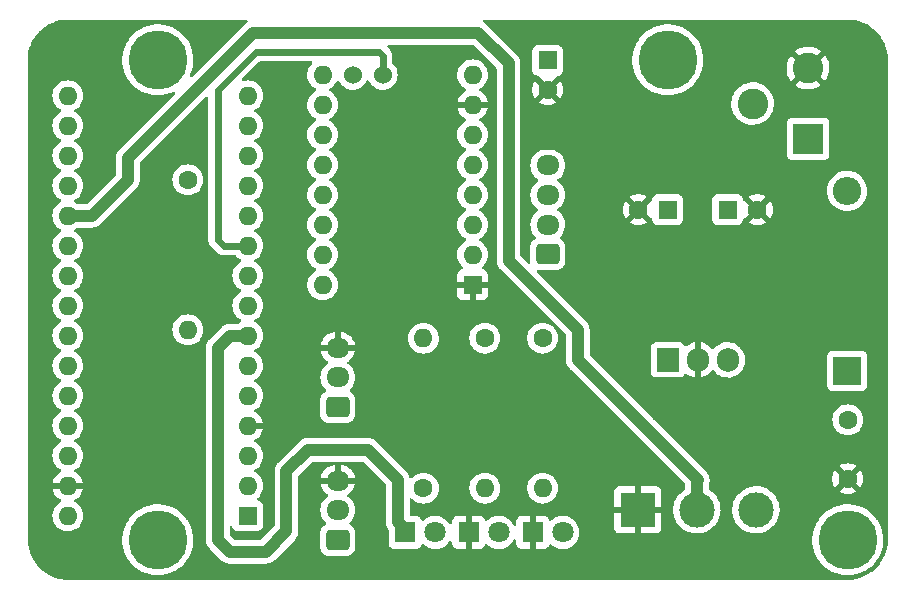
<source format=gbr>
%TF.GenerationSoftware,KiCad,Pcbnew,(6.0.9)*%
%TF.CreationDate,2024-01-01T16:13:25-07:00*%
%TF.ProjectId,Birds Nest,42697264-7320-44e6-9573-742e6b696361,rev?*%
%TF.SameCoordinates,Original*%
%TF.FileFunction,Copper,L2,Bot*%
%TF.FilePolarity,Positive*%
%FSLAX46Y46*%
G04 Gerber Fmt 4.6, Leading zero omitted, Abs format (unit mm)*
G04 Created by KiCad (PCBNEW (6.0.9)) date 2024-01-01 16:13:25*
%MOMM*%
%LPD*%
G01*
G04 APERTURE LIST*
G04 Aperture macros list*
%AMRoundRect*
0 Rectangle with rounded corners*
0 $1 Rounding radius*
0 $2 $3 $4 $5 $6 $7 $8 $9 X,Y pos of 4 corners*
0 Add a 4 corners polygon primitive as box body*
4,1,4,$2,$3,$4,$5,$6,$7,$8,$9,$2,$3,0*
0 Add four circle primitives for the rounded corners*
1,1,$1+$1,$2,$3*
1,1,$1+$1,$4,$5*
1,1,$1+$1,$6,$7*
1,1,$1+$1,$8,$9*
0 Add four rect primitives between the rounded corners*
20,1,$1+$1,$2,$3,$4,$5,0*
20,1,$1+$1,$4,$5,$6,$7,0*
20,1,$1+$1,$6,$7,$8,$9,0*
20,1,$1+$1,$8,$9,$2,$3,0*%
G04 Aperture macros list end*
%TA.AperFunction,ComponentPad*%
%ADD10C,1.600000*%
%TD*%
%TA.AperFunction,ComponentPad*%
%ADD11O,1.600000X1.600000*%
%TD*%
%TA.AperFunction,ComponentPad*%
%ADD12RoundRect,0.250000X0.725000X-0.600000X0.725000X0.600000X-0.725000X0.600000X-0.725000X-0.600000X0*%
%TD*%
%TA.AperFunction,ComponentPad*%
%ADD13O,1.950000X1.700000*%
%TD*%
%TA.AperFunction,ComponentPad*%
%ADD14C,1.800000*%
%TD*%
%TA.AperFunction,ComponentPad*%
%ADD15R,1.800000X1.800000*%
%TD*%
%TA.AperFunction,ComponentPad*%
%ADD16R,1.600000X1.600000*%
%TD*%
%TA.AperFunction,ComponentPad*%
%ADD17C,5.000000*%
%TD*%
%TA.AperFunction,ComponentPad*%
%ADD18C,1.524000*%
%TD*%
%TA.AperFunction,ComponentPad*%
%ADD19R,2.600000X2.600000*%
%TD*%
%TA.AperFunction,ComponentPad*%
%ADD20C,2.600000*%
%TD*%
%TA.AperFunction,ComponentPad*%
%ADD21R,3.000000X3.000000*%
%TD*%
%TA.AperFunction,ComponentPad*%
%ADD22C,3.000000*%
%TD*%
%TA.AperFunction,ComponentPad*%
%ADD23R,1.905000X2.000000*%
%TD*%
%TA.AperFunction,ComponentPad*%
%ADD24O,1.905000X2.000000*%
%TD*%
%TA.AperFunction,ComponentPad*%
%ADD25R,2.400000X2.400000*%
%TD*%
%TA.AperFunction,ComponentPad*%
%ADD26O,2.400000X2.400000*%
%TD*%
%TA.AperFunction,Conductor*%
%ADD27C,0.600000*%
%TD*%
%TA.AperFunction,Conductor*%
%ADD28C,1.000000*%
%TD*%
G04 APERTURE END LIST*
D10*
%TO.P,R1K1,1*%
%TO.N,UART*%
X124460000Y-81280000D03*
D11*
%TO.P,R1K1,2*%
%TO.N,Net-(Nano1-Pad11)*%
X124460000Y-93980000D03*
%TD*%
D12*
%TO.P,Stepper1,1,Pin_1*%
%TO.N,Net-(DRV8825-Pad3)*%
X154940000Y-87570000D03*
D13*
%TO.P,Stepper1,2,Pin_2*%
%TO.N,Net-(DRV8825-Pad4)*%
X154940000Y-85070000D03*
%TO.P,Stepper1,3,Pin_3*%
%TO.N,Net-(DRV8825-Pad5)*%
X154940000Y-82570000D03*
%TO.P,Stepper1,4,Pin_4*%
%TO.N,Net-(DRV8825-Pad6)*%
X154940000Y-80070000D03*
%TD*%
D14*
%TO.P,12V1,2,A*%
%TO.N,Net-(12V1-Pad2)*%
X150771289Y-111135552D03*
D15*
%TO.P,12V1,1,K*%
%TO.N,GND*%
X148231289Y-111135552D03*
%TD*%
D14*
%TO.P,Status1,2,A*%
%TO.N,Net-(R2.5K1-Pad1)*%
X145399956Y-111135552D03*
D15*
%TO.P,Status1,1,K*%
%TO.N,Net-(Nano1-Pad7)*%
X142859956Y-111135552D03*
%TD*%
D12*
%TO.P,BreakBeam1,1,Pin_1*%
%TO.N,+5V*%
X137160000Y-111760000D03*
D13*
%TO.P,BreakBeam1,2,Pin_2*%
%TO.N,D2*%
X137160000Y-109260000D03*
%TO.P,BreakBeam1,3,Pin_3*%
%TO.N,GND*%
X137160000Y-106760000D03*
%TD*%
D16*
%TO.P,10uF1,1*%
%TO.N,Net-(100nF1-Pad1)*%
X165100000Y-83820000D03*
D10*
%TO.P,10uF1,2*%
%TO.N,GND*%
X162600000Y-83820000D03*
%TD*%
%TO.P,R2.5K1,1*%
%TO.N,Net-(R2.5K1-Pad1)*%
X144412226Y-107395584D03*
D11*
%TO.P,R2.5K1,2*%
%TO.N,+5V*%
X144412226Y-94695584D03*
%TD*%
D17*
%TO.P,REF\u002A\u002A,1*%
%TO.N,N/C*%
X165100000Y-71120000D03*
%TD*%
%TO.P,REF\u002A\u002A,1*%
%TO.N,N/C*%
X121920000Y-111760000D03*
%TD*%
D16*
%TO.P,DRV8825,1,GND*%
%TO.N,GND*%
X148580000Y-90170000D03*
D11*
%TO.P,DRV8825,2,VIO*%
%TO.N,+5V*%
X148580000Y-87630000D03*
%TO.P,DRV8825,3,A2*%
%TO.N,Net-(DRV8825-Pad3)*%
X148580000Y-85090000D03*
%TO.P,DRV8825,4,A1*%
%TO.N,Net-(DRV8825-Pad4)*%
X148580000Y-82550000D03*
%TO.P,DRV8825,5,B1*%
%TO.N,Net-(DRV8825-Pad5)*%
X148580000Y-80010000D03*
%TO.P,DRV8825,6,B2*%
%TO.N,Net-(DRV8825-Pad6)*%
X148580000Y-77470000D03*
%TO.P,DRV8825,7,GND*%
%TO.N,GND*%
X148580000Y-74930000D03*
%TO.P,DRV8825,8,VM*%
%TO.N,+12V*%
X148580000Y-72390000D03*
%TO.P,DRV8825,9,~{EN}*%
%TO.N,EN*%
X135880000Y-72390000D03*
%TO.P,DRV8825,10,MS1*%
%TO.N,MS1*%
X135880000Y-74930000D03*
%TO.P,DRV8825,11,MS2*%
%TO.N,MS2*%
X135880000Y-77470000D03*
%TO.P,DRV8825,12,SPRD*%
%TO.N,UART*%
X135880000Y-80010000D03*
%TO.P,DRV8825,13,UART*%
%TO.N,unconnected-(DRV8825-Pad13)*%
X135880000Y-82550000D03*
%TO.P,DRV8825,14,PDN*%
%TO.N,PDN*%
X135880000Y-85090000D03*
%TO.P,DRV8825,15,STEP*%
%TO.N,STEP*%
X135880000Y-87630000D03*
%TO.P,DRV8825,16,DIR*%
%TO.N,DIR*%
X135880000Y-90170000D03*
D18*
%TO.P,DRV8825,17,Vref*%
%TO.N,unconnected-(DRV8825-Pad17)*%
X138420000Y-72390000D03*
%TO.P,DRV8825,18,Diag*%
%TO.N,Diag*%
X140960000Y-72390000D03*
%TD*%
D19*
%TO.P,12vInput1,1,Pin_1*%
%TO.N,+12V*%
X176977018Y-77824054D03*
D20*
%TO.P,12vInput1,2,Pin_2*%
%TO.N,GND*%
X176977018Y-71824054D03*
%TO.P,12vInput1,3*%
%TO.N,N/C*%
X172277018Y-74824054D03*
%TD*%
D16*
%TO.P,100nF1,1*%
%TO.N,Net-(100nF1-Pad1)*%
X170180000Y-83820000D03*
D10*
%TO.P,100nF1,2*%
%TO.N,GND*%
X172680000Y-83820000D03*
%TD*%
D14*
%TO.P,5V1,2,A*%
%TO.N,Net-(5V1-Pad2)*%
X156207456Y-111135552D03*
D15*
%TO.P,5V1,1,K*%
%TO.N,GND*%
X153667456Y-111135552D03*
%TD*%
D10*
%TO.P,R2.5K2,1*%
%TO.N,+5V*%
X154508893Y-94688358D03*
D11*
%TO.P,R2.5K2,2*%
%TO.N,Net-(5V1-Pad2)*%
X154508893Y-107388358D03*
%TD*%
D16*
%TO.P,100uF1,1*%
%TO.N,+12V*%
X154940000Y-71160000D03*
D10*
%TO.P,100uF1,2*%
%TO.N,GND*%
X154940000Y-73660000D03*
%TD*%
D21*
%TO.P,Speed1,1,1*%
%TO.N,GND*%
X162560000Y-109220000D03*
D22*
%TO.P,Speed1,2,2*%
%TO.N,Net-(Nano1-Pad20)*%
X167560000Y-109220000D03*
%TO.P,Speed1,3,3*%
%TO.N,+5V*%
X172560000Y-109220000D03*
%TD*%
D23*
%TO.P,LM7805,1,VI*%
%TO.N,Net-(100nF1-Pad1)*%
X165100000Y-96520000D03*
D24*
%TO.P,LM7805,2,GND*%
%TO.N,GND*%
X167640000Y-96520000D03*
%TO.P,LM7805,3,VO*%
%TO.N,+5V*%
X170180000Y-96520000D03*
%TD*%
D16*
%TO.P,Nano1,1,D1/TX*%
%TO.N,unconnected-(Nano1-Pad1)*%
X129535000Y-109730000D03*
D11*
%TO.P,Nano1,2,D0/RX*%
%TO.N,unconnected-(Nano1-Pad2)*%
X129535000Y-107190000D03*
%TO.P,Nano1,3,~{RESET}*%
%TO.N,unconnected-(Nano1-Pad3)*%
X129535000Y-104650000D03*
%TO.P,Nano1,4,GND*%
%TO.N,GND*%
X129535000Y-102110000D03*
%TO.P,Nano1,5,D2*%
%TO.N,D2*%
X129535000Y-99570000D03*
%TO.P,Nano1,6,D3*%
%TO.N,ACC*%
X129535000Y-97030000D03*
%TO.P,Nano1,7,D4*%
%TO.N,Net-(Nano1-Pad7)*%
X129535000Y-94490000D03*
%TO.P,Nano1,8,D5*%
%TO.N,DIR*%
X129535000Y-91950000D03*
%TO.P,Nano1,9,D6*%
%TO.N,STEP*%
X129535000Y-89410000D03*
%TO.P,Nano1,10,D7*%
%TO.N,Diag*%
X129535000Y-86870000D03*
%TO.P,Nano1,11,D8*%
%TO.N,Net-(Nano1-Pad11)*%
X129535000Y-84330000D03*
%TO.P,Nano1,12,D9*%
%TO.N,UART*%
X129535000Y-81790000D03*
%TO.P,Nano1,13,D10*%
%TO.N,MS2*%
X129535000Y-79250000D03*
%TO.P,Nano1,14,D11*%
%TO.N,MS1*%
X129535000Y-76710000D03*
%TO.P,Nano1,15,D12*%
%TO.N,EN*%
X129535000Y-74170000D03*
%TO.P,Nano1,16,D13*%
%TO.N,unconnected-(Nano1-Pad16)*%
X114295000Y-74170000D03*
%TO.P,Nano1,17,3V3*%
%TO.N,unconnected-(Nano1-Pad17)*%
X114295000Y-76710000D03*
%TO.P,Nano1,18,AREF*%
%TO.N,unconnected-(Nano1-Pad18)*%
X114295000Y-79250000D03*
%TO.P,Nano1,19,A0*%
%TO.N,unconnected-(Nano1-Pad19)*%
X114295000Y-81790000D03*
%TO.P,Nano1,20,A1*%
%TO.N,Net-(Nano1-Pad20)*%
X114295000Y-84330000D03*
%TO.P,Nano1,21,A2*%
%TO.N,unconnected-(Nano1-Pad21)*%
X114295000Y-86870000D03*
%TO.P,Nano1,22,A3*%
%TO.N,unconnected-(Nano1-Pad22)*%
X114295000Y-89410000D03*
%TO.P,Nano1,23,A4*%
%TO.N,unconnected-(Nano1-Pad23)*%
X114295000Y-91950000D03*
%TO.P,Nano1,24,A5*%
%TO.N,unconnected-(Nano1-Pad24)*%
X114295000Y-94490000D03*
%TO.P,Nano1,25,A6*%
%TO.N,unconnected-(Nano1-Pad25)*%
X114295000Y-97030000D03*
%TO.P,Nano1,26,A7*%
%TO.N,unconnected-(Nano1-Pad26)*%
X114295000Y-99570000D03*
%TO.P,Nano1,27,+5V*%
%TO.N,+5V*%
X114295000Y-102110000D03*
%TO.P,Nano1,28,~{RESET}*%
%TO.N,unconnected-(Nano1-Pad28)*%
X114295000Y-104650000D03*
%TO.P,Nano1,29,GND*%
%TO.N,GND*%
X114295000Y-107190000D03*
%TO.P,Nano1,30,VIN*%
%TO.N,unconnected-(Nano1-Pad30)*%
X114295000Y-109730000D03*
%TD*%
D17*
%TO.P,REF\u002A\u002A,1*%
%TO.N,N/C*%
X121920000Y-71120000D03*
%TD*%
D10*
%TO.P,R10K1,1*%
%TO.N,+12V*%
X149613593Y-94688358D03*
D11*
%TO.P,R10K1,2*%
%TO.N,Net-(12V1-Pad2)*%
X149613593Y-107388358D03*
%TD*%
D25*
%TO.P,1N4007,1,K*%
%TO.N,Net-(100nF1-Pad1)*%
X180286268Y-97452246D03*
D26*
%TO.P,1N4007,2,A*%
%TO.N,+12V*%
X180286268Y-82212246D03*
%TD*%
D12*
%TO.P,Accessory1,1,Pin_1*%
%TO.N,+5V*%
X137160000Y-100519486D03*
D13*
%TO.P,Accessory1,2,Pin_2*%
%TO.N,ACC*%
X137160000Y-98019486D03*
%TO.P,Accessory1,3,Pin_3*%
%TO.N,GND*%
X137160000Y-95519486D03*
%TD*%
D10*
%TO.P,0.1uF1,1*%
%TO.N,+5V*%
X180340000Y-101600000D03*
%TO.P,0.1uF1,2*%
%TO.N,GND*%
X180340000Y-106600000D03*
%TD*%
D17*
%TO.P,REF\u002A\u002A,1*%
%TO.N,N/C*%
X180340000Y-111760000D03*
%TD*%
D27*
%TO.N,Diag*%
X127510000Y-86870000D02*
X129535000Y-86870000D01*
X130228061Y-70431939D02*
X127000000Y-73660000D01*
X140960000Y-70769636D02*
X140622303Y-70431939D01*
X140622303Y-70431939D02*
X130228061Y-70431939D01*
X127000000Y-73660000D02*
X127000000Y-86360000D01*
X140960000Y-72390000D02*
X140960000Y-70769636D01*
X127000000Y-86360000D02*
X127510000Y-86870000D01*
D28*
%TO.N,Net-(Nano1-Pad20)*%
X116330000Y-84330000D02*
X114295000Y-84330000D01*
X129957291Y-68845820D02*
X119380000Y-79423111D01*
X119380000Y-81280000D02*
X116330000Y-84330000D01*
X149041871Y-68845820D02*
X129957291Y-68845820D01*
X151619589Y-71423538D02*
X149041871Y-68845820D01*
X151619589Y-88119589D02*
X151619589Y-71423538D01*
X119380000Y-79423111D02*
X119380000Y-81280000D01*
X157480000Y-93980000D02*
X151619589Y-88119589D01*
X157480000Y-96520000D02*
X157480000Y-93980000D01*
X167640000Y-106680000D02*
X157480000Y-96520000D01*
X167560000Y-106760000D02*
X167640000Y-106680000D01*
X167560000Y-109220000D02*
X167560000Y-106760000D01*
%TO.N,Net-(Nano1-Pad7)*%
X128001872Y-94490000D02*
X129535000Y-94490000D01*
X127000000Y-95491872D02*
X128001872Y-94490000D01*
X127000000Y-111760000D02*
X127000000Y-95491872D01*
X128014056Y-112774056D02*
X127000000Y-111760000D01*
X131065944Y-112774056D02*
X128014056Y-112774056D01*
X132810867Y-111029133D02*
X131065944Y-112774056D01*
X132810867Y-105949133D02*
X132810867Y-111029133D01*
X134620000Y-104140000D02*
X132810867Y-105949133D01*
X139700000Y-104140000D02*
X134620000Y-104140000D01*
X142240000Y-106680000D02*
X139700000Y-104140000D01*
X142240000Y-110267107D02*
X142240000Y-106680000D01*
X143151289Y-111178396D02*
X142240000Y-110267107D01*
%TD*%
%TA.AperFunction,Conductor*%
%TO.N,GND*%
G36*
X129483145Y-67748400D02*
G01*
X129529638Y-67802056D01*
X129539742Y-67872330D01*
X129510248Y-67936910D01*
X129484016Y-67959831D01*
X129444019Y-67986004D01*
X129436114Y-67990772D01*
X129388935Y-68016924D01*
X129388925Y-68016931D01*
X129383347Y-68020023D01*
X129361487Y-68038759D01*
X129348495Y-68048514D01*
X129324408Y-68064276D01*
X129319453Y-68068737D01*
X129280541Y-68107649D01*
X129273443Y-68114222D01*
X129229020Y-68152297D01*
X129225113Y-68157334D01*
X129225111Y-68157336D01*
X129210109Y-68176677D01*
X129199644Y-68188546D01*
X124830701Y-72557490D01*
X124768390Y-72591515D01*
X124697575Y-72586450D01*
X124640739Y-72543903D01*
X124615928Y-72477383D01*
X124629042Y-72411780D01*
X124653319Y-72363511D01*
X124678390Y-72313662D01*
X124724159Y-72188593D01*
X124796057Y-71992122D01*
X124796060Y-71992112D01*
X124797305Y-71988710D01*
X124798150Y-71985188D01*
X124798153Y-71985180D01*
X124877237Y-71655772D01*
X124877238Y-71655768D01*
X124878084Y-71652243D01*
X124889160Y-71560717D01*
X124919318Y-71311501D01*
X124919318Y-71311495D01*
X124919654Y-71308722D01*
X124920371Y-71285928D01*
X124924879Y-71142474D01*
X124925585Y-71120000D01*
X124925082Y-71111274D01*
X124905875Y-70778167D01*
X124905874Y-70778162D01*
X124905666Y-70774547D01*
X124901221Y-70749080D01*
X124846798Y-70437245D01*
X124846796Y-70437238D01*
X124846174Y-70433672D01*
X124844558Y-70428214D01*
X124794514Y-70259271D01*
X124747897Y-70101894D01*
X124712384Y-70018634D01*
X124613562Y-69786949D01*
X124613560Y-69786946D01*
X124612138Y-69783611D01*
X124440696Y-69483041D01*
X124381030Y-69401815D01*
X124237986Y-69207086D01*
X124235843Y-69204168D01*
X124000295Y-68950688D01*
X123737174Y-68725962D01*
X123722790Y-68716296D01*
X123651109Y-68668129D01*
X123449967Y-68532967D01*
X123390761Y-68502408D01*
X123145702Y-68375923D01*
X123142482Y-68374261D01*
X122818793Y-68251950D01*
X122483190Y-68167652D01*
X122328478Y-68147284D01*
X122143728Y-68122961D01*
X122143720Y-68122960D01*
X122140124Y-68122487D01*
X121988991Y-68120112D01*
X121797780Y-68117108D01*
X121797776Y-68117108D01*
X121794139Y-68117051D01*
X121790524Y-68117412D01*
X121790520Y-68117412D01*
X121643801Y-68132057D01*
X121449823Y-68151419D01*
X121446286Y-68152190D01*
X121446281Y-68152191D01*
X121115283Y-68224360D01*
X121115278Y-68224361D01*
X121111739Y-68225133D01*
X120784367Y-68337217D01*
X120472048Y-68486186D01*
X120178921Y-68670064D01*
X120176087Y-68672334D01*
X120176082Y-68672338D01*
X120007066Y-68807746D01*
X119908871Y-68886415D01*
X119665477Y-69132371D01*
X119663236Y-69135229D01*
X119588337Y-69230752D01*
X119451966Y-69404672D01*
X119271168Y-69699709D01*
X119269641Y-69702999D01*
X119269636Y-69703008D01*
X119191447Y-69871452D01*
X119125478Y-70013570D01*
X119124338Y-70017017D01*
X119025446Y-70316040D01*
X119016828Y-70342097D01*
X119016092Y-70345652D01*
X119016091Y-70345655D01*
X118949773Y-70665891D01*
X118946658Y-70680935D01*
X118931107Y-70855175D01*
X118917986Y-71002202D01*
X118915898Y-71025592D01*
X118915993Y-71029222D01*
X118915993Y-71029223D01*
X118921973Y-71257571D01*
X118924956Y-71371501D01*
X118925467Y-71375091D01*
X118925467Y-71375092D01*
X118927582Y-71389953D01*
X118973712Y-71714076D01*
X119061519Y-72048777D01*
X119187214Y-72371167D01*
X119188911Y-72374372D01*
X119320027Y-72622007D01*
X119349130Y-72676974D01*
X119351180Y-72679957D01*
X119351182Y-72679960D01*
X119543065Y-72959152D01*
X119543071Y-72959159D01*
X119545122Y-72962144D01*
X119772592Y-73222898D01*
X120028524Y-73455778D01*
X120031472Y-73457896D01*
X120031474Y-73457898D01*
X120072717Y-73487534D01*
X120309527Y-73657699D01*
X120611876Y-73825985D01*
X120931563Y-73958403D01*
X120935057Y-73959398D01*
X120935059Y-73959399D01*
X121260851Y-74052204D01*
X121260856Y-74052205D01*
X121264352Y-74053201D01*
X121470544Y-74086966D01*
X121602251Y-74108534D01*
X121602255Y-74108534D01*
X121605831Y-74109120D01*
X121609457Y-74109291D01*
X121947847Y-74125249D01*
X121947848Y-74125249D01*
X121951474Y-74125420D01*
X121962346Y-74124679D01*
X122293069Y-74102133D01*
X122293077Y-74102132D01*
X122296700Y-74101885D01*
X122300276Y-74101222D01*
X122300278Y-74101222D01*
X122633368Y-74039488D01*
X122633372Y-74039487D01*
X122636933Y-74038827D01*
X122967663Y-73937081D01*
X123215849Y-73828135D01*
X123286262Y-73819070D01*
X123350401Y-73849512D01*
X123387899Y-73909799D01*
X123386851Y-73980787D01*
X123355587Y-74032604D01*
X118683987Y-78704204D01*
X118681466Y-78706656D01*
X118618720Y-78765992D01*
X118592454Y-78803504D01*
X118584120Y-78815406D01*
X118578550Y-78822771D01*
X118540427Y-78869514D01*
X118537472Y-78875166D01*
X118537469Y-78875171D01*
X118527092Y-78895021D01*
X118518643Y-78908918D01*
X118502137Y-78932490D01*
X118499605Y-78938341D01*
X118499599Y-78938352D01*
X118478181Y-78987847D01*
X118474205Y-78996183D01*
X118449215Y-79043983D01*
X118449212Y-79043991D01*
X118446258Y-79049641D01*
X118444500Y-79055772D01*
X118438323Y-79077314D01*
X118432844Y-79092617D01*
X118421414Y-79119030D01*
X118420110Y-79125274D01*
X118420108Y-79125279D01*
X118412789Y-79160316D01*
X118409644Y-79175373D01*
X118409080Y-79178071D01*
X118406864Y-79187028D01*
X118390234Y-79245024D01*
X118389745Y-79251384D01*
X118388026Y-79273721D01*
X118385735Y-79289816D01*
X118379849Y-79317991D01*
X118379500Y-79324650D01*
X118379500Y-79379676D01*
X118379129Y-79389343D01*
X118378912Y-79392170D01*
X118374640Y-79447682D01*
X118375440Y-79454014D01*
X118378506Y-79478284D01*
X118379500Y-79494076D01*
X118379500Y-80813389D01*
X118359498Y-80881510D01*
X118342595Y-80902484D01*
X115952485Y-83292595D01*
X115890173Y-83326620D01*
X115863390Y-83329500D01*
X115173219Y-83329500D01*
X115100951Y-83306715D01*
X114947734Y-83199432D01*
X114942756Y-83197111D01*
X114942753Y-83197109D01*
X114893613Y-83174195D01*
X114840328Y-83127278D01*
X114820867Y-83059000D01*
X114841409Y-82991041D01*
X114893613Y-82945805D01*
X114942753Y-82922891D01*
X114942756Y-82922889D01*
X114947734Y-82920568D01*
X115134139Y-82790047D01*
X115295047Y-82629139D01*
X115425568Y-82442734D01*
X115433999Y-82424655D01*
X115519416Y-82241478D01*
X115519417Y-82241476D01*
X115521739Y-82236496D01*
X115580635Y-82016692D01*
X115600468Y-81790000D01*
X115580635Y-81563308D01*
X115573157Y-81535400D01*
X115523162Y-81348814D01*
X115523161Y-81348812D01*
X115521739Y-81343504D01*
X115512381Y-81323436D01*
X115427891Y-81142247D01*
X115427889Y-81142244D01*
X115425568Y-81137266D01*
X115295047Y-80950861D01*
X115134139Y-80789953D01*
X114947734Y-80659432D01*
X114942756Y-80657111D01*
X114942753Y-80657109D01*
X114893613Y-80634195D01*
X114840328Y-80587278D01*
X114820867Y-80519000D01*
X114841409Y-80451041D01*
X114893613Y-80405805D01*
X114942753Y-80382891D01*
X114942756Y-80382889D01*
X114947734Y-80380568D01*
X115134139Y-80250047D01*
X115295047Y-80089139D01*
X115425568Y-79902734D01*
X115455973Y-79837532D01*
X115519416Y-79701478D01*
X115519417Y-79701476D01*
X115521739Y-79696496D01*
X115542569Y-79618759D01*
X115579211Y-79482007D01*
X115579211Y-79482005D01*
X115580635Y-79476692D01*
X115600468Y-79250000D01*
X115580635Y-79023308D01*
X115549985Y-78908919D01*
X115523162Y-78808814D01*
X115523161Y-78808812D01*
X115521739Y-78803504D01*
X115518285Y-78796097D01*
X115427891Y-78602247D01*
X115427889Y-78602244D01*
X115425568Y-78597266D01*
X115295047Y-78410861D01*
X115134139Y-78249953D01*
X114947734Y-78119432D01*
X114942756Y-78117111D01*
X114942753Y-78117109D01*
X114893613Y-78094195D01*
X114840328Y-78047278D01*
X114820867Y-77979000D01*
X114841409Y-77911041D01*
X114893613Y-77865805D01*
X114942753Y-77842891D01*
X114942756Y-77842889D01*
X114947734Y-77840568D01*
X115134139Y-77710047D01*
X115295047Y-77549139D01*
X115425568Y-77362734D01*
X115521739Y-77156496D01*
X115580635Y-76936692D01*
X115600468Y-76710000D01*
X115580635Y-76483308D01*
X115577948Y-76473280D01*
X115523162Y-76268814D01*
X115523161Y-76268812D01*
X115521739Y-76263504D01*
X115519416Y-76258522D01*
X115427891Y-76062247D01*
X115427889Y-76062244D01*
X115425568Y-76057266D01*
X115295047Y-75870861D01*
X115134139Y-75709953D01*
X114947734Y-75579432D01*
X114942756Y-75577111D01*
X114942753Y-75577109D01*
X114893613Y-75554195D01*
X114840328Y-75507278D01*
X114820867Y-75439000D01*
X114841409Y-75371041D01*
X114893613Y-75325805D01*
X114942753Y-75302891D01*
X114942756Y-75302889D01*
X114947734Y-75300568D01*
X115134139Y-75170047D01*
X115295047Y-75009139D01*
X115425568Y-74822734D01*
X115436443Y-74799414D01*
X115519416Y-74621478D01*
X115519417Y-74621476D01*
X115521739Y-74616496D01*
X115536384Y-74561842D01*
X115579211Y-74402007D01*
X115579211Y-74402005D01*
X115580635Y-74396692D01*
X115600468Y-74170000D01*
X115580635Y-73943308D01*
X115579211Y-73937993D01*
X115523162Y-73728814D01*
X115523161Y-73728812D01*
X115521739Y-73723504D01*
X115519416Y-73718522D01*
X115427891Y-73522247D01*
X115427889Y-73522244D01*
X115425568Y-73517266D01*
X115295047Y-73330861D01*
X115134139Y-73169953D01*
X114947734Y-73039432D01*
X114942756Y-73037111D01*
X114942753Y-73037109D01*
X114746478Y-72945584D01*
X114746476Y-72945583D01*
X114741496Y-72943261D01*
X114736188Y-72941839D01*
X114736186Y-72941838D01*
X114527007Y-72885789D01*
X114527005Y-72885789D01*
X114521692Y-72884365D01*
X114295000Y-72864532D01*
X114068308Y-72884365D01*
X114062995Y-72885789D01*
X114062993Y-72885789D01*
X113853814Y-72941838D01*
X113853812Y-72941839D01*
X113848504Y-72943261D01*
X113843524Y-72945583D01*
X113843522Y-72945584D01*
X113647247Y-73037109D01*
X113647244Y-73037111D01*
X113642266Y-73039432D01*
X113455861Y-73169953D01*
X113294953Y-73330861D01*
X113164432Y-73517266D01*
X113162111Y-73522244D01*
X113162109Y-73522247D01*
X113070584Y-73718522D01*
X113068261Y-73723504D01*
X113066839Y-73728812D01*
X113066838Y-73728814D01*
X113010789Y-73937993D01*
X113009365Y-73943308D01*
X112989532Y-74170000D01*
X113009365Y-74396692D01*
X113010789Y-74402005D01*
X113010789Y-74402007D01*
X113053617Y-74561842D01*
X113068261Y-74616496D01*
X113070583Y-74621476D01*
X113070584Y-74621478D01*
X113153558Y-74799414D01*
X113164432Y-74822734D01*
X113294953Y-75009139D01*
X113455861Y-75170047D01*
X113642266Y-75300568D01*
X113647244Y-75302889D01*
X113647247Y-75302891D01*
X113696387Y-75325805D01*
X113749672Y-75372722D01*
X113769133Y-75441000D01*
X113748591Y-75508959D01*
X113696387Y-75554195D01*
X113647247Y-75577109D01*
X113647244Y-75577111D01*
X113642266Y-75579432D01*
X113455861Y-75709953D01*
X113294953Y-75870861D01*
X113164432Y-76057266D01*
X113162111Y-76062244D01*
X113162109Y-76062247D01*
X113070584Y-76258522D01*
X113068261Y-76263504D01*
X113066839Y-76268812D01*
X113066838Y-76268814D01*
X113012052Y-76473280D01*
X113009365Y-76483308D01*
X112989532Y-76710000D01*
X113009365Y-76936692D01*
X113068261Y-77156496D01*
X113164432Y-77362734D01*
X113294953Y-77549139D01*
X113455861Y-77710047D01*
X113642266Y-77840568D01*
X113647244Y-77842889D01*
X113647247Y-77842891D01*
X113696387Y-77865805D01*
X113749672Y-77912722D01*
X113769133Y-77981000D01*
X113748591Y-78048959D01*
X113696387Y-78094195D01*
X113647247Y-78117109D01*
X113647244Y-78117111D01*
X113642266Y-78119432D01*
X113455861Y-78249953D01*
X113294953Y-78410861D01*
X113164432Y-78597266D01*
X113162111Y-78602244D01*
X113162109Y-78602247D01*
X113071715Y-78796097D01*
X113068261Y-78803504D01*
X113066839Y-78808812D01*
X113066838Y-78808814D01*
X113040015Y-78908919D01*
X113009365Y-79023308D01*
X112989532Y-79250000D01*
X113009365Y-79476692D01*
X113010789Y-79482005D01*
X113010789Y-79482007D01*
X113047432Y-79618759D01*
X113068261Y-79696496D01*
X113070583Y-79701476D01*
X113070584Y-79701478D01*
X113134028Y-79837532D01*
X113164432Y-79902734D01*
X113294953Y-80089139D01*
X113455861Y-80250047D01*
X113642266Y-80380568D01*
X113647244Y-80382889D01*
X113647247Y-80382891D01*
X113696387Y-80405805D01*
X113749672Y-80452722D01*
X113769133Y-80521000D01*
X113748591Y-80588959D01*
X113696387Y-80634195D01*
X113647247Y-80657109D01*
X113647244Y-80657111D01*
X113642266Y-80659432D01*
X113455861Y-80789953D01*
X113294953Y-80950861D01*
X113164432Y-81137266D01*
X113162111Y-81142244D01*
X113162109Y-81142247D01*
X113077619Y-81323436D01*
X113068261Y-81343504D01*
X113066839Y-81348812D01*
X113066838Y-81348814D01*
X113016843Y-81535400D01*
X113009365Y-81563308D01*
X112989532Y-81790000D01*
X113009365Y-82016692D01*
X113068261Y-82236496D01*
X113070583Y-82241476D01*
X113070584Y-82241478D01*
X113156002Y-82424655D01*
X113164432Y-82442734D01*
X113294953Y-82629139D01*
X113455861Y-82790047D01*
X113642266Y-82920568D01*
X113647244Y-82922889D01*
X113647247Y-82922891D01*
X113696387Y-82945805D01*
X113749672Y-82992722D01*
X113769133Y-83061000D01*
X113748591Y-83128959D01*
X113696387Y-83174195D01*
X113647247Y-83197109D01*
X113647244Y-83197111D01*
X113642266Y-83199432D01*
X113455861Y-83329953D01*
X113294953Y-83490861D01*
X113164432Y-83677266D01*
X113162111Y-83682244D01*
X113162109Y-83682247D01*
X113075604Y-83867756D01*
X113068261Y-83883504D01*
X113066839Y-83888812D01*
X113066838Y-83888814D01*
X113059426Y-83916475D01*
X113009365Y-84103308D01*
X112989532Y-84330000D01*
X113009365Y-84556692D01*
X113010789Y-84562005D01*
X113010789Y-84562007D01*
X113039934Y-84670776D01*
X113068261Y-84776496D01*
X113070583Y-84781476D01*
X113070584Y-84781478D01*
X113162013Y-84977546D01*
X113164432Y-84982734D01*
X113294953Y-85169139D01*
X113455861Y-85330047D01*
X113642266Y-85460568D01*
X113647244Y-85462889D01*
X113647247Y-85462891D01*
X113696387Y-85485805D01*
X113749672Y-85532722D01*
X113769133Y-85601000D01*
X113748591Y-85668959D01*
X113696387Y-85714195D01*
X113647247Y-85737109D01*
X113647244Y-85737111D01*
X113642266Y-85739432D01*
X113455861Y-85869953D01*
X113294953Y-86030861D01*
X113164432Y-86217266D01*
X113162111Y-86222244D01*
X113162109Y-86222247D01*
X113070584Y-86418522D01*
X113068261Y-86423504D01*
X113066839Y-86428812D01*
X113066838Y-86428814D01*
X113029075Y-86569750D01*
X113009365Y-86643308D01*
X112989532Y-86870000D01*
X113009365Y-87096692D01*
X113068261Y-87316496D01*
X113070583Y-87321476D01*
X113070584Y-87321478D01*
X113161987Y-87517490D01*
X113164432Y-87522734D01*
X113294953Y-87709139D01*
X113455861Y-87870047D01*
X113642266Y-88000568D01*
X113647244Y-88002889D01*
X113647247Y-88002891D01*
X113696387Y-88025805D01*
X113749672Y-88072722D01*
X113769133Y-88141000D01*
X113748591Y-88208959D01*
X113696387Y-88254195D01*
X113647247Y-88277109D01*
X113647244Y-88277111D01*
X113642266Y-88279432D01*
X113455861Y-88409953D01*
X113294953Y-88570861D01*
X113164432Y-88757266D01*
X113162111Y-88762244D01*
X113162109Y-88762247D01*
X113077611Y-88943453D01*
X113068261Y-88963504D01*
X113066839Y-88968812D01*
X113066838Y-88968814D01*
X113058022Y-89001715D01*
X113009365Y-89183308D01*
X112989532Y-89410000D01*
X113009365Y-89636692D01*
X113068261Y-89856496D01*
X113070583Y-89861476D01*
X113070584Y-89861478D01*
X113093922Y-89911525D01*
X113164432Y-90062734D01*
X113294953Y-90249139D01*
X113455861Y-90410047D01*
X113642266Y-90540568D01*
X113647244Y-90542889D01*
X113647247Y-90542891D01*
X113696387Y-90565805D01*
X113749672Y-90612722D01*
X113769133Y-90681000D01*
X113748591Y-90748959D01*
X113696387Y-90794195D01*
X113647247Y-90817109D01*
X113647244Y-90817111D01*
X113642266Y-90819432D01*
X113455861Y-90949953D01*
X113294953Y-91110861D01*
X113164432Y-91297266D01*
X113162111Y-91302244D01*
X113162109Y-91302247D01*
X113081558Y-91474989D01*
X113068261Y-91503504D01*
X113009365Y-91723308D01*
X112989532Y-91950000D01*
X113009365Y-92176692D01*
X113068261Y-92396496D01*
X113164432Y-92602734D01*
X113294953Y-92789139D01*
X113455861Y-92950047D01*
X113642266Y-93080568D01*
X113647244Y-93082889D01*
X113647247Y-93082891D01*
X113696387Y-93105805D01*
X113749672Y-93152722D01*
X113769133Y-93221000D01*
X113748591Y-93288959D01*
X113696387Y-93334195D01*
X113647247Y-93357109D01*
X113647244Y-93357111D01*
X113642266Y-93359432D01*
X113455861Y-93489953D01*
X113294953Y-93650861D01*
X113164432Y-93837266D01*
X113162111Y-93842244D01*
X113162109Y-93842247D01*
X113070667Y-94038345D01*
X113068261Y-94043504D01*
X113066839Y-94048812D01*
X113066838Y-94048814D01*
X113013175Y-94249088D01*
X113009365Y-94263308D01*
X112989532Y-94490000D01*
X113009365Y-94716692D01*
X113010789Y-94722005D01*
X113010789Y-94722007D01*
X113062515Y-94915050D01*
X113068261Y-94936496D01*
X113070583Y-94941476D01*
X113070584Y-94941478D01*
X113155945Y-95124533D01*
X113164432Y-95142734D01*
X113294953Y-95329139D01*
X113455861Y-95490047D01*
X113642266Y-95620568D01*
X113647244Y-95622889D01*
X113647247Y-95622891D01*
X113676674Y-95636613D01*
X113683162Y-95639638D01*
X113696387Y-95645805D01*
X113749672Y-95692722D01*
X113769133Y-95761000D01*
X113748591Y-95828959D01*
X113696387Y-95874195D01*
X113647247Y-95897109D01*
X113647244Y-95897111D01*
X113642266Y-95899432D01*
X113455861Y-96029953D01*
X113294953Y-96190861D01*
X113164432Y-96377266D01*
X113162111Y-96382244D01*
X113162109Y-96382247D01*
X113110679Y-96492538D01*
X113068261Y-96583504D01*
X113066839Y-96588812D01*
X113066838Y-96588814D01*
X113045356Y-96668986D01*
X113009365Y-96803308D01*
X112989532Y-97030000D01*
X113009365Y-97256692D01*
X113010789Y-97262005D01*
X113010789Y-97262007D01*
X113064084Y-97460906D01*
X113068261Y-97476496D01*
X113070583Y-97481476D01*
X113070584Y-97481478D01*
X113153667Y-97659648D01*
X113164432Y-97682734D01*
X113294953Y-97869139D01*
X113455861Y-98030047D01*
X113642266Y-98160568D01*
X113647244Y-98162889D01*
X113647247Y-98162891D01*
X113696387Y-98185805D01*
X113749672Y-98232722D01*
X113769133Y-98301000D01*
X113748591Y-98368959D01*
X113696387Y-98414195D01*
X113647247Y-98437109D01*
X113647244Y-98437111D01*
X113642266Y-98439432D01*
X113455861Y-98569953D01*
X113294953Y-98730861D01*
X113164432Y-98917266D01*
X113162111Y-98922244D01*
X113162109Y-98922247D01*
X113098815Y-99057981D01*
X113068261Y-99123504D01*
X113066839Y-99128812D01*
X113066838Y-99128814D01*
X113012260Y-99332502D01*
X113009365Y-99343308D01*
X112989532Y-99570000D01*
X113009365Y-99796692D01*
X113068261Y-100016496D01*
X113164432Y-100222734D01*
X113294953Y-100409139D01*
X113455861Y-100570047D01*
X113642266Y-100700568D01*
X113647244Y-100702889D01*
X113647247Y-100702891D01*
X113696387Y-100725805D01*
X113749672Y-100772722D01*
X113769133Y-100841000D01*
X113748591Y-100908959D01*
X113696387Y-100954195D01*
X113647247Y-100977109D01*
X113647244Y-100977111D01*
X113642266Y-100979432D01*
X113455861Y-101109953D01*
X113294953Y-101270861D01*
X113164432Y-101457266D01*
X113162111Y-101462244D01*
X113162109Y-101462247D01*
X113071785Y-101655947D01*
X113068261Y-101663504D01*
X113066839Y-101668812D01*
X113066838Y-101668814D01*
X113010789Y-101877993D01*
X113009365Y-101883308D01*
X112989532Y-102110000D01*
X113009365Y-102336692D01*
X113010789Y-102342005D01*
X113010789Y-102342007D01*
X113011323Y-102343998D01*
X113068261Y-102556496D01*
X113070583Y-102561476D01*
X113070584Y-102561478D01*
X113149433Y-102730568D01*
X113164432Y-102762734D01*
X113294953Y-102949139D01*
X113455861Y-103110047D01*
X113642266Y-103240568D01*
X113647244Y-103242889D01*
X113647247Y-103242891D01*
X113696387Y-103265805D01*
X113749672Y-103312722D01*
X113769133Y-103381000D01*
X113748591Y-103448959D01*
X113696387Y-103494195D01*
X113647247Y-103517109D01*
X113647244Y-103517111D01*
X113642266Y-103519432D01*
X113455861Y-103649953D01*
X113294953Y-103810861D01*
X113164432Y-103997266D01*
X113068261Y-104203504D01*
X113009365Y-104423308D01*
X112989532Y-104650000D01*
X113009365Y-104876692D01*
X113068261Y-105096496D01*
X113070583Y-105101476D01*
X113070584Y-105101478D01*
X113157387Y-105287625D01*
X113164432Y-105302734D01*
X113294953Y-105489139D01*
X113455861Y-105650047D01*
X113642266Y-105780568D01*
X113647247Y-105782891D01*
X113647251Y-105782893D01*
X113687513Y-105801667D01*
X113740798Y-105848583D01*
X113760260Y-105916860D01*
X113739719Y-105984821D01*
X113687515Y-106030056D01*
X113643494Y-106050583D01*
X113633993Y-106056069D01*
X113455533Y-106181028D01*
X113447125Y-106188084D01*
X113293084Y-106342125D01*
X113286028Y-106350533D01*
X113161069Y-106528993D01*
X113155586Y-106538489D01*
X113063510Y-106735947D01*
X113059764Y-106746239D01*
X113013606Y-106918503D01*
X113013942Y-106932599D01*
X113021884Y-106936000D01*
X115562967Y-106936000D01*
X115576498Y-106932027D01*
X115577727Y-106923478D01*
X115530236Y-106746239D01*
X115526490Y-106735947D01*
X115434414Y-106538489D01*
X115428931Y-106528993D01*
X115303972Y-106350533D01*
X115296916Y-106342125D01*
X115142875Y-106188084D01*
X115134467Y-106181028D01*
X114956007Y-106056069D01*
X114946506Y-106050583D01*
X114902485Y-106030056D01*
X114849201Y-105983139D01*
X114829740Y-105914862D01*
X114850282Y-105846902D01*
X114902487Y-105801667D01*
X114942749Y-105782893D01*
X114942753Y-105782891D01*
X114947734Y-105780568D01*
X115134139Y-105650047D01*
X115295047Y-105489139D01*
X115425568Y-105302734D01*
X115432614Y-105287625D01*
X115519416Y-105101478D01*
X115519417Y-105101476D01*
X115521739Y-105096496D01*
X115580635Y-104876692D01*
X115600468Y-104650000D01*
X115580635Y-104423308D01*
X115521739Y-104203504D01*
X115425568Y-103997266D01*
X115295047Y-103810861D01*
X115134139Y-103649953D01*
X114947734Y-103519432D01*
X114942756Y-103517111D01*
X114942753Y-103517109D01*
X114893613Y-103494195D01*
X114840328Y-103447278D01*
X114820867Y-103379000D01*
X114841409Y-103311041D01*
X114893613Y-103265805D01*
X114942753Y-103242891D01*
X114942756Y-103242889D01*
X114947734Y-103240568D01*
X115134139Y-103110047D01*
X115295047Y-102949139D01*
X115425568Y-102762734D01*
X115440568Y-102730568D01*
X115519416Y-102561478D01*
X115519417Y-102561476D01*
X115521739Y-102556496D01*
X115578678Y-102343998D01*
X115579211Y-102342007D01*
X115579211Y-102342005D01*
X115580635Y-102336692D01*
X115600468Y-102110000D01*
X115580635Y-101883308D01*
X115579211Y-101877993D01*
X115523162Y-101668814D01*
X115523161Y-101668812D01*
X115521739Y-101663504D01*
X115518215Y-101655947D01*
X115427891Y-101462247D01*
X115427889Y-101462244D01*
X115425568Y-101457266D01*
X115295047Y-101270861D01*
X115134139Y-101109953D01*
X114947734Y-100979432D01*
X114942756Y-100977111D01*
X114942753Y-100977109D01*
X114893613Y-100954195D01*
X114840328Y-100907278D01*
X114820867Y-100839000D01*
X114841409Y-100771041D01*
X114893613Y-100725805D01*
X114942753Y-100702891D01*
X114942756Y-100702889D01*
X114947734Y-100700568D01*
X115134139Y-100570047D01*
X115295047Y-100409139D01*
X115425568Y-100222734D01*
X115521739Y-100016496D01*
X115580635Y-99796692D01*
X115600468Y-99570000D01*
X115580635Y-99343308D01*
X115577740Y-99332502D01*
X115523162Y-99128814D01*
X115523161Y-99128812D01*
X115521739Y-99123504D01*
X115491185Y-99057981D01*
X115427891Y-98922247D01*
X115427889Y-98922244D01*
X115425568Y-98917266D01*
X115295047Y-98730861D01*
X115134139Y-98569953D01*
X114947734Y-98439432D01*
X114942756Y-98437111D01*
X114942753Y-98437109D01*
X114893613Y-98414195D01*
X114840328Y-98367278D01*
X114820867Y-98299000D01*
X114841409Y-98231041D01*
X114893613Y-98185805D01*
X114942753Y-98162891D01*
X114942756Y-98162889D01*
X114947734Y-98160568D01*
X115134139Y-98030047D01*
X115295047Y-97869139D01*
X115425568Y-97682734D01*
X115436334Y-97659648D01*
X115519416Y-97481478D01*
X115519417Y-97481476D01*
X115521739Y-97476496D01*
X115525917Y-97460906D01*
X115579211Y-97262007D01*
X115579211Y-97262005D01*
X115580635Y-97256692D01*
X115600468Y-97030000D01*
X115580635Y-96803308D01*
X115544644Y-96668986D01*
X115523162Y-96588814D01*
X115523161Y-96588812D01*
X115521739Y-96583504D01*
X115479321Y-96492538D01*
X115427891Y-96382247D01*
X115427889Y-96382244D01*
X115425568Y-96377266D01*
X115295047Y-96190861D01*
X115134139Y-96029953D01*
X114947734Y-95899432D01*
X114942756Y-95897111D01*
X114942753Y-95897109D01*
X114893613Y-95874195D01*
X114840328Y-95827278D01*
X114820867Y-95759000D01*
X114841409Y-95691041D01*
X114893613Y-95645805D01*
X114906839Y-95639638D01*
X114913326Y-95636613D01*
X114942753Y-95622891D01*
X114942756Y-95622889D01*
X114947734Y-95620568D01*
X115134139Y-95490047D01*
X115295047Y-95329139D01*
X115425568Y-95142734D01*
X115434056Y-95124533D01*
X115519416Y-94941478D01*
X115519417Y-94941476D01*
X115521739Y-94936496D01*
X115527486Y-94915050D01*
X115579211Y-94722007D01*
X115579211Y-94722005D01*
X115580635Y-94716692D01*
X115600468Y-94490000D01*
X115580635Y-94263308D01*
X115576825Y-94249088D01*
X115523162Y-94048814D01*
X115523161Y-94048812D01*
X115521739Y-94043504D01*
X115519333Y-94038345D01*
X115492126Y-93980000D01*
X123154532Y-93980000D01*
X123174365Y-94206692D01*
X123175789Y-94212005D01*
X123175789Y-94212007D01*
X123224667Y-94394421D01*
X123233261Y-94426496D01*
X123235583Y-94431476D01*
X123235584Y-94431478D01*
X123265427Y-94495475D01*
X123329432Y-94632734D01*
X123459953Y-94819139D01*
X123620861Y-94980047D01*
X123807266Y-95110568D01*
X123812244Y-95112889D01*
X123812247Y-95112891D01*
X123960314Y-95181936D01*
X124013504Y-95206739D01*
X124018812Y-95208161D01*
X124018814Y-95208162D01*
X124227993Y-95264211D01*
X124227995Y-95264211D01*
X124233308Y-95265635D01*
X124460000Y-95285468D01*
X124686692Y-95265635D01*
X124692005Y-95264211D01*
X124692007Y-95264211D01*
X124901186Y-95208162D01*
X124901188Y-95208161D01*
X124906496Y-95206739D01*
X124959686Y-95181936D01*
X125107753Y-95112891D01*
X125107756Y-95112889D01*
X125112734Y-95110568D01*
X125299139Y-94980047D01*
X125460047Y-94819139D01*
X125590568Y-94632734D01*
X125654574Y-94495475D01*
X125684416Y-94431478D01*
X125684417Y-94431476D01*
X125686739Y-94426496D01*
X125695334Y-94394421D01*
X125744211Y-94212007D01*
X125744211Y-94212005D01*
X125745635Y-94206692D01*
X125765468Y-93980000D01*
X125745635Y-93753308D01*
X125740603Y-93734529D01*
X125688162Y-93538814D01*
X125688161Y-93538812D01*
X125686739Y-93533504D01*
X125670550Y-93498786D01*
X125592891Y-93332247D01*
X125592889Y-93332244D01*
X125590568Y-93327266D01*
X125460047Y-93140861D01*
X125299139Y-92979953D01*
X125112734Y-92849432D01*
X125107756Y-92847111D01*
X125107753Y-92847109D01*
X124911478Y-92755584D01*
X124911476Y-92755583D01*
X124906496Y-92753261D01*
X124901188Y-92751839D01*
X124901186Y-92751838D01*
X124692007Y-92695789D01*
X124692005Y-92695789D01*
X124686692Y-92694365D01*
X124460000Y-92674532D01*
X124233308Y-92694365D01*
X124227995Y-92695789D01*
X124227993Y-92695789D01*
X124018814Y-92751838D01*
X124018812Y-92751839D01*
X124013504Y-92753261D01*
X124008524Y-92755583D01*
X124008522Y-92755584D01*
X123812247Y-92847109D01*
X123812244Y-92847111D01*
X123807266Y-92849432D01*
X123620861Y-92979953D01*
X123459953Y-93140861D01*
X123329432Y-93327266D01*
X123327111Y-93332244D01*
X123327109Y-93332247D01*
X123249450Y-93498786D01*
X123233261Y-93533504D01*
X123231839Y-93538812D01*
X123231838Y-93538814D01*
X123179397Y-93734529D01*
X123174365Y-93753308D01*
X123154532Y-93980000D01*
X115492126Y-93980000D01*
X115427891Y-93842247D01*
X115427889Y-93842244D01*
X115425568Y-93837266D01*
X115295047Y-93650861D01*
X115134139Y-93489953D01*
X114947734Y-93359432D01*
X114942756Y-93357111D01*
X114942753Y-93357109D01*
X114893613Y-93334195D01*
X114840328Y-93287278D01*
X114820867Y-93219000D01*
X114841409Y-93151041D01*
X114893613Y-93105805D01*
X114942753Y-93082891D01*
X114942756Y-93082889D01*
X114947734Y-93080568D01*
X115134139Y-92950047D01*
X115295047Y-92789139D01*
X115425568Y-92602734D01*
X115521739Y-92396496D01*
X115580635Y-92176692D01*
X115600468Y-91950000D01*
X115580635Y-91723308D01*
X115521739Y-91503504D01*
X115508442Y-91474989D01*
X115427891Y-91302247D01*
X115427889Y-91302244D01*
X115425568Y-91297266D01*
X115295047Y-91110861D01*
X115134139Y-90949953D01*
X114947734Y-90819432D01*
X114942756Y-90817111D01*
X114942753Y-90817109D01*
X114893613Y-90794195D01*
X114840328Y-90747278D01*
X114820867Y-90679000D01*
X114841409Y-90611041D01*
X114893613Y-90565805D01*
X114942753Y-90542891D01*
X114942756Y-90542889D01*
X114947734Y-90540568D01*
X115134139Y-90410047D01*
X115295047Y-90249139D01*
X115425568Y-90062734D01*
X115496079Y-89911525D01*
X115519416Y-89861478D01*
X115519417Y-89861476D01*
X115521739Y-89856496D01*
X115580635Y-89636692D01*
X115600468Y-89410000D01*
X115580635Y-89183308D01*
X115531978Y-89001715D01*
X115523162Y-88968814D01*
X115523161Y-88968812D01*
X115521739Y-88963504D01*
X115512389Y-88943453D01*
X115427891Y-88762247D01*
X115427889Y-88762244D01*
X115425568Y-88757266D01*
X115295047Y-88570861D01*
X115134139Y-88409953D01*
X114947734Y-88279432D01*
X114942756Y-88277111D01*
X114942753Y-88277109D01*
X114893613Y-88254195D01*
X114840328Y-88207278D01*
X114820867Y-88139000D01*
X114841409Y-88071041D01*
X114893613Y-88025805D01*
X114942753Y-88002891D01*
X114942756Y-88002889D01*
X114947734Y-88000568D01*
X115134139Y-87870047D01*
X115295047Y-87709139D01*
X115425568Y-87522734D01*
X115428014Y-87517490D01*
X115519416Y-87321478D01*
X115519417Y-87321476D01*
X115521739Y-87316496D01*
X115580635Y-87096692D01*
X115600468Y-86870000D01*
X115580635Y-86643308D01*
X115560925Y-86569750D01*
X115523162Y-86428814D01*
X115523161Y-86428812D01*
X115521739Y-86423504D01*
X115519416Y-86418522D01*
X115427891Y-86222247D01*
X115427889Y-86222244D01*
X115425568Y-86217266D01*
X115295047Y-86030861D01*
X115134139Y-85869953D01*
X114947734Y-85739432D01*
X114942756Y-85737111D01*
X114942753Y-85737109D01*
X114893613Y-85714195D01*
X114840328Y-85667278D01*
X114820867Y-85599000D01*
X114841409Y-85531041D01*
X114893613Y-85485805D01*
X114942753Y-85462891D01*
X114942756Y-85462889D01*
X114947734Y-85460568D01*
X115100951Y-85353285D01*
X115173219Y-85330500D01*
X116313830Y-85330500D01*
X116317349Y-85330549D01*
X116397271Y-85332782D01*
X116397274Y-85332782D01*
X116403653Y-85332960D01*
X116409938Y-85331852D01*
X116409948Y-85331851D01*
X116463066Y-85322484D01*
X116472208Y-85321215D01*
X116532216Y-85315120D01*
X116559693Y-85306509D01*
X116575479Y-85302662D01*
X116579703Y-85301917D01*
X116597535Y-85298773D01*
X116597541Y-85298771D01*
X116603821Y-85297664D01*
X116659898Y-85275462D01*
X116668601Y-85272380D01*
X116720085Y-85256246D01*
X116720089Y-85256244D01*
X116726172Y-85254338D01*
X116751342Y-85240385D01*
X116766049Y-85233433D01*
X116767303Y-85232937D01*
X116792805Y-85222840D01*
X116843277Y-85189812D01*
X116851181Y-85185044D01*
X116898363Y-85158891D01*
X116898366Y-85158889D01*
X116903944Y-85155797D01*
X116925797Y-85137067D01*
X116938800Y-85127304D01*
X116962882Y-85111545D01*
X116966475Y-85108310D01*
X116966479Y-85108307D01*
X116966604Y-85108194D01*
X116967838Y-85107083D01*
X117006750Y-85068171D01*
X117013848Y-85061598D01*
X117025641Y-85051490D01*
X117058271Y-85023523D01*
X117077182Y-84999143D01*
X117087647Y-84987274D01*
X120076032Y-81998889D01*
X120078554Y-81996436D01*
X120136639Y-81941508D01*
X120136640Y-81941507D01*
X120141280Y-81937119D01*
X120155978Y-81916129D01*
X120175878Y-81887708D01*
X120181448Y-81880343D01*
X120215539Y-81838544D01*
X120215542Y-81838540D01*
X120219573Y-81833597D01*
X120232910Y-81808087D01*
X120241353Y-81794200D01*
X120254202Y-81775849D01*
X120257863Y-81770621D01*
X120281822Y-81715256D01*
X120285795Y-81706928D01*
X120310784Y-81659127D01*
X120310785Y-81659124D01*
X120313741Y-81653470D01*
X120321675Y-81625799D01*
X120327155Y-81610495D01*
X120338586Y-81584081D01*
X120350922Y-81525033D01*
X120353140Y-81516070D01*
X120357400Y-81501212D01*
X120369766Y-81458087D01*
X120371974Y-81429388D01*
X120374265Y-81413295D01*
X120380151Y-81385120D01*
X120380500Y-81378461D01*
X120380500Y-81323436D01*
X120380871Y-81313769D01*
X120383470Y-81280000D01*
X123154532Y-81280000D01*
X123174365Y-81506692D01*
X123175789Y-81512005D01*
X123175789Y-81512007D01*
X123230281Y-81715373D01*
X123233261Y-81726496D01*
X123235583Y-81731476D01*
X123235584Y-81731478D01*
X123315216Y-81902247D01*
X123329432Y-81932734D01*
X123459953Y-82119139D01*
X123620861Y-82280047D01*
X123807266Y-82410568D01*
X123812244Y-82412889D01*
X123812247Y-82412891D01*
X124008522Y-82504416D01*
X124013504Y-82506739D01*
X124018812Y-82508161D01*
X124018814Y-82508162D01*
X124227993Y-82564211D01*
X124227995Y-82564211D01*
X124233308Y-82565635D01*
X124460000Y-82585468D01*
X124686692Y-82565635D01*
X124692005Y-82564211D01*
X124692007Y-82564211D01*
X124901186Y-82508162D01*
X124901188Y-82508161D01*
X124906496Y-82506739D01*
X124911478Y-82504416D01*
X125107753Y-82412891D01*
X125107756Y-82412889D01*
X125112734Y-82410568D01*
X125299139Y-82280047D01*
X125460047Y-82119139D01*
X125590568Y-81932734D01*
X125604785Y-81902247D01*
X125684416Y-81731478D01*
X125684417Y-81731476D01*
X125686739Y-81726496D01*
X125689720Y-81715373D01*
X125744211Y-81512007D01*
X125744211Y-81512005D01*
X125745635Y-81506692D01*
X125765468Y-81280000D01*
X125745635Y-81053308D01*
X125738765Y-81027667D01*
X125688162Y-80838814D01*
X125688161Y-80838812D01*
X125686739Y-80833504D01*
X125648889Y-80752334D01*
X125592891Y-80632247D01*
X125592889Y-80632244D01*
X125590568Y-80627266D01*
X125460047Y-80440861D01*
X125299139Y-80279953D01*
X125112734Y-80149432D01*
X125107756Y-80147111D01*
X125107753Y-80147109D01*
X124911478Y-80055584D01*
X124911476Y-80055583D01*
X124906496Y-80053261D01*
X124901188Y-80051839D01*
X124901186Y-80051838D01*
X124692007Y-79995789D01*
X124692005Y-79995789D01*
X124686692Y-79994365D01*
X124460000Y-79974532D01*
X124233308Y-79994365D01*
X124227995Y-79995789D01*
X124227993Y-79995789D01*
X124018814Y-80051838D01*
X124018812Y-80051839D01*
X124013504Y-80053261D01*
X124008524Y-80055583D01*
X124008522Y-80055584D01*
X123812247Y-80147109D01*
X123812244Y-80147111D01*
X123807266Y-80149432D01*
X123620861Y-80279953D01*
X123459953Y-80440861D01*
X123329432Y-80627266D01*
X123327111Y-80632244D01*
X123327109Y-80632247D01*
X123271111Y-80752334D01*
X123233261Y-80833504D01*
X123231839Y-80838812D01*
X123231838Y-80838814D01*
X123181235Y-81027667D01*
X123174365Y-81053308D01*
X123154532Y-81280000D01*
X120383470Y-81280000D01*
X120384871Y-81261790D01*
X120384871Y-81261786D01*
X120385360Y-81255430D01*
X120381494Y-81224827D01*
X120380500Y-81209035D01*
X120380500Y-79889722D01*
X120400502Y-79821601D01*
X120417405Y-79800627D01*
X125984405Y-74233627D01*
X126046717Y-74199601D01*
X126117532Y-74204666D01*
X126174368Y-74247213D01*
X126199179Y-74313733D01*
X126199500Y-74322722D01*
X126199500Y-86350917D01*
X126199493Y-86352237D01*
X126198559Y-86441407D01*
X126205648Y-86474195D01*
X126207615Y-86483292D01*
X126209675Y-86495870D01*
X126214454Y-86538472D01*
X126225350Y-86569759D01*
X126229511Y-86584563D01*
X126236511Y-86616942D01*
X126254630Y-86655799D01*
X126259414Y-86667582D01*
X126273515Y-86708073D01*
X126277249Y-86714048D01*
X126291070Y-86736167D01*
X126298408Y-86749682D01*
X126312409Y-86779707D01*
X126316728Y-86785274D01*
X126316728Y-86785275D01*
X126338674Y-86813567D01*
X126345969Y-86824024D01*
X126364950Y-86854400D01*
X126368684Y-86860375D01*
X126373646Y-86865372D01*
X126373647Y-86865373D01*
X126397003Y-86888893D01*
X126397585Y-86889515D01*
X126398099Y-86890177D01*
X126423959Y-86916037D01*
X126495230Y-86987807D01*
X126496257Y-86988459D01*
X126497465Y-86989543D01*
X126937481Y-87429559D01*
X126938410Y-87430497D01*
X127000859Y-87494268D01*
X127006779Y-87498083D01*
X127006785Y-87498088D01*
X127036891Y-87517490D01*
X127047245Y-87524930D01*
X127075226Y-87547267D01*
X127080734Y-87551664D01*
X127110510Y-87566058D01*
X127110559Y-87566082D01*
X127123974Y-87573611D01*
X127151817Y-87591554D01*
X127158437Y-87593964D01*
X127158438Y-87593964D01*
X127192089Y-87606212D01*
X127203831Y-87611172D01*
X127224353Y-87621092D01*
X127242422Y-87629827D01*
X127249277Y-87631410D01*
X127249281Y-87631411D01*
X127266886Y-87635475D01*
X127274698Y-87637279D01*
X127289446Y-87641648D01*
X127313955Y-87650568D01*
X127313959Y-87650569D01*
X127320578Y-87652978D01*
X127363118Y-87658352D01*
X127375637Y-87660582D01*
X127417411Y-87670226D01*
X127424452Y-87670251D01*
X127424455Y-87670251D01*
X127457582Y-87670367D01*
X127458455Y-87670396D01*
X127459283Y-87670500D01*
X127495738Y-87670500D01*
X127496178Y-87670501D01*
X127593507Y-87670841D01*
X127593510Y-87670841D01*
X127597000Y-87670853D01*
X127598188Y-87670587D01*
X127599800Y-87670500D01*
X128444403Y-87670500D01*
X128512524Y-87690502D01*
X128534362Y-87709730D01*
X128534953Y-87709139D01*
X128695861Y-87870047D01*
X128882266Y-88000568D01*
X128887244Y-88002889D01*
X128887247Y-88002891D01*
X128936387Y-88025805D01*
X128989672Y-88072722D01*
X129009133Y-88141000D01*
X128988591Y-88208959D01*
X128936387Y-88254195D01*
X128887247Y-88277109D01*
X128887244Y-88277111D01*
X128882266Y-88279432D01*
X128695861Y-88409953D01*
X128534953Y-88570861D01*
X128404432Y-88757266D01*
X128402111Y-88762244D01*
X128402109Y-88762247D01*
X128317611Y-88943453D01*
X128308261Y-88963504D01*
X128306839Y-88968812D01*
X128306838Y-88968814D01*
X128298022Y-89001715D01*
X128249365Y-89183308D01*
X128229532Y-89410000D01*
X128249365Y-89636692D01*
X128308261Y-89856496D01*
X128310583Y-89861476D01*
X128310584Y-89861478D01*
X128333922Y-89911525D01*
X128404432Y-90062734D01*
X128534953Y-90249139D01*
X128695861Y-90410047D01*
X128882266Y-90540568D01*
X128887244Y-90542889D01*
X128887247Y-90542891D01*
X128936387Y-90565805D01*
X128989672Y-90612722D01*
X129009133Y-90681000D01*
X128988591Y-90748959D01*
X128936387Y-90794195D01*
X128887247Y-90817109D01*
X128887244Y-90817111D01*
X128882266Y-90819432D01*
X128695861Y-90949953D01*
X128534953Y-91110861D01*
X128404432Y-91297266D01*
X128402111Y-91302244D01*
X128402109Y-91302247D01*
X128321558Y-91474989D01*
X128308261Y-91503504D01*
X128249365Y-91723308D01*
X128229532Y-91950000D01*
X128249365Y-92176692D01*
X128308261Y-92396496D01*
X128404432Y-92602734D01*
X128534953Y-92789139D01*
X128695861Y-92950047D01*
X128882266Y-93080568D01*
X128887244Y-93082889D01*
X128887247Y-93082891D01*
X128936387Y-93105805D01*
X128989672Y-93152722D01*
X129009133Y-93221000D01*
X128988591Y-93288959D01*
X128936387Y-93334195D01*
X128887247Y-93357109D01*
X128887244Y-93357111D01*
X128882266Y-93359432D01*
X128729049Y-93466715D01*
X128656781Y-93489500D01*
X128018042Y-93489500D01*
X128014523Y-93489451D01*
X127934601Y-93487218D01*
X127934598Y-93487218D01*
X127928219Y-93487040D01*
X127921934Y-93488148D01*
X127921924Y-93488149D01*
X127868806Y-93497516D01*
X127859664Y-93498785D01*
X127799656Y-93504880D01*
X127772179Y-93513491D01*
X127756393Y-93517338D01*
X127752169Y-93518083D01*
X127734337Y-93521227D01*
X127734331Y-93521229D01*
X127728051Y-93522336D01*
X127690516Y-93537197D01*
X127671974Y-93544538D01*
X127663271Y-93547620D01*
X127611787Y-93563754D01*
X127611783Y-93563756D01*
X127605700Y-93565662D01*
X127583368Y-93578042D01*
X127580529Y-93579615D01*
X127565823Y-93586567D01*
X127539067Y-93597160D01*
X127533723Y-93600657D01*
X127488598Y-93630186D01*
X127480691Y-93634956D01*
X127433509Y-93661109D01*
X127433506Y-93661111D01*
X127427928Y-93664203D01*
X127423084Y-93668355D01*
X127406075Y-93682933D01*
X127393072Y-93692696D01*
X127368990Y-93708455D01*
X127365397Y-93711690D01*
X127365393Y-93711693D01*
X127365268Y-93711806D01*
X127364034Y-93712917D01*
X127325129Y-93751822D01*
X127318032Y-93758395D01*
X127273601Y-93796477D01*
X127269687Y-93801522D01*
X127269683Y-93801527D01*
X127254692Y-93820853D01*
X127244229Y-93832722D01*
X126303969Y-94772983D01*
X126301446Y-94775436D01*
X126251113Y-94823034D01*
X126238720Y-94834753D01*
X126204120Y-94884167D01*
X126198550Y-94891532D01*
X126166209Y-94931186D01*
X126160427Y-94938275D01*
X126157472Y-94943927D01*
X126157469Y-94943932D01*
X126147092Y-94963782D01*
X126138643Y-94977679D01*
X126122137Y-95001251D01*
X126119605Y-95007102D01*
X126119599Y-95007113D01*
X126098181Y-95056608D01*
X126094205Y-95064944D01*
X126069215Y-95112744D01*
X126069212Y-95112752D01*
X126066258Y-95118402D01*
X126059469Y-95142080D01*
X126058323Y-95146075D01*
X126052844Y-95161378D01*
X126041414Y-95187791D01*
X126040110Y-95194035D01*
X126040108Y-95194040D01*
X126029080Y-95246832D01*
X126026864Y-95255789D01*
X126010234Y-95313785D01*
X126009745Y-95320145D01*
X126008026Y-95342482D01*
X126005735Y-95358577D01*
X125999849Y-95386752D01*
X125999500Y-95393411D01*
X125999500Y-95448437D01*
X125999129Y-95458104D01*
X125996415Y-95493380D01*
X125994640Y-95516443D01*
X125996379Y-95530211D01*
X125998506Y-95547045D01*
X125999500Y-95562837D01*
X125999500Y-111743830D01*
X125999451Y-111747349D01*
X125998103Y-111795615D01*
X125997040Y-111833653D01*
X125998148Y-111839938D01*
X125998149Y-111839948D01*
X126007516Y-111893066D01*
X126008785Y-111902208D01*
X126014880Y-111962216D01*
X126023491Y-111989693D01*
X126027339Y-112005481D01*
X126031227Y-112027535D01*
X126031229Y-112027541D01*
X126032336Y-112033821D01*
X126038743Y-112050003D01*
X126054538Y-112089898D01*
X126057620Y-112098601D01*
X126071889Y-112144132D01*
X126075662Y-112156172D01*
X126078755Y-112161751D01*
X126089615Y-112181343D01*
X126096567Y-112196049D01*
X126107160Y-112222805D01*
X126110657Y-112228149D01*
X126140186Y-112273274D01*
X126144954Y-112281178D01*
X126174203Y-112333944D01*
X126181663Y-112342648D01*
X126192933Y-112355797D01*
X126202696Y-112368800D01*
X126218455Y-112392882D01*
X126222917Y-112397838D01*
X126261829Y-112436750D01*
X126268402Y-112443848D01*
X126306477Y-112488271D01*
X126311514Y-112492178D01*
X126311516Y-112492180D01*
X126330857Y-112507182D01*
X126342726Y-112517647D01*
X127295167Y-113470088D01*
X127297619Y-113472609D01*
X127356937Y-113535336D01*
X127362167Y-113538998D01*
X127362168Y-113538999D01*
X127406342Y-113569930D01*
X127413707Y-113575500D01*
X127420602Y-113581123D01*
X127460459Y-113613630D01*
X127485984Y-113626974D01*
X127499855Y-113635409D01*
X127523435Y-113651919D01*
X127529289Y-113654452D01*
X127529294Y-113654455D01*
X127578784Y-113675871D01*
X127587118Y-113679846D01*
X127595908Y-113684441D01*
X127640586Y-113707798D01*
X127668253Y-113715731D01*
X127683566Y-113721214D01*
X127704111Y-113730105D01*
X127704116Y-113730107D01*
X127709975Y-113732642D01*
X127769014Y-113744976D01*
X127777957Y-113747188D01*
X127835969Y-113763823D01*
X127842334Y-113764313D01*
X127842336Y-113764313D01*
X127864669Y-113766031D01*
X127880771Y-113768323D01*
X127904191Y-113773216D01*
X127904195Y-113773217D01*
X127908936Y-113774207D01*
X127913772Y-113774460D01*
X127913776Y-113774461D01*
X127913927Y-113774469D01*
X127913943Y-113774469D01*
X127915595Y-113774556D01*
X127970619Y-113774556D01*
X127980285Y-113774927D01*
X128032267Y-113778927D01*
X128032270Y-113778927D01*
X128038627Y-113779416D01*
X128069229Y-113775550D01*
X128085021Y-113774556D01*
X131049774Y-113774556D01*
X131053293Y-113774605D01*
X131133215Y-113776838D01*
X131133218Y-113776838D01*
X131139597Y-113777016D01*
X131145882Y-113775908D01*
X131145892Y-113775907D01*
X131199010Y-113766540D01*
X131208152Y-113765271D01*
X131268160Y-113759176D01*
X131295637Y-113750565D01*
X131311423Y-113746718D01*
X131315946Y-113745920D01*
X131333479Y-113742829D01*
X131333485Y-113742827D01*
X131339765Y-113741720D01*
X131395842Y-113719518D01*
X131404545Y-113716436D01*
X131456029Y-113700302D01*
X131456033Y-113700300D01*
X131462116Y-113698394D01*
X131487286Y-113684441D01*
X131501993Y-113677489D01*
X131506080Y-113675871D01*
X131528749Y-113666896D01*
X131579221Y-113633868D01*
X131587125Y-113629100D01*
X131634307Y-113602947D01*
X131634310Y-113602945D01*
X131639888Y-113599853D01*
X131661741Y-113581123D01*
X131674744Y-113571360D01*
X131694779Y-113558249D01*
X131698826Y-113555601D01*
X131702419Y-113552366D01*
X131702423Y-113552363D01*
X131702548Y-113552250D01*
X131703782Y-113551139D01*
X131742694Y-113512227D01*
X131749792Y-113505654D01*
X131794215Y-113467579D01*
X131800936Y-113458915D01*
X131813126Y-113443199D01*
X131823591Y-113431330D01*
X133506899Y-111748022D01*
X133509421Y-111745569D01*
X133567508Y-111690639D01*
X133567509Y-111690638D01*
X133572147Y-111686252D01*
X133606753Y-111636829D01*
X133612309Y-111629483D01*
X133646408Y-111587674D01*
X133646409Y-111587672D01*
X133650440Y-111582730D01*
X133653395Y-111577078D01*
X133653398Y-111577073D01*
X133663775Y-111557223D01*
X133672225Y-111543325D01*
X133685069Y-111524982D01*
X133688730Y-111519754D01*
X133691262Y-111513903D01*
X133691268Y-111513892D01*
X133712686Y-111464397D01*
X133716662Y-111456061D01*
X133741650Y-111408263D01*
X133741650Y-111408262D01*
X133744609Y-111402603D01*
X133752543Y-111374934D01*
X133758025Y-111359623D01*
X133766916Y-111339078D01*
X133766918Y-111339073D01*
X133769453Y-111333214D01*
X133781787Y-111274175D01*
X133783999Y-111265232D01*
X133800634Y-111207220D01*
X133802842Y-111178520D01*
X133805134Y-111162418D01*
X133810027Y-111138998D01*
X133810028Y-111138994D01*
X133811018Y-111134253D01*
X133811367Y-111127594D01*
X133811367Y-111072570D01*
X133811738Y-111062904D01*
X133815738Y-111010922D01*
X133815738Y-111010919D01*
X133816227Y-111004562D01*
X133812361Y-110973960D01*
X133811367Y-110958168D01*
X133811367Y-109260000D01*
X135679341Y-109260000D01*
X135699937Y-109495408D01*
X135701361Y-109500722D01*
X135701361Y-109500723D01*
X135758614Y-109714395D01*
X135761097Y-109723663D01*
X135763419Y-109728643D01*
X135763420Y-109728645D01*
X135818651Y-109847086D01*
X135860965Y-109937829D01*
X135996505Y-110131401D01*
X136142266Y-110277162D01*
X136176292Y-110339474D01*
X136171227Y-110410289D01*
X136128680Y-110467125D01*
X136114428Y-110475674D01*
X136114471Y-110475744D01*
X135965655Y-110567834D01*
X135842016Y-110691689D01*
X135750186Y-110840666D01*
X135747881Y-110847614D01*
X135747881Y-110847615D01*
X135705073Y-110976676D01*
X135695090Y-111006772D01*
X135684500Y-111110134D01*
X135684500Y-112409866D01*
X135684837Y-112413112D01*
X135684837Y-112413116D01*
X135694598Y-112507182D01*
X135695359Y-112514519D01*
X135697540Y-112521055D01*
X135697540Y-112521057D01*
X135704085Y-112540675D01*
X135750744Y-112680529D01*
X135842834Y-112829345D01*
X135966689Y-112952984D01*
X135972919Y-112956824D01*
X135972920Y-112956825D01*
X136006658Y-112977621D01*
X136115666Y-113044814D01*
X136122614Y-113047119D01*
X136122615Y-113047119D01*
X136275241Y-113097744D01*
X136275243Y-113097745D01*
X136281772Y-113099910D01*
X136385134Y-113110500D01*
X137934866Y-113110500D01*
X137938112Y-113110163D01*
X137938116Y-113110163D01*
X138032661Y-113100353D01*
X138032665Y-113100352D01*
X138039519Y-113099641D01*
X138046055Y-113097460D01*
X138046057Y-113097460D01*
X138198581Y-113046574D01*
X138205529Y-113044256D01*
X138354345Y-112952166D01*
X138477984Y-112828311D01*
X138569814Y-112679334D01*
X138586606Y-112628710D01*
X138622744Y-112519759D01*
X138622745Y-112519757D01*
X138624910Y-112513228D01*
X138635500Y-112409866D01*
X138635500Y-111110134D01*
X138633233Y-111088285D01*
X138625353Y-111012339D01*
X138625352Y-111012335D01*
X138624641Y-111005481D01*
X138612185Y-110968144D01*
X138571574Y-110846419D01*
X138569256Y-110839471D01*
X138477166Y-110690655D01*
X138353311Y-110567016D01*
X138346021Y-110562522D01*
X138204334Y-110475186D01*
X138205493Y-110473305D01*
X138160314Y-110433532D01*
X138140846Y-110365257D01*
X138161381Y-110297295D01*
X138177747Y-110277149D01*
X138323495Y-110131401D01*
X138326655Y-110126889D01*
X138455878Y-109942339D01*
X138455881Y-109942334D01*
X138459035Y-109937830D01*
X138461358Y-109932848D01*
X138461361Y-109932843D01*
X138556580Y-109728645D01*
X138556581Y-109728644D01*
X138558903Y-109723663D01*
X138561387Y-109714395D01*
X138618639Y-109500723D01*
X138618639Y-109500722D01*
X138620063Y-109495408D01*
X138640659Y-109260000D01*
X138620063Y-109024592D01*
X138603593Y-108963124D01*
X138560326Y-108801647D01*
X138560325Y-108801645D01*
X138558903Y-108796337D01*
X138545829Y-108768300D01*
X138461358Y-108587152D01*
X138461356Y-108587149D01*
X138459035Y-108582171D01*
X138323495Y-108388599D01*
X138156401Y-108221505D01*
X138007433Y-108117197D01*
X137963105Y-108061741D01*
X137955796Y-107991122D01*
X137987826Y-107927762D01*
X138009337Y-107909465D01*
X138134575Y-107825150D01*
X138142870Y-107818481D01*
X138301900Y-107666772D01*
X138308941Y-107658814D01*
X138440141Y-107482475D01*
X138445745Y-107473438D01*
X138545357Y-107277516D01*
X138549357Y-107267665D01*
X138614534Y-107057760D01*
X138616817Y-107047376D01*
X138618861Y-107031957D01*
X138616665Y-107017793D01*
X138603478Y-107014000D01*
X135718808Y-107014000D01*
X135705277Y-107017973D01*
X135703752Y-107028580D01*
X135728477Y-107146421D01*
X135731537Y-107156617D01*
X135812263Y-107361029D01*
X135816994Y-107370561D01*
X135931016Y-107558462D01*
X135937280Y-107567052D01*
X136081327Y-107733052D01*
X136088958Y-107740472D01*
X136258911Y-107879826D01*
X136267678Y-107885851D01*
X136301633Y-107905179D01*
X136350939Y-107956261D01*
X136364801Y-108025892D01*
X136338818Y-108091963D01*
X136311573Y-108117893D01*
X136163599Y-108221505D01*
X135996505Y-108388599D01*
X135993348Y-108393107D01*
X135993346Y-108393110D01*
X135867768Y-108572454D01*
X135860965Y-108582170D01*
X135858642Y-108587152D01*
X135858639Y-108587157D01*
X135774171Y-108768300D01*
X135761097Y-108796337D01*
X135759675Y-108801645D01*
X135759674Y-108801647D01*
X135716407Y-108963124D01*
X135699937Y-109024592D01*
X135679341Y-109260000D01*
X133811367Y-109260000D01*
X133811367Y-106488043D01*
X135701139Y-106488043D01*
X135703335Y-106502207D01*
X135716522Y-106506000D01*
X136887885Y-106506000D01*
X136903124Y-106501525D01*
X136904329Y-106500135D01*
X136906000Y-106492452D01*
X136906000Y-106487885D01*
X137414000Y-106487885D01*
X137418475Y-106503124D01*
X137419865Y-106504329D01*
X137427548Y-106506000D01*
X138601192Y-106506000D01*
X138614723Y-106502027D01*
X138616248Y-106491420D01*
X138591523Y-106373579D01*
X138588463Y-106363383D01*
X138507737Y-106158971D01*
X138503006Y-106149439D01*
X138388984Y-105961538D01*
X138382720Y-105952948D01*
X138238673Y-105786948D01*
X138231042Y-105779528D01*
X138061089Y-105640174D01*
X138052322Y-105634150D01*
X137861318Y-105525424D01*
X137851654Y-105520959D01*
X137645059Y-105445969D01*
X137634792Y-105443198D01*
X137431826Y-105406496D01*
X137418586Y-105407915D01*
X137414000Y-105422550D01*
X137414000Y-106487885D01*
X136906000Y-106487885D01*
X136906000Y-105426151D01*
X136901690Y-105411473D01*
X136889807Y-105409410D01*
X136810675Y-105416124D01*
X136800203Y-105417914D01*
X136587465Y-105473130D01*
X136577425Y-105476665D01*
X136377030Y-105566937D01*
X136367744Y-105572106D01*
X136185425Y-105694850D01*
X136177130Y-105701519D01*
X136018100Y-105853228D01*
X136011059Y-105861186D01*
X135879859Y-106037525D01*
X135874255Y-106046562D01*
X135774643Y-106242484D01*
X135770643Y-106252335D01*
X135705466Y-106462240D01*
X135703183Y-106472624D01*
X135701139Y-106488043D01*
X133811367Y-106488043D01*
X133811367Y-106415744D01*
X133831369Y-106347623D01*
X133848272Y-106326649D01*
X134997516Y-105177405D01*
X135059828Y-105143379D01*
X135086611Y-105140500D01*
X139233389Y-105140500D01*
X139301510Y-105160502D01*
X139322484Y-105177405D01*
X141202595Y-107057516D01*
X141236621Y-107119828D01*
X141239500Y-107146611D01*
X141239500Y-110250937D01*
X141239451Y-110254456D01*
X141237603Y-110320621D01*
X141237040Y-110340760D01*
X141238148Y-110347045D01*
X141238149Y-110347055D01*
X141247516Y-110400173D01*
X141248785Y-110409315D01*
X141254880Y-110469323D01*
X141263491Y-110496800D01*
X141267339Y-110512588D01*
X141271227Y-110534642D01*
X141271229Y-110534648D01*
X141272336Y-110540928D01*
X141285414Y-110573960D01*
X141294538Y-110597005D01*
X141297620Y-110605708D01*
X141313700Y-110657017D01*
X141315662Y-110663279D01*
X141326055Y-110682027D01*
X141329615Y-110688450D01*
X141336567Y-110703156D01*
X141347160Y-110729912D01*
X141379941Y-110780006D01*
X141380186Y-110780381D01*
X141384954Y-110788285D01*
X141414203Y-110841051D01*
X141418355Y-110845895D01*
X141429125Y-110858461D01*
X141458269Y-110923200D01*
X141459456Y-110940458D01*
X141459457Y-112082928D01*
X141459826Y-112086322D01*
X141459826Y-112086328D01*
X141464756Y-112131712D01*
X141466105Y-112144132D01*
X141516430Y-112278376D01*
X141521810Y-112285555D01*
X141521812Y-112285558D01*
X141597028Y-112385917D01*
X141602410Y-112393098D01*
X141609591Y-112398480D01*
X141709950Y-112473696D01*
X141709953Y-112473698D01*
X141717132Y-112479078D01*
X141806517Y-112512586D01*
X141843981Y-112526631D01*
X141843983Y-112526631D01*
X141851376Y-112529403D01*
X141859226Y-112530256D01*
X141859227Y-112530256D01*
X141893976Y-112534031D01*
X141912579Y-112536052D01*
X142859817Y-112536052D01*
X143807332Y-112536051D01*
X143810726Y-112535682D01*
X143810732Y-112535682D01*
X143860678Y-112530257D01*
X143860682Y-112530256D01*
X143868536Y-112529403D01*
X144002780Y-112479078D01*
X144009959Y-112473698D01*
X144009962Y-112473696D01*
X144110321Y-112398480D01*
X144117502Y-112393098D01*
X144122884Y-112385917D01*
X144198100Y-112285558D01*
X144198102Y-112285555D01*
X144203482Y-112278376D01*
X144231593Y-112203388D01*
X144274232Y-112146626D01*
X144340794Y-112121925D01*
X144410143Y-112137132D01*
X144430058Y-112150675D01*
X144593909Y-112286706D01*
X144792746Y-112402897D01*
X144797571Y-112404739D01*
X144797572Y-112404740D01*
X144850253Y-112424857D01*
X145007890Y-112485053D01*
X145012956Y-112486084D01*
X145012957Y-112486084D01*
X145080591Y-112499844D01*
X145233563Y-112530966D01*
X145363308Y-112535724D01*
X145458541Y-112539216D01*
X145458545Y-112539216D01*
X145463705Y-112539405D01*
X145468825Y-112538749D01*
X145468827Y-112538749D01*
X145563423Y-112526631D01*
X145692134Y-112510143D01*
X145697082Y-112508658D01*
X145697089Y-112508657D01*
X145907767Y-112445450D01*
X145907766Y-112445450D01*
X145912717Y-112443965D01*
X146119530Y-112342648D01*
X146307018Y-112208915D01*
X146470146Y-112046355D01*
X146479153Y-112033821D01*
X146594967Y-111872648D01*
X146650962Y-111829000D01*
X146721665Y-111822554D01*
X146784630Y-111855357D01*
X146819864Y-111916993D01*
X146823290Y-111946174D01*
X146823290Y-112080221D01*
X146823660Y-112087042D01*
X146829184Y-112137904D01*
X146832810Y-112153156D01*
X146877965Y-112273606D01*
X146886503Y-112289201D01*
X146963004Y-112391276D01*
X146975565Y-112403837D01*
X147077640Y-112480338D01*
X147093235Y-112488876D01*
X147213683Y-112534030D01*
X147228938Y-112537657D01*
X147279803Y-112543183D01*
X147286617Y-112543552D01*
X147959174Y-112543552D01*
X147974413Y-112539077D01*
X147975618Y-112537687D01*
X147977289Y-112530004D01*
X147977289Y-112525436D01*
X148485289Y-112525436D01*
X148489764Y-112540675D01*
X148491154Y-112541880D01*
X148498837Y-112543551D01*
X149175958Y-112543551D01*
X149182779Y-112543181D01*
X149233641Y-112537657D01*
X149248893Y-112534031D01*
X149369343Y-112488876D01*
X149384938Y-112480338D01*
X149487013Y-112403837D01*
X149499574Y-112391276D01*
X149576075Y-112289201D01*
X149584613Y-112273606D01*
X149609035Y-112208461D01*
X149651677Y-112151697D01*
X149718238Y-112126997D01*
X149787587Y-112142205D01*
X149807497Y-112155744D01*
X149965242Y-112286706D01*
X150164079Y-112402897D01*
X150168904Y-112404739D01*
X150168905Y-112404740D01*
X150221586Y-112424857D01*
X150379223Y-112485053D01*
X150384289Y-112486084D01*
X150384290Y-112486084D01*
X150451924Y-112499844D01*
X150604896Y-112530966D01*
X150734641Y-112535724D01*
X150829874Y-112539216D01*
X150829878Y-112539216D01*
X150835038Y-112539405D01*
X150840158Y-112538749D01*
X150840160Y-112538749D01*
X150934756Y-112526631D01*
X151063467Y-112510143D01*
X151068415Y-112508658D01*
X151068422Y-112508657D01*
X151279100Y-112445450D01*
X151279099Y-112445450D01*
X151284050Y-112443965D01*
X151490863Y-112342648D01*
X151678351Y-112208915D01*
X151841479Y-112046355D01*
X151855003Y-112027535D01*
X151972848Y-111863535D01*
X151975866Y-111859335D01*
X152020500Y-111769025D01*
X152068614Y-111716818D01*
X152137315Y-111698911D01*
X152204791Y-111720989D01*
X152249620Y-111776043D01*
X152259457Y-111824852D01*
X152259457Y-112080221D01*
X152259827Y-112087042D01*
X152265351Y-112137904D01*
X152268977Y-112153156D01*
X152314132Y-112273606D01*
X152322670Y-112289201D01*
X152399171Y-112391276D01*
X152411732Y-112403837D01*
X152513807Y-112480338D01*
X152529402Y-112488876D01*
X152649850Y-112534030D01*
X152665105Y-112537657D01*
X152715970Y-112543183D01*
X152722784Y-112543552D01*
X153395341Y-112543552D01*
X153410580Y-112539077D01*
X153411785Y-112537687D01*
X153413456Y-112530004D01*
X153413456Y-112525436D01*
X153921456Y-112525436D01*
X153925931Y-112540675D01*
X153927321Y-112541880D01*
X153935004Y-112543551D01*
X154612125Y-112543551D01*
X154618946Y-112543181D01*
X154669808Y-112537657D01*
X154685060Y-112534031D01*
X154805510Y-112488876D01*
X154821105Y-112480338D01*
X154923180Y-112403837D01*
X154935741Y-112391276D01*
X155012242Y-112289201D01*
X155020780Y-112273606D01*
X155045202Y-112208461D01*
X155087844Y-112151697D01*
X155154405Y-112126997D01*
X155223754Y-112142205D01*
X155243664Y-112155744D01*
X155401409Y-112286706D01*
X155600246Y-112402897D01*
X155605071Y-112404739D01*
X155605072Y-112404740D01*
X155657753Y-112424857D01*
X155815390Y-112485053D01*
X155820456Y-112486084D01*
X155820457Y-112486084D01*
X155888091Y-112499844D01*
X156041063Y-112530966D01*
X156170808Y-112535724D01*
X156266041Y-112539216D01*
X156266045Y-112539216D01*
X156271205Y-112539405D01*
X156276325Y-112538749D01*
X156276327Y-112538749D01*
X156370923Y-112526631D01*
X156499634Y-112510143D01*
X156504582Y-112508658D01*
X156504589Y-112508657D01*
X156715267Y-112445450D01*
X156715266Y-112445450D01*
X156720217Y-112443965D01*
X156927030Y-112342648D01*
X157114518Y-112208915D01*
X157277646Y-112046355D01*
X157291170Y-112027535D01*
X157409015Y-111863535D01*
X157412033Y-111859335D01*
X157443526Y-111795615D01*
X157473842Y-111734274D01*
X157507787Y-111665592D01*
X177335898Y-111665592D01*
X177335993Y-111669222D01*
X177335993Y-111669223D01*
X177344588Y-111997457D01*
X177344956Y-112011501D01*
X177393712Y-112354076D01*
X177481519Y-112688777D01*
X177607214Y-113011167D01*
X177608911Y-113014372D01*
X177659630Y-113110163D01*
X177769130Y-113316974D01*
X177771180Y-113319957D01*
X177771182Y-113319960D01*
X177963065Y-113599152D01*
X177963071Y-113599159D01*
X177965122Y-113602144D01*
X178192592Y-113862898D01*
X178448524Y-114095778D01*
X178451472Y-114097896D01*
X178451474Y-114097898D01*
X178526789Y-114152017D01*
X178729527Y-114297699D01*
X179031876Y-114465985D01*
X179351563Y-114598403D01*
X179355057Y-114599398D01*
X179355059Y-114599399D01*
X179680851Y-114692204D01*
X179680856Y-114692205D01*
X179684352Y-114693201D01*
X179920034Y-114731795D01*
X180022251Y-114748534D01*
X180022255Y-114748534D01*
X180025831Y-114749120D01*
X180029457Y-114749291D01*
X180367847Y-114765249D01*
X180367848Y-114765249D01*
X180371474Y-114765420D01*
X180382346Y-114764679D01*
X180713069Y-114742133D01*
X180713077Y-114742132D01*
X180716700Y-114741885D01*
X180720276Y-114741222D01*
X180720278Y-114741222D01*
X181053368Y-114679488D01*
X181053372Y-114679487D01*
X181056933Y-114678827D01*
X181387663Y-114577081D01*
X181704507Y-114437996D01*
X181973177Y-114280998D01*
X182000125Y-114265251D01*
X182000127Y-114265250D01*
X182003265Y-114263416D01*
X182122705Y-114173738D01*
X182277071Y-114057837D01*
X182277075Y-114057834D01*
X182279978Y-114055654D01*
X182530977Y-113817465D01*
X182566855Y-113774556D01*
X182666572Y-113655295D01*
X182752936Y-113552005D01*
X182754924Y-113548979D01*
X182940926Y-113265818D01*
X182940931Y-113265809D01*
X182942913Y-113262792D01*
X183047373Y-113055097D01*
X183096763Y-112956898D01*
X183096766Y-112956890D01*
X183098390Y-112953662D01*
X183132354Y-112860851D01*
X183216057Y-112632122D01*
X183216060Y-112632112D01*
X183217305Y-112628710D01*
X183218150Y-112625188D01*
X183218153Y-112625180D01*
X183297237Y-112295772D01*
X183297238Y-112295768D01*
X183298084Y-112292243D01*
X183299762Y-112278376D01*
X183339318Y-111951501D01*
X183339318Y-111951495D01*
X183339654Y-111948722D01*
X183343073Y-111839948D01*
X183344715Y-111787668D01*
X183345585Y-111760000D01*
X183345381Y-111756466D01*
X183325875Y-111418167D01*
X183325874Y-111418162D01*
X183325666Y-111414547D01*
X183324569Y-111408263D01*
X183266798Y-111077245D01*
X183266796Y-111077238D01*
X183266174Y-111073672D01*
X183262985Y-111062904D01*
X183215056Y-110901101D01*
X183167897Y-110741894D01*
X183162786Y-110729912D01*
X183033562Y-110426949D01*
X183033560Y-110426946D01*
X183032138Y-110423611D01*
X183024540Y-110410289D01*
X182862487Y-110126181D01*
X182860696Y-110123041D01*
X182856954Y-110117946D01*
X182764971Y-109992728D01*
X182655843Y-109844168D01*
X182650531Y-109838451D01*
X182457760Y-109631005D01*
X182420295Y-109590688D01*
X182157174Y-109365962D01*
X181869967Y-109172967D01*
X181562482Y-109014261D01*
X181238793Y-108891950D01*
X180903190Y-108807652D01*
X180758981Y-108788667D01*
X180563728Y-108762961D01*
X180563720Y-108762960D01*
X180560124Y-108762487D01*
X180408991Y-108760112D01*
X180217780Y-108757108D01*
X180217776Y-108757108D01*
X180214139Y-108757051D01*
X180210524Y-108757412D01*
X180210520Y-108757412D01*
X180042646Y-108774169D01*
X179869823Y-108791419D01*
X179866286Y-108792190D01*
X179866281Y-108792191D01*
X179535283Y-108864360D01*
X179535278Y-108864361D01*
X179531739Y-108865133D01*
X179204367Y-108977217D01*
X178892048Y-109126186D01*
X178598921Y-109310064D01*
X178596087Y-109312334D01*
X178596082Y-109312338D01*
X178442183Y-109435635D01*
X178328871Y-109526415D01*
X178262640Y-109593343D01*
X178090072Y-109767728D01*
X178085477Y-109772371D01*
X178083236Y-109775229D01*
X177916784Y-109987514D01*
X177871966Y-110044672D01*
X177691168Y-110339709D01*
X177689641Y-110342999D01*
X177689636Y-110343008D01*
X177613035Y-110508032D01*
X177545478Y-110653570D01*
X177544338Y-110657017D01*
X177439663Y-110973526D01*
X177436828Y-110982097D01*
X177436092Y-110985652D01*
X177436091Y-110985655D01*
X177367393Y-111317385D01*
X177366658Y-111320935D01*
X177353854Y-111464397D01*
X177336619Y-111657518D01*
X177335898Y-111665592D01*
X157507787Y-111665592D01*
X157514071Y-111652877D01*
X157533881Y-111587674D01*
X157579515Y-111437479D01*
X157579516Y-111437473D01*
X157581019Y-111432527D01*
X157595710Y-111320935D01*
X157610641Y-111207523D01*
X157610641Y-111207517D01*
X157611078Y-111204201D01*
X157611942Y-111168853D01*
X157612674Y-111138916D01*
X157612674Y-111138912D01*
X157612756Y-111135552D01*
X157593886Y-110906030D01*
X157558378Y-110764669D01*
X160552001Y-110764669D01*
X160552371Y-110771490D01*
X160557895Y-110822352D01*
X160561521Y-110837604D01*
X160606676Y-110958054D01*
X160615214Y-110973649D01*
X160691715Y-111075724D01*
X160704276Y-111088285D01*
X160806351Y-111164786D01*
X160821946Y-111173324D01*
X160942394Y-111218478D01*
X160957649Y-111222105D01*
X161008514Y-111227631D01*
X161015328Y-111228000D01*
X162287885Y-111228000D01*
X162303124Y-111223525D01*
X162304329Y-111222135D01*
X162306000Y-111214452D01*
X162306000Y-111209884D01*
X162814000Y-111209884D01*
X162818475Y-111225123D01*
X162819865Y-111226328D01*
X162827548Y-111227999D01*
X164104669Y-111227999D01*
X164111490Y-111227629D01*
X164162352Y-111222105D01*
X164177604Y-111218479D01*
X164298054Y-111173324D01*
X164313649Y-111164786D01*
X164415724Y-111088285D01*
X164428285Y-111075724D01*
X164504786Y-110973649D01*
X164513324Y-110958054D01*
X164558478Y-110837606D01*
X164562105Y-110822351D01*
X164567631Y-110771486D01*
X164568000Y-110764672D01*
X164568000Y-109492115D01*
X164563525Y-109476876D01*
X164562135Y-109475671D01*
X164554452Y-109474000D01*
X162832115Y-109474000D01*
X162816876Y-109478475D01*
X162815671Y-109479865D01*
X162814000Y-109487548D01*
X162814000Y-111209884D01*
X162306000Y-111209884D01*
X162306000Y-109492115D01*
X162301525Y-109476876D01*
X162300135Y-109475671D01*
X162292452Y-109474000D01*
X160570116Y-109474000D01*
X160554877Y-109478475D01*
X160553672Y-109479865D01*
X160552001Y-109487548D01*
X160552001Y-110764669D01*
X157558378Y-110764669D01*
X157537782Y-110682672D01*
X157484206Y-110559455D01*
X157448012Y-110476213D01*
X157448010Y-110476210D01*
X157445952Y-110471476D01*
X157360556Y-110339474D01*
X157323671Y-110282458D01*
X157323669Y-110282455D01*
X157320861Y-110278115D01*
X157287034Y-110240939D01*
X157169346Y-110111603D01*
X157169345Y-110111602D01*
X157165868Y-110107781D01*
X157161817Y-110104582D01*
X157161813Y-110104578D01*
X156989191Y-109968249D01*
X156989186Y-109968245D01*
X156985137Y-109965048D01*
X156980621Y-109962555D01*
X156980618Y-109962553D01*
X156788045Y-109856247D01*
X156788041Y-109856245D01*
X156783521Y-109853750D01*
X156778652Y-109852026D01*
X156778648Y-109852024D01*
X156571309Y-109778601D01*
X156571305Y-109778600D01*
X156566434Y-109776875D01*
X156561341Y-109775968D01*
X156561338Y-109775967D01*
X156465163Y-109758836D01*
X156339706Y-109736489D01*
X156252308Y-109735421D01*
X156114597Y-109733738D01*
X156114595Y-109733738D01*
X156109427Y-109733675D01*
X155881781Y-109768510D01*
X155662880Y-109840058D01*
X155458605Y-109946397D01*
X155274440Y-110084671D01*
X155270866Y-110088411D01*
X155270865Y-110088412D01*
X155254359Y-110105684D01*
X155192834Y-110141114D01*
X155121922Y-110137656D01*
X155064136Y-110096409D01*
X155045284Y-110062862D01*
X155020780Y-109997498D01*
X155012242Y-109981903D01*
X154935741Y-109879828D01*
X154923180Y-109867267D01*
X154821105Y-109790766D01*
X154805510Y-109782228D01*
X154685062Y-109737074D01*
X154669807Y-109733447D01*
X154618942Y-109727921D01*
X154612128Y-109727552D01*
X153939571Y-109727552D01*
X153924332Y-109732027D01*
X153923127Y-109733417D01*
X153921456Y-109741100D01*
X153921456Y-112525436D01*
X153413456Y-112525436D01*
X153413456Y-109745668D01*
X153408981Y-109730429D01*
X153407591Y-109729224D01*
X153399908Y-109727553D01*
X152722787Y-109727553D01*
X152715966Y-109727923D01*
X152665104Y-109733447D01*
X152649852Y-109737073D01*
X152529402Y-109782228D01*
X152513807Y-109790766D01*
X152411732Y-109867267D01*
X152399171Y-109879828D01*
X152322670Y-109981903D01*
X152314132Y-109997498D01*
X152268978Y-110117946D01*
X152265351Y-110133201D01*
X152259825Y-110184066D01*
X152259456Y-110190880D01*
X152259456Y-110439911D01*
X152239454Y-110508032D01*
X152185798Y-110554525D01*
X152115524Y-110564629D01*
X152050944Y-110535135D01*
X152017906Y-110490153D01*
X152011845Y-110476213D01*
X152011843Y-110476210D01*
X152009785Y-110471476D01*
X151924389Y-110339474D01*
X151887504Y-110282458D01*
X151887502Y-110282455D01*
X151884694Y-110278115D01*
X151850867Y-110240939D01*
X151733179Y-110111603D01*
X151733178Y-110111602D01*
X151729701Y-110107781D01*
X151725650Y-110104582D01*
X151725646Y-110104578D01*
X151553024Y-109968249D01*
X151553019Y-109968245D01*
X151548970Y-109965048D01*
X151544454Y-109962555D01*
X151544451Y-109962553D01*
X151351878Y-109856247D01*
X151351874Y-109856245D01*
X151347354Y-109853750D01*
X151342485Y-109852026D01*
X151342481Y-109852024D01*
X151135142Y-109778601D01*
X151135138Y-109778600D01*
X151130267Y-109776875D01*
X151125174Y-109775968D01*
X151125171Y-109775967D01*
X151028996Y-109758836D01*
X150903539Y-109736489D01*
X150816141Y-109735421D01*
X150678430Y-109733738D01*
X150678428Y-109733738D01*
X150673260Y-109733675D01*
X150445614Y-109768510D01*
X150226713Y-109840058D01*
X150022438Y-109946397D01*
X149838273Y-110084671D01*
X149834699Y-110088411D01*
X149834698Y-110088412D01*
X149818192Y-110105684D01*
X149756667Y-110141114D01*
X149685755Y-110137656D01*
X149627969Y-110096409D01*
X149609117Y-110062862D01*
X149584613Y-109997498D01*
X149576075Y-109981903D01*
X149499574Y-109879828D01*
X149487013Y-109867267D01*
X149384938Y-109790766D01*
X149369343Y-109782228D01*
X149248895Y-109737074D01*
X149233640Y-109733447D01*
X149182775Y-109727921D01*
X149175961Y-109727552D01*
X148503404Y-109727552D01*
X148488165Y-109732027D01*
X148486960Y-109733417D01*
X148485289Y-109741100D01*
X148485289Y-112525436D01*
X147977289Y-112525436D01*
X147977289Y-109745668D01*
X147972814Y-109730429D01*
X147971424Y-109729224D01*
X147963741Y-109727553D01*
X147286620Y-109727553D01*
X147279799Y-109727923D01*
X147228937Y-109733447D01*
X147213685Y-109737073D01*
X147093235Y-109782228D01*
X147077640Y-109790766D01*
X146975565Y-109867267D01*
X146963004Y-109879828D01*
X146886503Y-109981903D01*
X146877965Y-109997498D01*
X146832811Y-110117946D01*
X146829184Y-110133201D01*
X146823658Y-110184066D01*
X146823289Y-110190880D01*
X146823289Y-110330455D01*
X146803287Y-110398576D01*
X146749631Y-110445069D01*
X146679357Y-110455173D01*
X146614777Y-110425679D01*
X146591497Y-110398895D01*
X146583957Y-110387239D01*
X146553056Y-110339474D01*
X146516171Y-110282458D01*
X146516169Y-110282455D01*
X146513361Y-110278115D01*
X146479534Y-110240939D01*
X146361846Y-110111603D01*
X146361845Y-110111602D01*
X146358368Y-110107781D01*
X146354317Y-110104582D01*
X146354313Y-110104578D01*
X146181691Y-109968249D01*
X146181686Y-109968245D01*
X146177637Y-109965048D01*
X146173121Y-109962555D01*
X146173118Y-109962553D01*
X145980545Y-109856247D01*
X145980541Y-109856245D01*
X145976021Y-109853750D01*
X145971152Y-109852026D01*
X145971148Y-109852024D01*
X145763809Y-109778601D01*
X145763805Y-109778600D01*
X145758934Y-109776875D01*
X145753841Y-109775968D01*
X145753838Y-109775967D01*
X145657663Y-109758836D01*
X145532206Y-109736489D01*
X145444808Y-109735421D01*
X145307097Y-109733738D01*
X145307095Y-109733738D01*
X145301927Y-109733675D01*
X145074281Y-109768510D01*
X144855380Y-109840058D01*
X144651105Y-109946397D01*
X144466940Y-110084671D01*
X144441204Y-110111603D01*
X144441107Y-110111704D01*
X144379583Y-110147134D01*
X144308671Y-110143677D01*
X144250884Y-110102432D01*
X144232031Y-110068883D01*
X144222955Y-110044672D01*
X144203482Y-109992728D01*
X144198102Y-109985549D01*
X144198100Y-109985546D01*
X144122884Y-109885187D01*
X144117502Y-109878006D01*
X144103173Y-109867267D01*
X144009962Y-109797408D01*
X144009959Y-109797406D01*
X144002780Y-109792026D01*
X143913395Y-109758518D01*
X143875931Y-109744473D01*
X143875929Y-109744473D01*
X143868536Y-109741701D01*
X143860686Y-109740848D01*
X143860685Y-109740848D01*
X143810730Y-109735421D01*
X143810729Y-109735421D01*
X143807333Y-109735052D01*
X143366500Y-109735052D01*
X143298379Y-109715050D01*
X143251886Y-109661394D01*
X143240500Y-109609052D01*
X143240500Y-108947885D01*
X160552000Y-108947885D01*
X160556475Y-108963124D01*
X160557865Y-108964329D01*
X160565548Y-108966000D01*
X162287885Y-108966000D01*
X162303124Y-108961525D01*
X162304329Y-108960135D01*
X162306000Y-108952452D01*
X162306000Y-108947885D01*
X162814000Y-108947885D01*
X162818475Y-108963124D01*
X162819865Y-108964329D01*
X162827548Y-108966000D01*
X164549884Y-108966000D01*
X164565123Y-108961525D01*
X164566328Y-108960135D01*
X164567999Y-108952452D01*
X164567999Y-107675331D01*
X164567629Y-107668510D01*
X164562105Y-107617648D01*
X164558479Y-107602396D01*
X164513324Y-107481946D01*
X164504786Y-107466351D01*
X164428285Y-107364276D01*
X164415724Y-107351715D01*
X164313649Y-107275214D01*
X164298054Y-107266676D01*
X164177606Y-107221522D01*
X164162351Y-107217895D01*
X164111486Y-107212369D01*
X164104672Y-107212000D01*
X162832115Y-107212000D01*
X162816876Y-107216475D01*
X162815671Y-107217865D01*
X162814000Y-107225548D01*
X162814000Y-108947885D01*
X162306000Y-108947885D01*
X162306000Y-107230116D01*
X162301525Y-107214877D01*
X162300135Y-107213672D01*
X162292452Y-107212001D01*
X161015331Y-107212001D01*
X161008510Y-107212371D01*
X160957648Y-107217895D01*
X160942396Y-107221521D01*
X160821946Y-107266676D01*
X160806351Y-107275214D01*
X160704276Y-107351715D01*
X160691715Y-107364276D01*
X160615214Y-107466351D01*
X160606676Y-107481946D01*
X160561522Y-107602394D01*
X160557895Y-107617649D01*
X160552369Y-107668514D01*
X160552000Y-107675328D01*
X160552000Y-108947885D01*
X143240500Y-108947885D01*
X143240500Y-108367234D01*
X143260502Y-108299113D01*
X143314158Y-108252620D01*
X143384432Y-108242516D01*
X143449012Y-108272010D01*
X143455595Y-108278139D01*
X143573087Y-108395631D01*
X143759492Y-108526152D01*
X143764470Y-108528473D01*
X143764473Y-108528475D01*
X143960748Y-108620000D01*
X143965730Y-108622323D01*
X143971038Y-108623745D01*
X143971040Y-108623746D01*
X144180219Y-108679795D01*
X144180221Y-108679795D01*
X144185534Y-108681219D01*
X144412226Y-108701052D01*
X144638918Y-108681219D01*
X144644231Y-108679795D01*
X144644233Y-108679795D01*
X144853412Y-108623746D01*
X144853414Y-108623745D01*
X144858722Y-108622323D01*
X144863704Y-108620000D01*
X145059979Y-108528475D01*
X145059982Y-108528473D01*
X145064960Y-108526152D01*
X145251365Y-108395631D01*
X145412273Y-108234723D01*
X145542794Y-108048318D01*
X145548487Y-108036111D01*
X145636642Y-107847062D01*
X145636643Y-107847060D01*
X145638965Y-107842080D01*
X145643502Y-107825150D01*
X145696437Y-107627591D01*
X145696437Y-107627589D01*
X145697861Y-107622276D01*
X145717694Y-107395584D01*
X145717062Y-107388358D01*
X148308125Y-107388358D01*
X148327958Y-107615050D01*
X148329382Y-107620363D01*
X148329382Y-107620365D01*
X148361565Y-107740472D01*
X148386854Y-107834854D01*
X148389176Y-107839834D01*
X148389177Y-107839836D01*
X148445237Y-107960055D01*
X148483025Y-108041092D01*
X148613546Y-108227497D01*
X148774454Y-108388405D01*
X148960859Y-108518926D01*
X148965837Y-108521247D01*
X148965840Y-108521249D01*
X149135219Y-108600232D01*
X149167097Y-108615097D01*
X149172405Y-108616519D01*
X149172407Y-108616520D01*
X149381586Y-108672569D01*
X149381588Y-108672569D01*
X149386901Y-108673993D01*
X149613593Y-108693826D01*
X149840285Y-108673993D01*
X149845598Y-108672569D01*
X149845600Y-108672569D01*
X150054779Y-108616520D01*
X150054781Y-108616519D01*
X150060089Y-108615097D01*
X150091967Y-108600232D01*
X150261346Y-108521249D01*
X150261349Y-108521247D01*
X150266327Y-108518926D01*
X150452732Y-108388405D01*
X150613640Y-108227497D01*
X150744161Y-108041092D01*
X150781950Y-107960055D01*
X150838009Y-107839836D01*
X150838010Y-107839834D01*
X150840332Y-107834854D01*
X150865622Y-107740472D01*
X150897804Y-107620365D01*
X150897804Y-107620363D01*
X150899228Y-107615050D01*
X150919061Y-107388358D01*
X153203425Y-107388358D01*
X153223258Y-107615050D01*
X153224682Y-107620363D01*
X153224682Y-107620365D01*
X153256865Y-107740472D01*
X153282154Y-107834854D01*
X153284476Y-107839834D01*
X153284477Y-107839836D01*
X153340537Y-107960055D01*
X153378325Y-108041092D01*
X153508846Y-108227497D01*
X153669754Y-108388405D01*
X153856159Y-108518926D01*
X153861137Y-108521247D01*
X153861140Y-108521249D01*
X154030519Y-108600232D01*
X154062397Y-108615097D01*
X154067705Y-108616519D01*
X154067707Y-108616520D01*
X154276886Y-108672569D01*
X154276888Y-108672569D01*
X154282201Y-108673993D01*
X154508893Y-108693826D01*
X154735585Y-108673993D01*
X154740898Y-108672569D01*
X154740900Y-108672569D01*
X154950079Y-108616520D01*
X154950081Y-108616519D01*
X154955389Y-108615097D01*
X154987267Y-108600232D01*
X155156646Y-108521249D01*
X155156649Y-108521247D01*
X155161627Y-108518926D01*
X155348032Y-108388405D01*
X155508940Y-108227497D01*
X155639461Y-108041092D01*
X155677250Y-107960055D01*
X155733309Y-107839836D01*
X155733310Y-107839834D01*
X155735632Y-107834854D01*
X155760922Y-107740472D01*
X155793104Y-107620365D01*
X155793104Y-107620363D01*
X155794528Y-107615050D01*
X155814361Y-107388358D01*
X155794528Y-107161666D01*
X155767905Y-107062308D01*
X155737055Y-106947172D01*
X155737054Y-106947170D01*
X155735632Y-106941862D01*
X155733309Y-106936880D01*
X155641784Y-106740605D01*
X155641782Y-106740602D01*
X155639461Y-106735624D01*
X155508940Y-106549219D01*
X155348032Y-106388311D01*
X155161627Y-106257790D01*
X155156649Y-106255469D01*
X155156646Y-106255467D01*
X154960371Y-106163942D01*
X154960369Y-106163941D01*
X154955389Y-106161619D01*
X154950081Y-106160197D01*
X154950079Y-106160196D01*
X154740900Y-106104147D01*
X154740898Y-106104147D01*
X154735585Y-106102723D01*
X154508893Y-106082890D01*
X154282201Y-106102723D01*
X154276888Y-106104147D01*
X154276886Y-106104147D01*
X154067707Y-106160196D01*
X154067705Y-106160197D01*
X154062397Y-106161619D01*
X154057417Y-106163941D01*
X154057415Y-106163942D01*
X153861140Y-106255467D01*
X153861137Y-106255469D01*
X153856159Y-106257790D01*
X153669754Y-106388311D01*
X153508846Y-106549219D01*
X153378325Y-106735624D01*
X153376004Y-106740602D01*
X153376002Y-106740605D01*
X153284477Y-106936880D01*
X153282154Y-106941862D01*
X153280732Y-106947170D01*
X153280731Y-106947172D01*
X153249881Y-107062308D01*
X153223258Y-107161666D01*
X153203425Y-107388358D01*
X150919061Y-107388358D01*
X150899228Y-107161666D01*
X150872605Y-107062308D01*
X150841755Y-106947172D01*
X150841754Y-106947170D01*
X150840332Y-106941862D01*
X150838009Y-106936880D01*
X150746484Y-106740605D01*
X150746482Y-106740602D01*
X150744161Y-106735624D01*
X150613640Y-106549219D01*
X150452732Y-106388311D01*
X150266327Y-106257790D01*
X150261349Y-106255469D01*
X150261346Y-106255467D01*
X150065071Y-106163942D01*
X150065069Y-106163941D01*
X150060089Y-106161619D01*
X150054781Y-106160197D01*
X150054779Y-106160196D01*
X149845600Y-106104147D01*
X149845598Y-106104147D01*
X149840285Y-106102723D01*
X149613593Y-106082890D01*
X149386901Y-106102723D01*
X149381588Y-106104147D01*
X149381586Y-106104147D01*
X149172407Y-106160196D01*
X149172405Y-106160197D01*
X149167097Y-106161619D01*
X149162117Y-106163941D01*
X149162115Y-106163942D01*
X148965840Y-106255467D01*
X148965837Y-106255469D01*
X148960859Y-106257790D01*
X148774454Y-106388311D01*
X148613546Y-106549219D01*
X148483025Y-106735624D01*
X148480704Y-106740602D01*
X148480702Y-106740605D01*
X148389177Y-106936880D01*
X148386854Y-106941862D01*
X148385432Y-106947170D01*
X148385431Y-106947172D01*
X148354581Y-107062308D01*
X148327958Y-107161666D01*
X148308125Y-107388358D01*
X145717062Y-107388358D01*
X145697861Y-107168892D01*
X145691840Y-107146421D01*
X145640388Y-106954398D01*
X145640387Y-106954396D01*
X145638965Y-106949088D01*
X145636642Y-106944106D01*
X145545117Y-106747831D01*
X145545115Y-106747828D01*
X145542794Y-106742850D01*
X145412273Y-106556445D01*
X145251365Y-106395537D01*
X145064960Y-106265016D01*
X145059982Y-106262695D01*
X145059979Y-106262693D01*
X144863704Y-106171168D01*
X144863702Y-106171167D01*
X144858722Y-106168845D01*
X144853414Y-106167423D01*
X144853412Y-106167422D01*
X144644233Y-106111373D01*
X144644231Y-106111373D01*
X144638918Y-106109949D01*
X144412226Y-106090116D01*
X144185534Y-106109949D01*
X144180221Y-106111373D01*
X144180219Y-106111373D01*
X143971040Y-106167422D01*
X143971038Y-106167423D01*
X143965730Y-106168845D01*
X143960750Y-106171167D01*
X143960748Y-106171168D01*
X143764473Y-106262693D01*
X143764470Y-106262695D01*
X143759492Y-106265016D01*
X143573087Y-106395537D01*
X143435296Y-106533328D01*
X143372984Y-106567354D01*
X143302169Y-106562289D01*
X143245333Y-106519742D01*
X143226304Y-106477413D01*
X143225120Y-106477784D01*
X143216513Y-106450320D01*
X143212661Y-106434518D01*
X143208772Y-106412462D01*
X143207664Y-106406178D01*
X143185461Y-106350099D01*
X143182379Y-106341396D01*
X143166247Y-106289919D01*
X143166246Y-106289917D01*
X143164338Y-106283828D01*
X143161246Y-106278249D01*
X143161243Y-106278243D01*
X143150381Y-106258648D01*
X143143436Y-106243956D01*
X143132840Y-106217195D01*
X143113791Y-106188084D01*
X143099816Y-106166728D01*
X143095048Y-106158823D01*
X143068896Y-106111644D01*
X143068889Y-106111634D01*
X143065797Y-106106056D01*
X143047061Y-106084196D01*
X143037303Y-106071200D01*
X143028083Y-106057109D01*
X143021544Y-106047117D01*
X143017082Y-106042162D01*
X142978177Y-106003257D01*
X142971604Y-105996159D01*
X142961886Y-105984821D01*
X142933523Y-105951729D01*
X142909139Y-105932815D01*
X142897270Y-105922350D01*
X140418907Y-103443987D01*
X140416454Y-103441465D01*
X140361508Y-103383361D01*
X140361507Y-103383360D01*
X140357119Y-103378720D01*
X140307705Y-103344120D01*
X140300340Y-103338550D01*
X140258541Y-103304459D01*
X140258539Y-103304458D01*
X140253597Y-103300427D01*
X140247945Y-103297472D01*
X140247940Y-103297469D01*
X140228090Y-103287092D01*
X140214192Y-103278642D01*
X140195849Y-103265798D01*
X140190621Y-103262137D01*
X140184770Y-103259605D01*
X140184759Y-103259599D01*
X140135264Y-103238181D01*
X140126928Y-103234205D01*
X140079128Y-103209215D01*
X140079120Y-103209212D01*
X140073470Y-103206258D01*
X140045796Y-103198323D01*
X140030494Y-103192844D01*
X140004081Y-103181414D01*
X139997837Y-103180110D01*
X139997832Y-103180108D01*
X139955323Y-103171228D01*
X139945033Y-103169078D01*
X139936083Y-103166864D01*
X139878087Y-103150234D01*
X139849388Y-103148026D01*
X139833295Y-103145735D01*
X139805120Y-103139849D01*
X139800281Y-103139595D01*
X139800278Y-103139595D01*
X139800129Y-103139587D01*
X139800113Y-103139587D01*
X139798461Y-103139500D01*
X139743435Y-103139500D01*
X139733768Y-103139129D01*
X139681789Y-103135129D01*
X139681785Y-103135129D01*
X139675429Y-103134640D01*
X139656424Y-103137041D01*
X139644827Y-103138506D01*
X139629035Y-103139500D01*
X134636148Y-103139500D01*
X134632630Y-103139451D01*
X134552729Y-103137219D01*
X134552726Y-103137219D01*
X134546347Y-103137041D01*
X134532679Y-103139451D01*
X134486944Y-103147515D01*
X134477798Y-103148784D01*
X134424130Y-103154235D01*
X134424126Y-103154236D01*
X134417784Y-103154880D01*
X134390317Y-103163488D01*
X134374518Y-103167339D01*
X134346178Y-103172336D01*
X134340245Y-103174685D01*
X134290099Y-103194539D01*
X134281396Y-103197621D01*
X134229919Y-103213753D01*
X134229917Y-103213754D01*
X134223828Y-103215662D01*
X134218249Y-103218754D01*
X134218243Y-103218757D01*
X134198648Y-103229619D01*
X134183956Y-103236564D01*
X134157195Y-103247160D01*
X134151857Y-103250653D01*
X134106728Y-103280184D01*
X134098823Y-103284952D01*
X134051644Y-103311104D01*
X134051634Y-103311111D01*
X134046056Y-103314203D01*
X134024196Y-103332939D01*
X134011204Y-103342694D01*
X133987117Y-103358456D01*
X133982162Y-103362918D01*
X133943257Y-103401823D01*
X133936159Y-103408396D01*
X133891729Y-103446477D01*
X133887822Y-103451514D01*
X133887820Y-103451516D01*
X133872815Y-103470861D01*
X133862350Y-103482730D01*
X132114854Y-105230226D01*
X132112333Y-105232678D01*
X132049587Y-105292014D01*
X132014987Y-105341428D01*
X132009417Y-105348793D01*
X131971294Y-105395536D01*
X131968339Y-105401188D01*
X131968336Y-105401193D01*
X131957959Y-105421043D01*
X131949510Y-105434940D01*
X131933004Y-105458512D01*
X131930472Y-105464363D01*
X131930466Y-105464374D01*
X131909048Y-105513869D01*
X131905072Y-105522205D01*
X131880082Y-105570005D01*
X131880079Y-105570013D01*
X131877125Y-105575663D01*
X131875367Y-105581794D01*
X131869190Y-105603336D01*
X131863711Y-105618639D01*
X131852281Y-105645052D01*
X131850977Y-105651296D01*
X131850975Y-105651301D01*
X131843656Y-105686338D01*
X131840485Y-105701519D01*
X131839947Y-105704093D01*
X131837731Y-105713050D01*
X131821101Y-105771046D01*
X131818893Y-105799743D01*
X131816602Y-105815838D01*
X131810716Y-105844013D01*
X131810367Y-105850672D01*
X131810367Y-105905698D01*
X131809996Y-105915365D01*
X131806311Y-105963261D01*
X131805507Y-105973704D01*
X131806307Y-105980036D01*
X131809373Y-106004306D01*
X131810367Y-106020098D01*
X131810367Y-110562522D01*
X131790365Y-110630643D01*
X131773462Y-110651617D01*
X130688429Y-111736651D01*
X130626117Y-111770676D01*
X130599334Y-111773556D01*
X128480668Y-111773556D01*
X128412547Y-111753554D01*
X128391573Y-111736652D01*
X128037405Y-111382485D01*
X128003380Y-111320172D01*
X128000500Y-111293389D01*
X128000500Y-110691700D01*
X128020502Y-110623579D01*
X128074158Y-110577086D01*
X128144432Y-110566982D01*
X128209012Y-110596476D01*
X128244482Y-110647471D01*
X128291474Y-110772824D01*
X128296854Y-110780003D01*
X128296856Y-110780006D01*
X128358976Y-110862891D01*
X128377454Y-110887546D01*
X128384635Y-110892928D01*
X128484994Y-110968144D01*
X128484997Y-110968146D01*
X128492176Y-110973526D01*
X128574966Y-111004562D01*
X128619025Y-111021079D01*
X128619027Y-111021079D01*
X128626420Y-111023851D01*
X128634270Y-111024704D01*
X128634271Y-111024704D01*
X128684217Y-111030130D01*
X128687623Y-111030500D01*
X129534876Y-111030500D01*
X130382376Y-111030499D01*
X130385770Y-111030130D01*
X130385776Y-111030130D01*
X130435722Y-111024705D01*
X130435726Y-111024704D01*
X130443580Y-111023851D01*
X130577824Y-110973526D01*
X130585003Y-110968146D01*
X130585006Y-110968144D01*
X130685365Y-110892928D01*
X130692546Y-110887546D01*
X130711024Y-110862891D01*
X130773144Y-110780006D01*
X130773146Y-110780003D01*
X130778526Y-110772824D01*
X130814098Y-110677933D01*
X130826079Y-110645975D01*
X130826079Y-110645973D01*
X130828851Y-110638580D01*
X130835500Y-110577377D01*
X130835499Y-108882624D01*
X130835130Y-108879224D01*
X130829705Y-108829278D01*
X130829704Y-108829274D01*
X130828851Y-108821420D01*
X130778526Y-108687176D01*
X130773146Y-108679997D01*
X130773144Y-108679994D01*
X130697928Y-108579635D01*
X130692546Y-108572454D01*
X130637791Y-108531417D01*
X130585006Y-108491856D01*
X130585003Y-108491854D01*
X130577824Y-108486474D01*
X130465497Y-108444365D01*
X130450975Y-108438921D01*
X130450973Y-108438921D01*
X130443580Y-108436149D01*
X130435731Y-108435296D01*
X130435730Y-108435296D01*
X130422971Y-108433910D01*
X130412456Y-108432768D01*
X130346895Y-108405526D01*
X130306469Y-108347163D01*
X130304014Y-108276209D01*
X130340309Y-108215191D01*
X130353792Y-108204294D01*
X130374139Y-108190047D01*
X130535047Y-108029139D01*
X130665568Y-107842734D01*
X130669065Y-107835236D01*
X130759416Y-107641478D01*
X130759417Y-107641476D01*
X130761739Y-107636496D01*
X130767486Y-107615050D01*
X130819211Y-107422007D01*
X130819211Y-107422005D01*
X130820635Y-107416692D01*
X130840468Y-107190000D01*
X130820635Y-106963308D01*
X130816825Y-106949088D01*
X130763162Y-106748814D01*
X130763161Y-106748812D01*
X130761739Y-106743504D01*
X130758215Y-106735947D01*
X130667891Y-106542247D01*
X130667889Y-106542244D01*
X130665568Y-106537266D01*
X130535047Y-106350861D01*
X130374139Y-106189953D01*
X130187734Y-106059432D01*
X130182756Y-106057111D01*
X130182753Y-106057109D01*
X130148168Y-106040982D01*
X130133613Y-106034195D01*
X130080328Y-105987278D01*
X130060867Y-105919000D01*
X130081409Y-105851041D01*
X130133613Y-105805805D01*
X130182753Y-105782891D01*
X130182756Y-105782889D01*
X130187734Y-105780568D01*
X130374139Y-105650047D01*
X130535047Y-105489139D01*
X130665568Y-105302734D01*
X130672614Y-105287625D01*
X130759416Y-105101478D01*
X130759417Y-105101476D01*
X130761739Y-105096496D01*
X130820635Y-104876692D01*
X130840468Y-104650000D01*
X130820635Y-104423308D01*
X130761739Y-104203504D01*
X130665568Y-103997266D01*
X130535047Y-103810861D01*
X130374139Y-103649953D01*
X130187734Y-103519432D01*
X130182753Y-103517109D01*
X130182749Y-103517107D01*
X130142487Y-103498333D01*
X130089202Y-103451417D01*
X130069740Y-103383140D01*
X130090281Y-103315179D01*
X130142485Y-103269944D01*
X130186506Y-103249417D01*
X130196007Y-103243931D01*
X130374467Y-103118972D01*
X130382875Y-103111916D01*
X130536916Y-102957875D01*
X130543972Y-102949467D01*
X130668931Y-102771007D01*
X130674414Y-102761511D01*
X130766490Y-102564053D01*
X130770236Y-102553761D01*
X130816394Y-102381497D01*
X130816058Y-102367401D01*
X130808116Y-102364000D01*
X129407000Y-102364000D01*
X129338879Y-102343998D01*
X129292386Y-102290342D01*
X129281000Y-102238000D01*
X129281000Y-101982000D01*
X129301002Y-101913879D01*
X129354658Y-101867386D01*
X129407000Y-101856000D01*
X130802967Y-101856000D01*
X130816498Y-101852027D01*
X130817727Y-101843478D01*
X130770236Y-101666239D01*
X130766490Y-101655947D01*
X130674414Y-101458489D01*
X130668931Y-101448993D01*
X130543972Y-101270533D01*
X130536916Y-101262125D01*
X130382875Y-101108084D01*
X130374467Y-101101028D01*
X130196007Y-100976069D01*
X130186506Y-100970583D01*
X130142485Y-100950056D01*
X130089201Y-100903139D01*
X130069740Y-100834862D01*
X130090282Y-100766902D01*
X130142487Y-100721667D01*
X130182749Y-100702893D01*
X130182753Y-100702891D01*
X130187734Y-100700568D01*
X130374139Y-100570047D01*
X130535047Y-100409139D01*
X130665568Y-100222734D01*
X130761739Y-100016496D01*
X130820635Y-99796692D01*
X130840468Y-99570000D01*
X130820635Y-99343308D01*
X130817740Y-99332502D01*
X130763162Y-99128814D01*
X130763161Y-99128812D01*
X130761739Y-99123504D01*
X130731185Y-99057981D01*
X130667891Y-98922247D01*
X130667889Y-98922244D01*
X130665568Y-98917266D01*
X130535047Y-98730861D01*
X130374139Y-98569953D01*
X130187734Y-98439432D01*
X130182756Y-98437111D01*
X130182753Y-98437109D01*
X130133613Y-98414195D01*
X130080328Y-98367278D01*
X130060867Y-98299000D01*
X130081409Y-98231041D01*
X130133613Y-98185805D01*
X130182753Y-98162891D01*
X130182756Y-98162889D01*
X130187734Y-98160568D01*
X130374139Y-98030047D01*
X130384700Y-98019486D01*
X135679341Y-98019486D01*
X135699937Y-98254894D01*
X135701361Y-98260208D01*
X135701361Y-98260209D01*
X135750229Y-98442587D01*
X135761097Y-98483149D01*
X135763419Y-98488129D01*
X135763420Y-98488131D01*
X135801575Y-98569953D01*
X135860965Y-98697315D01*
X135996505Y-98890887D01*
X136142266Y-99036648D01*
X136176292Y-99098960D01*
X136171227Y-99169775D01*
X136128680Y-99226611D01*
X136114428Y-99235160D01*
X136114471Y-99235230D01*
X135965655Y-99327320D01*
X135842016Y-99451175D01*
X135750186Y-99600152D01*
X135747881Y-99607100D01*
X135747881Y-99607101D01*
X135707942Y-99727512D01*
X135695090Y-99766258D01*
X135684500Y-99869620D01*
X135684500Y-101169352D01*
X135684837Y-101172598D01*
X135684837Y-101172602D01*
X135694629Y-101266966D01*
X135695359Y-101274005D01*
X135750744Y-101440015D01*
X135842834Y-101588831D01*
X135848016Y-101594004D01*
X135859507Y-101605475D01*
X135966689Y-101712470D01*
X136115666Y-101804300D01*
X136122614Y-101806605D01*
X136122615Y-101806605D01*
X136275241Y-101857230D01*
X136275243Y-101857231D01*
X136281772Y-101859396D01*
X136385134Y-101869986D01*
X137934866Y-101869986D01*
X137938112Y-101869649D01*
X137938116Y-101869649D01*
X138032661Y-101859839D01*
X138032665Y-101859838D01*
X138039519Y-101859127D01*
X138046055Y-101856946D01*
X138046057Y-101856946D01*
X138198581Y-101806060D01*
X138205529Y-101803742D01*
X138354345Y-101711652D01*
X138477984Y-101587797D01*
X138569814Y-101438820D01*
X138624910Y-101272714D01*
X138635500Y-101169352D01*
X138635500Y-99869620D01*
X138635163Y-99866370D01*
X138625353Y-99771825D01*
X138625352Y-99771821D01*
X138624641Y-99764967D01*
X138621188Y-99754615D01*
X138571574Y-99605905D01*
X138569256Y-99598957D01*
X138477166Y-99450141D01*
X138353311Y-99326502D01*
X138204334Y-99234672D01*
X138205493Y-99232791D01*
X138160314Y-99193018D01*
X138140846Y-99124743D01*
X138161381Y-99056781D01*
X138177747Y-99036635D01*
X138323495Y-98890887D01*
X138326655Y-98886375D01*
X138455878Y-98701825D01*
X138455881Y-98701820D01*
X138459035Y-98697316D01*
X138461358Y-98692334D01*
X138461361Y-98692329D01*
X138556580Y-98488131D01*
X138556581Y-98488130D01*
X138558903Y-98483149D01*
X138569772Y-98442587D01*
X138618639Y-98260209D01*
X138618639Y-98260208D01*
X138620063Y-98254894D01*
X138640659Y-98019486D01*
X138620063Y-97784078D01*
X138618617Y-97778681D01*
X138560326Y-97561133D01*
X138560325Y-97561131D01*
X138558903Y-97555823D01*
X138529845Y-97493509D01*
X138461358Y-97346638D01*
X138461356Y-97346635D01*
X138459035Y-97341657D01*
X138323495Y-97148085D01*
X138156401Y-96980991D01*
X138007433Y-96876683D01*
X137963105Y-96821227D01*
X137955796Y-96750608D01*
X137987826Y-96687248D01*
X138009337Y-96668951D01*
X138134575Y-96584636D01*
X138142870Y-96577967D01*
X138301900Y-96426258D01*
X138308941Y-96418300D01*
X138440141Y-96241961D01*
X138445745Y-96232924D01*
X138545357Y-96037002D01*
X138549357Y-96027151D01*
X138614534Y-95817246D01*
X138616817Y-95806862D01*
X138618861Y-95791443D01*
X138616665Y-95777279D01*
X138603478Y-95773486D01*
X135718808Y-95773486D01*
X135705277Y-95777459D01*
X135703752Y-95788066D01*
X135728477Y-95905907D01*
X135731537Y-95916103D01*
X135812263Y-96120515D01*
X135816994Y-96130047D01*
X135931016Y-96317948D01*
X135937280Y-96326538D01*
X136081327Y-96492538D01*
X136088958Y-96499958D01*
X136258911Y-96639312D01*
X136267678Y-96645337D01*
X136301633Y-96664665D01*
X136350939Y-96715747D01*
X136364801Y-96785378D01*
X136338818Y-96851449D01*
X136311573Y-96877379D01*
X136163599Y-96980991D01*
X135996505Y-97148085D01*
X135993348Y-97152593D01*
X135993346Y-97152596D01*
X135895789Y-97291922D01*
X135860965Y-97341656D01*
X135858642Y-97346638D01*
X135858639Y-97346643D01*
X135763420Y-97550841D01*
X135761097Y-97555823D01*
X135759675Y-97561131D01*
X135759674Y-97561133D01*
X135701383Y-97778681D01*
X135699937Y-97784078D01*
X135679341Y-98019486D01*
X130384700Y-98019486D01*
X130535047Y-97869139D01*
X130665568Y-97682734D01*
X130676334Y-97659648D01*
X130759416Y-97481478D01*
X130759417Y-97481476D01*
X130761739Y-97476496D01*
X130765917Y-97460906D01*
X130819211Y-97262007D01*
X130819211Y-97262005D01*
X130820635Y-97256692D01*
X130840468Y-97030000D01*
X130820635Y-96803308D01*
X130784644Y-96668986D01*
X130763162Y-96588814D01*
X130763161Y-96588812D01*
X130761739Y-96583504D01*
X130719321Y-96492538D01*
X130667891Y-96382247D01*
X130667889Y-96382244D01*
X130665568Y-96377266D01*
X130535047Y-96190861D01*
X130374139Y-96029953D01*
X130187734Y-95899432D01*
X130182756Y-95897111D01*
X130182753Y-95897109D01*
X130133613Y-95874195D01*
X130080328Y-95827278D01*
X130060867Y-95759000D01*
X130081409Y-95691041D01*
X130133613Y-95645805D01*
X130146839Y-95639638D01*
X130153326Y-95636613D01*
X130182753Y-95622891D01*
X130182756Y-95622889D01*
X130187734Y-95620568D01*
X130374139Y-95490047D01*
X130535047Y-95329139D01*
X130592190Y-95247529D01*
X135701139Y-95247529D01*
X135703335Y-95261693D01*
X135716522Y-95265486D01*
X136887885Y-95265486D01*
X136903124Y-95261011D01*
X136904329Y-95259621D01*
X136906000Y-95251938D01*
X136906000Y-95247371D01*
X137414000Y-95247371D01*
X137418475Y-95262610D01*
X137419865Y-95263815D01*
X137427548Y-95265486D01*
X138601192Y-95265486D01*
X138614723Y-95261513D01*
X138616248Y-95250906D01*
X138591523Y-95133065D01*
X138588463Y-95122869D01*
X138507737Y-94918457D01*
X138503006Y-94908925D01*
X138388984Y-94721024D01*
X138382720Y-94712434D01*
X138368098Y-94695584D01*
X143106758Y-94695584D01*
X143126591Y-94922276D01*
X143128015Y-94927589D01*
X143128015Y-94927591D01*
X143179143Y-95118402D01*
X143185487Y-95142080D01*
X143187809Y-95147060D01*
X143187810Y-95147062D01*
X143278937Y-95342482D01*
X143281658Y-95348318D01*
X143412179Y-95534723D01*
X143573087Y-95695631D01*
X143759492Y-95826152D01*
X143764470Y-95828473D01*
X143764473Y-95828475D01*
X143960748Y-95920000D01*
X143965730Y-95922323D01*
X143971038Y-95923745D01*
X143971040Y-95923746D01*
X144180219Y-95979795D01*
X144180221Y-95979795D01*
X144185534Y-95981219D01*
X144412226Y-96001052D01*
X144638918Y-95981219D01*
X144644231Y-95979795D01*
X144644233Y-95979795D01*
X144853412Y-95923746D01*
X144853414Y-95923745D01*
X144858722Y-95922323D01*
X144863704Y-95920000D01*
X145059979Y-95828475D01*
X145059982Y-95828473D01*
X145064960Y-95826152D01*
X145251365Y-95695631D01*
X145412273Y-95534723D01*
X145542794Y-95348318D01*
X145545516Y-95342482D01*
X145636642Y-95147062D01*
X145636643Y-95147060D01*
X145638965Y-95142080D01*
X145645310Y-95118402D01*
X145696437Y-94927591D01*
X145696437Y-94927589D01*
X145697861Y-94922276D01*
X145717694Y-94695584D01*
X145717062Y-94688358D01*
X148308125Y-94688358D01*
X148327958Y-94915050D01*
X148329382Y-94920363D01*
X148329382Y-94920365D01*
X148384089Y-95124533D01*
X148386854Y-95134854D01*
X148389176Y-95139834D01*
X148389177Y-95139836D01*
X148470248Y-95313691D01*
X148483025Y-95341092D01*
X148613546Y-95527497D01*
X148774454Y-95688405D01*
X148960859Y-95818926D01*
X148965837Y-95821247D01*
X148965840Y-95821249D01*
X149138755Y-95901881D01*
X149167097Y-95915097D01*
X149172405Y-95916519D01*
X149172407Y-95916520D01*
X149381586Y-95972569D01*
X149381588Y-95972569D01*
X149386901Y-95973993D01*
X149613593Y-95993826D01*
X149840285Y-95973993D01*
X149845598Y-95972569D01*
X149845600Y-95972569D01*
X150054779Y-95916520D01*
X150054781Y-95916519D01*
X150060089Y-95915097D01*
X150088431Y-95901881D01*
X150261346Y-95821249D01*
X150261349Y-95821247D01*
X150266327Y-95818926D01*
X150452732Y-95688405D01*
X150613640Y-95527497D01*
X150744161Y-95341092D01*
X150756939Y-95313691D01*
X150838009Y-95139836D01*
X150838010Y-95139834D01*
X150840332Y-95134854D01*
X150843098Y-95124533D01*
X150897804Y-94920365D01*
X150897804Y-94920363D01*
X150899228Y-94915050D01*
X150919061Y-94688358D01*
X153203425Y-94688358D01*
X153223258Y-94915050D01*
X153224682Y-94920363D01*
X153224682Y-94920365D01*
X153279389Y-95124533D01*
X153282154Y-95134854D01*
X153284476Y-95139834D01*
X153284477Y-95139836D01*
X153365548Y-95313691D01*
X153378325Y-95341092D01*
X153508846Y-95527497D01*
X153669754Y-95688405D01*
X153856159Y-95818926D01*
X153861137Y-95821247D01*
X153861140Y-95821249D01*
X154034055Y-95901881D01*
X154062397Y-95915097D01*
X154067705Y-95916519D01*
X154067707Y-95916520D01*
X154276886Y-95972569D01*
X154276888Y-95972569D01*
X154282201Y-95973993D01*
X154508893Y-95993826D01*
X154735585Y-95973993D01*
X154740898Y-95972569D01*
X154740900Y-95972569D01*
X154950079Y-95916520D01*
X154950081Y-95916519D01*
X154955389Y-95915097D01*
X154983731Y-95901881D01*
X155156646Y-95821249D01*
X155156649Y-95821247D01*
X155161627Y-95818926D01*
X155348032Y-95688405D01*
X155508940Y-95527497D01*
X155639461Y-95341092D01*
X155652239Y-95313691D01*
X155733309Y-95139836D01*
X155733310Y-95139834D01*
X155735632Y-95134854D01*
X155738398Y-95124533D01*
X155793104Y-94920365D01*
X155793104Y-94920363D01*
X155794528Y-94915050D01*
X155814361Y-94688358D01*
X155794528Y-94461666D01*
X155785104Y-94426496D01*
X155737055Y-94247172D01*
X155737054Y-94247170D01*
X155735632Y-94241862D01*
X155732969Y-94236151D01*
X155641784Y-94040605D01*
X155641782Y-94040602D01*
X155639461Y-94035624D01*
X155508940Y-93849219D01*
X155348032Y-93688311D01*
X155161627Y-93557790D01*
X155156649Y-93555469D01*
X155156646Y-93555467D01*
X154960371Y-93463942D01*
X154960369Y-93463941D01*
X154955389Y-93461619D01*
X154950081Y-93460197D01*
X154950079Y-93460196D01*
X154740900Y-93404147D01*
X154740898Y-93404147D01*
X154735585Y-93402723D01*
X154508893Y-93382890D01*
X154282201Y-93402723D01*
X154276888Y-93404147D01*
X154276886Y-93404147D01*
X154067707Y-93460196D01*
X154067705Y-93460197D01*
X154062397Y-93461619D01*
X154057417Y-93463941D01*
X154057415Y-93463942D01*
X153861140Y-93555467D01*
X153861137Y-93555469D01*
X153856159Y-93557790D01*
X153669754Y-93688311D01*
X153508846Y-93849219D01*
X153378325Y-94035624D01*
X153376004Y-94040602D01*
X153376002Y-94040605D01*
X153284817Y-94236151D01*
X153282154Y-94241862D01*
X153280732Y-94247170D01*
X153280731Y-94247172D01*
X153232682Y-94426496D01*
X153223258Y-94461666D01*
X153203425Y-94688358D01*
X150919061Y-94688358D01*
X150899228Y-94461666D01*
X150889804Y-94426496D01*
X150841755Y-94247172D01*
X150841754Y-94247170D01*
X150840332Y-94241862D01*
X150837669Y-94236151D01*
X150746484Y-94040605D01*
X150746482Y-94040602D01*
X150744161Y-94035624D01*
X150613640Y-93849219D01*
X150452732Y-93688311D01*
X150266327Y-93557790D01*
X150261349Y-93555469D01*
X150261346Y-93555467D01*
X150065071Y-93463942D01*
X150065069Y-93463941D01*
X150060089Y-93461619D01*
X150054781Y-93460197D01*
X150054779Y-93460196D01*
X149845600Y-93404147D01*
X149845598Y-93404147D01*
X149840285Y-93402723D01*
X149613593Y-93382890D01*
X149386901Y-93402723D01*
X149381588Y-93404147D01*
X149381586Y-93404147D01*
X149172407Y-93460196D01*
X149172405Y-93460197D01*
X149167097Y-93461619D01*
X149162117Y-93463941D01*
X149162115Y-93463942D01*
X148965840Y-93555467D01*
X148965837Y-93555469D01*
X148960859Y-93557790D01*
X148774454Y-93688311D01*
X148613546Y-93849219D01*
X148483025Y-94035624D01*
X148480704Y-94040602D01*
X148480702Y-94040605D01*
X148389517Y-94236151D01*
X148386854Y-94241862D01*
X148385432Y-94247170D01*
X148385431Y-94247172D01*
X148337382Y-94426496D01*
X148327958Y-94461666D01*
X148308125Y-94688358D01*
X145717062Y-94688358D01*
X145697861Y-94468892D01*
X145685078Y-94421186D01*
X145640388Y-94254398D01*
X145640387Y-94254396D01*
X145638965Y-94249088D01*
X145636642Y-94244106D01*
X145545117Y-94047831D01*
X145545115Y-94047828D01*
X145542794Y-94042850D01*
X145412273Y-93856445D01*
X145251365Y-93695537D01*
X145064960Y-93565016D01*
X145059982Y-93562695D01*
X145059979Y-93562693D01*
X144863704Y-93471168D01*
X144863702Y-93471167D01*
X144858722Y-93468845D01*
X144853414Y-93467423D01*
X144853412Y-93467422D01*
X144644233Y-93411373D01*
X144644231Y-93411373D01*
X144638918Y-93409949D01*
X144412226Y-93390116D01*
X144185534Y-93409949D01*
X144180221Y-93411373D01*
X144180219Y-93411373D01*
X143971040Y-93467422D01*
X143971038Y-93467423D01*
X143965730Y-93468845D01*
X143960750Y-93471167D01*
X143960748Y-93471168D01*
X143764473Y-93562693D01*
X143764470Y-93562695D01*
X143759492Y-93565016D01*
X143573087Y-93695537D01*
X143412179Y-93856445D01*
X143281658Y-94042850D01*
X143279337Y-94047828D01*
X143279335Y-94047831D01*
X143187810Y-94244106D01*
X143185487Y-94249088D01*
X143184065Y-94254396D01*
X143184064Y-94254398D01*
X143139374Y-94421186D01*
X143126591Y-94468892D01*
X143106758Y-94695584D01*
X138368098Y-94695584D01*
X138238673Y-94546434D01*
X138231042Y-94539014D01*
X138061089Y-94399660D01*
X138052322Y-94393636D01*
X137861318Y-94284910D01*
X137851654Y-94280445D01*
X137645059Y-94205455D01*
X137634792Y-94202684D01*
X137431826Y-94165982D01*
X137418586Y-94167401D01*
X137414000Y-94182036D01*
X137414000Y-95247371D01*
X136906000Y-95247371D01*
X136906000Y-94185637D01*
X136901690Y-94170959D01*
X136889807Y-94168896D01*
X136810675Y-94175610D01*
X136800203Y-94177400D01*
X136587465Y-94232616D01*
X136577425Y-94236151D01*
X136377030Y-94326423D01*
X136367744Y-94331592D01*
X136185425Y-94454336D01*
X136177130Y-94461005D01*
X136018100Y-94612714D01*
X136011059Y-94620672D01*
X135879859Y-94797011D01*
X135874255Y-94806048D01*
X135774643Y-95001970D01*
X135770643Y-95011821D01*
X135705466Y-95221726D01*
X135703183Y-95232110D01*
X135701139Y-95247529D01*
X130592190Y-95247529D01*
X130665568Y-95142734D01*
X130674056Y-95124533D01*
X130759416Y-94941478D01*
X130759417Y-94941476D01*
X130761739Y-94936496D01*
X130767486Y-94915050D01*
X130819211Y-94722007D01*
X130819211Y-94722005D01*
X130820635Y-94716692D01*
X130840468Y-94490000D01*
X130820635Y-94263308D01*
X130816825Y-94249088D01*
X130763162Y-94048814D01*
X130763161Y-94048812D01*
X130761739Y-94043504D01*
X130759333Y-94038345D01*
X130667891Y-93842247D01*
X130667889Y-93842244D01*
X130665568Y-93837266D01*
X130535047Y-93650861D01*
X130374139Y-93489953D01*
X130187734Y-93359432D01*
X130182756Y-93357111D01*
X130182753Y-93357109D01*
X130133613Y-93334195D01*
X130080328Y-93287278D01*
X130060867Y-93219000D01*
X130081409Y-93151041D01*
X130133613Y-93105805D01*
X130182753Y-93082891D01*
X130182756Y-93082889D01*
X130187734Y-93080568D01*
X130374139Y-92950047D01*
X130535047Y-92789139D01*
X130665568Y-92602734D01*
X130761739Y-92396496D01*
X130820635Y-92176692D01*
X130840468Y-91950000D01*
X130820635Y-91723308D01*
X130761739Y-91503504D01*
X130748442Y-91474989D01*
X130667891Y-91302247D01*
X130667889Y-91302244D01*
X130665568Y-91297266D01*
X130535047Y-91110861D01*
X130374139Y-90949953D01*
X130187734Y-90819432D01*
X130182756Y-90817111D01*
X130182753Y-90817109D01*
X130133613Y-90794195D01*
X130080328Y-90747278D01*
X130060867Y-90679000D01*
X130081409Y-90611041D01*
X130133613Y-90565805D01*
X130182753Y-90542891D01*
X130182756Y-90542889D01*
X130187734Y-90540568D01*
X130374139Y-90410047D01*
X130535047Y-90249139D01*
X130665568Y-90062734D01*
X130736079Y-89911525D01*
X130759416Y-89861478D01*
X130759417Y-89861476D01*
X130761739Y-89856496D01*
X130820635Y-89636692D01*
X130840468Y-89410000D01*
X130820635Y-89183308D01*
X130771978Y-89001715D01*
X130763162Y-88968814D01*
X130763161Y-88968812D01*
X130761739Y-88963504D01*
X130752389Y-88943453D01*
X130667891Y-88762247D01*
X130667889Y-88762244D01*
X130665568Y-88757266D01*
X130535047Y-88570861D01*
X130374139Y-88409953D01*
X130187734Y-88279432D01*
X130182756Y-88277111D01*
X130182753Y-88277109D01*
X130133613Y-88254195D01*
X130080328Y-88207278D01*
X130060867Y-88139000D01*
X130081409Y-88071041D01*
X130133613Y-88025805D01*
X130182753Y-88002891D01*
X130182756Y-88002889D01*
X130187734Y-88000568D01*
X130374139Y-87870047D01*
X130535047Y-87709139D01*
X130665568Y-87522734D01*
X130668014Y-87517490D01*
X130759416Y-87321478D01*
X130759417Y-87321476D01*
X130761739Y-87316496D01*
X130820635Y-87096692D01*
X130840468Y-86870000D01*
X130820635Y-86643308D01*
X130800925Y-86569750D01*
X130763162Y-86428814D01*
X130763161Y-86428812D01*
X130761739Y-86423504D01*
X130759416Y-86418522D01*
X130667891Y-86222247D01*
X130667889Y-86222244D01*
X130665568Y-86217266D01*
X130535047Y-86030861D01*
X130374139Y-85869953D01*
X130187734Y-85739432D01*
X130182756Y-85737111D01*
X130182753Y-85737109D01*
X130133613Y-85714195D01*
X130080328Y-85667278D01*
X130060867Y-85599000D01*
X130081409Y-85531041D01*
X130133613Y-85485805D01*
X130182753Y-85462891D01*
X130182756Y-85462889D01*
X130187734Y-85460568D01*
X130374139Y-85330047D01*
X130535047Y-85169139D01*
X130665568Y-84982734D01*
X130667988Y-84977546D01*
X130759416Y-84781478D01*
X130759417Y-84781476D01*
X130761739Y-84776496D01*
X130790067Y-84670776D01*
X130819211Y-84562007D01*
X130819211Y-84562005D01*
X130820635Y-84556692D01*
X130840468Y-84330000D01*
X130820635Y-84103308D01*
X130770574Y-83916475D01*
X130763162Y-83888814D01*
X130763161Y-83888812D01*
X130761739Y-83883504D01*
X130754396Y-83867756D01*
X130667891Y-83682247D01*
X130667889Y-83682244D01*
X130665568Y-83677266D01*
X130535047Y-83490861D01*
X130374139Y-83329953D01*
X130187734Y-83199432D01*
X130182756Y-83197111D01*
X130182753Y-83197109D01*
X130133613Y-83174195D01*
X130080328Y-83127278D01*
X130060867Y-83059000D01*
X130081409Y-82991041D01*
X130133613Y-82945805D01*
X130182753Y-82922891D01*
X130182756Y-82922889D01*
X130187734Y-82920568D01*
X130374139Y-82790047D01*
X130535047Y-82629139D01*
X130665568Y-82442734D01*
X130673999Y-82424655D01*
X130759416Y-82241478D01*
X130759417Y-82241476D01*
X130761739Y-82236496D01*
X130820635Y-82016692D01*
X130840468Y-81790000D01*
X130820635Y-81563308D01*
X130813157Y-81535400D01*
X130763162Y-81348814D01*
X130763161Y-81348812D01*
X130761739Y-81343504D01*
X130752381Y-81323436D01*
X130667891Y-81142247D01*
X130667889Y-81142244D01*
X130665568Y-81137266D01*
X130535047Y-80950861D01*
X130374139Y-80789953D01*
X130187734Y-80659432D01*
X130182756Y-80657111D01*
X130182753Y-80657109D01*
X130133613Y-80634195D01*
X130080328Y-80587278D01*
X130060867Y-80519000D01*
X130081409Y-80451041D01*
X130133613Y-80405805D01*
X130182753Y-80382891D01*
X130182756Y-80382889D01*
X130187734Y-80380568D01*
X130374139Y-80250047D01*
X130535047Y-80089139D01*
X130665568Y-79902734D01*
X130695973Y-79837532D01*
X130759416Y-79701478D01*
X130759417Y-79701476D01*
X130761739Y-79696496D01*
X130782569Y-79618759D01*
X130819211Y-79482007D01*
X130819211Y-79482005D01*
X130820635Y-79476692D01*
X130840468Y-79250000D01*
X130820635Y-79023308D01*
X130789985Y-78908919D01*
X130763162Y-78808814D01*
X130763161Y-78808812D01*
X130761739Y-78803504D01*
X130758285Y-78796097D01*
X130667891Y-78602247D01*
X130667889Y-78602244D01*
X130665568Y-78597266D01*
X130535047Y-78410861D01*
X130374139Y-78249953D01*
X130187734Y-78119432D01*
X130182756Y-78117111D01*
X130182753Y-78117109D01*
X130133613Y-78094195D01*
X130080328Y-78047278D01*
X130060867Y-77979000D01*
X130081409Y-77911041D01*
X130133613Y-77865805D01*
X130182753Y-77842891D01*
X130182756Y-77842889D01*
X130187734Y-77840568D01*
X130374139Y-77710047D01*
X130535047Y-77549139D01*
X130665568Y-77362734D01*
X130761739Y-77156496D01*
X130820635Y-76936692D01*
X130840468Y-76710000D01*
X130820635Y-76483308D01*
X130817948Y-76473280D01*
X130763162Y-76268814D01*
X130763161Y-76268812D01*
X130761739Y-76263504D01*
X130759416Y-76258522D01*
X130667891Y-76062247D01*
X130667889Y-76062244D01*
X130665568Y-76057266D01*
X130535047Y-75870861D01*
X130374139Y-75709953D01*
X130187734Y-75579432D01*
X130182756Y-75577111D01*
X130182753Y-75577109D01*
X130133613Y-75554195D01*
X130080328Y-75507278D01*
X130060867Y-75439000D01*
X130081409Y-75371041D01*
X130133613Y-75325805D01*
X130182753Y-75302891D01*
X130182756Y-75302889D01*
X130187734Y-75300568D01*
X130374139Y-75170047D01*
X130535047Y-75009139D01*
X130665568Y-74822734D01*
X130676443Y-74799414D01*
X130759416Y-74621478D01*
X130759417Y-74621476D01*
X130761739Y-74616496D01*
X130776384Y-74561842D01*
X130819211Y-74402007D01*
X130819211Y-74402005D01*
X130820635Y-74396692D01*
X130840468Y-74170000D01*
X130820635Y-73943308D01*
X130819211Y-73937993D01*
X130763162Y-73728814D01*
X130763161Y-73728812D01*
X130761739Y-73723504D01*
X130759416Y-73718522D01*
X130667891Y-73522247D01*
X130667889Y-73522244D01*
X130665568Y-73517266D01*
X130535047Y-73330861D01*
X130374139Y-73169953D01*
X130187734Y-73039432D01*
X130182756Y-73037111D01*
X130182753Y-73037109D01*
X129986478Y-72945584D01*
X129986476Y-72945583D01*
X129981496Y-72943261D01*
X129976188Y-72941839D01*
X129976186Y-72941838D01*
X129767007Y-72885789D01*
X129767005Y-72885789D01*
X129761692Y-72884365D01*
X129535000Y-72864532D01*
X129308308Y-72884365D01*
X129302995Y-72885789D01*
X129302993Y-72885789D01*
X129215300Y-72909286D01*
X129144323Y-72907596D01*
X129085528Y-72867802D01*
X129057580Y-72802537D01*
X129069354Y-72732524D01*
X129093594Y-72698484D01*
X130522734Y-71269344D01*
X130585046Y-71235318D01*
X130611829Y-71232439D01*
X134894185Y-71232439D01*
X134962306Y-71252441D01*
X135008799Y-71306097D01*
X135018903Y-71376371D01*
X134989409Y-71440951D01*
X134983280Y-71447534D01*
X134879953Y-71550861D01*
X134749432Y-71737266D01*
X134747111Y-71742244D01*
X134747109Y-71742247D01*
X134655584Y-71938522D01*
X134653261Y-71943504D01*
X134651839Y-71948812D01*
X134651838Y-71948814D01*
X134624147Y-72052160D01*
X134594365Y-72163308D01*
X134574532Y-72390000D01*
X134594365Y-72616692D01*
X134595789Y-72622005D01*
X134595789Y-72622007D01*
X134648343Y-72818140D01*
X134653261Y-72836496D01*
X134655583Y-72841476D01*
X134655584Y-72841478D01*
X134742639Y-73028166D01*
X134749432Y-73042734D01*
X134879953Y-73229139D01*
X135040861Y-73390047D01*
X135227266Y-73520568D01*
X135232244Y-73522889D01*
X135232247Y-73522891D01*
X135281387Y-73545805D01*
X135334672Y-73592722D01*
X135354133Y-73661000D01*
X135333591Y-73728959D01*
X135281388Y-73774195D01*
X135269884Y-73779559D01*
X135232247Y-73797109D01*
X135232244Y-73797111D01*
X135227266Y-73799432D01*
X135040861Y-73929953D01*
X134879953Y-74090861D01*
X134749432Y-74277266D01*
X134747111Y-74282244D01*
X134747109Y-74282247D01*
X134700862Y-74381424D01*
X134653261Y-74483504D01*
X134651839Y-74488812D01*
X134651838Y-74488814D01*
X134619049Y-74611186D01*
X134594365Y-74703308D01*
X134574532Y-74930000D01*
X134594365Y-75156692D01*
X134595789Y-75162005D01*
X134595789Y-75162007D01*
X134635703Y-75310967D01*
X134653261Y-75376496D01*
X134655583Y-75381476D01*
X134655584Y-75381478D01*
X134703047Y-75483261D01*
X134749432Y-75582734D01*
X134879953Y-75769139D01*
X135040861Y-75930047D01*
X135227266Y-76060568D01*
X135232244Y-76062889D01*
X135232247Y-76062891D01*
X135281387Y-76085805D01*
X135334672Y-76132722D01*
X135354133Y-76201000D01*
X135333591Y-76268959D01*
X135281387Y-76314195D01*
X135232247Y-76337109D01*
X135232244Y-76337111D01*
X135227266Y-76339432D01*
X135040861Y-76469953D01*
X134879953Y-76630861D01*
X134749432Y-76817266D01*
X134653261Y-77023504D01*
X134594365Y-77243308D01*
X134574532Y-77470000D01*
X134594365Y-77696692D01*
X134653261Y-77916496D01*
X134655583Y-77921476D01*
X134655584Y-77921478D01*
X134703047Y-78023261D01*
X134749432Y-78122734D01*
X134879953Y-78309139D01*
X135040861Y-78470047D01*
X135227266Y-78600568D01*
X135232244Y-78602889D01*
X135232247Y-78602891D01*
X135281387Y-78625805D01*
X135334672Y-78672722D01*
X135354133Y-78741000D01*
X135333591Y-78808959D01*
X135281387Y-78854195D01*
X135232247Y-78877109D01*
X135232244Y-78877111D01*
X135227266Y-78879432D01*
X135040861Y-79009953D01*
X134879953Y-79170861D01*
X134749432Y-79357266D01*
X134747111Y-79362244D01*
X134747109Y-79362247D01*
X134691264Y-79482007D01*
X134653261Y-79563504D01*
X134651839Y-79568812D01*
X134651838Y-79568814D01*
X134636903Y-79624553D01*
X134594365Y-79783308D01*
X134574532Y-80010000D01*
X134594365Y-80236692D01*
X134595789Y-80242005D01*
X134595789Y-80242007D01*
X134650281Y-80445373D01*
X134653261Y-80456496D01*
X134655583Y-80461476D01*
X134655584Y-80461478D01*
X134735667Y-80633214D01*
X134749432Y-80662734D01*
X134879953Y-80849139D01*
X135040861Y-81010047D01*
X135227266Y-81140568D01*
X135232244Y-81142889D01*
X135232247Y-81142891D01*
X135281387Y-81165805D01*
X135334672Y-81212722D01*
X135354133Y-81281000D01*
X135333591Y-81348959D01*
X135281387Y-81394195D01*
X135232247Y-81417109D01*
X135232244Y-81417111D01*
X135227266Y-81419432D01*
X135040861Y-81549953D01*
X134879953Y-81710861D01*
X134749432Y-81897266D01*
X134747111Y-81902244D01*
X134747109Y-81902247D01*
X134733287Y-81931888D01*
X134653261Y-82103504D01*
X134651839Y-82108812D01*
X134651838Y-82108814D01*
X134624124Y-82212246D01*
X134594365Y-82323308D01*
X134574532Y-82550000D01*
X134594365Y-82776692D01*
X134595789Y-82782005D01*
X134595789Y-82782007D01*
X134646865Y-82972624D01*
X134653261Y-82996496D01*
X134655583Y-83001476D01*
X134655584Y-83001478D01*
X134729036Y-83158994D01*
X134749432Y-83202734D01*
X134879953Y-83389139D01*
X135040861Y-83550047D01*
X135227266Y-83680568D01*
X135232244Y-83682889D01*
X135232247Y-83682891D01*
X135281387Y-83705805D01*
X135334672Y-83752722D01*
X135354133Y-83821000D01*
X135333591Y-83888959D01*
X135281387Y-83934195D01*
X135232247Y-83957109D01*
X135232244Y-83957111D01*
X135227266Y-83959432D01*
X135040861Y-84089953D01*
X134879953Y-84250861D01*
X134749432Y-84437266D01*
X134747111Y-84442244D01*
X134747109Y-84442247D01*
X134670592Y-84606337D01*
X134653261Y-84643504D01*
X134651839Y-84648812D01*
X134651838Y-84648814D01*
X134595789Y-84857993D01*
X134594365Y-84863308D01*
X134574532Y-85090000D01*
X134594365Y-85316692D01*
X134653261Y-85536496D01*
X134655583Y-85541476D01*
X134655584Y-85541478D01*
X134703047Y-85643261D01*
X134749432Y-85742734D01*
X134879953Y-85929139D01*
X135040861Y-86090047D01*
X135227266Y-86220568D01*
X135232244Y-86222889D01*
X135232247Y-86222891D01*
X135281387Y-86245805D01*
X135334672Y-86292722D01*
X135354133Y-86361000D01*
X135333591Y-86428959D01*
X135281387Y-86474195D01*
X135232247Y-86497109D01*
X135232244Y-86497111D01*
X135227266Y-86499432D01*
X135040861Y-86629953D01*
X134879953Y-86790861D01*
X134749432Y-86977266D01*
X134747111Y-86982244D01*
X134747109Y-86982247D01*
X134744112Y-86988674D01*
X134653261Y-87183504D01*
X134594365Y-87403308D01*
X134574532Y-87630000D01*
X134594365Y-87856692D01*
X134653261Y-88076496D01*
X134655583Y-88081476D01*
X134655584Y-88081478D01*
X134737525Y-88257199D01*
X134749432Y-88282734D01*
X134879953Y-88469139D01*
X135040861Y-88630047D01*
X135227266Y-88760568D01*
X135232244Y-88762889D01*
X135232247Y-88762891D01*
X135281387Y-88785805D01*
X135334672Y-88832722D01*
X135354133Y-88901000D01*
X135333591Y-88968959D01*
X135281387Y-89014195D01*
X135232247Y-89037109D01*
X135232244Y-89037111D01*
X135227266Y-89039432D01*
X135040861Y-89169953D01*
X134879953Y-89330861D01*
X134749432Y-89517266D01*
X134653261Y-89723504D01*
X134651839Y-89728812D01*
X134651838Y-89728814D01*
X134602881Y-89911525D01*
X134594365Y-89943308D01*
X134574532Y-90170000D01*
X134594365Y-90396692D01*
X134595789Y-90402005D01*
X134595789Y-90402007D01*
X134603254Y-90429865D01*
X134653261Y-90616496D01*
X134655583Y-90621476D01*
X134655584Y-90621478D01*
X134703047Y-90723261D01*
X134749432Y-90822734D01*
X134879953Y-91009139D01*
X135040861Y-91170047D01*
X135227266Y-91300568D01*
X135232244Y-91302889D01*
X135232247Y-91302891D01*
X135428522Y-91394416D01*
X135433504Y-91396739D01*
X135438812Y-91398161D01*
X135438814Y-91398162D01*
X135647993Y-91454211D01*
X135647995Y-91454211D01*
X135653308Y-91455635D01*
X135880000Y-91475468D01*
X136106692Y-91455635D01*
X136112005Y-91454211D01*
X136112007Y-91454211D01*
X136321186Y-91398162D01*
X136321188Y-91398161D01*
X136326496Y-91396739D01*
X136331478Y-91394416D01*
X136527753Y-91302891D01*
X136527756Y-91302889D01*
X136532734Y-91300568D01*
X136719139Y-91170047D01*
X136874517Y-91014669D01*
X147272001Y-91014669D01*
X147272371Y-91021490D01*
X147277895Y-91072352D01*
X147281521Y-91087604D01*
X147326676Y-91208054D01*
X147335214Y-91223649D01*
X147411715Y-91325724D01*
X147424276Y-91338285D01*
X147526351Y-91414786D01*
X147541946Y-91423324D01*
X147662394Y-91468478D01*
X147677649Y-91472105D01*
X147728514Y-91477631D01*
X147735328Y-91478000D01*
X148307885Y-91478000D01*
X148323124Y-91473525D01*
X148324329Y-91472135D01*
X148326000Y-91464452D01*
X148326000Y-91459884D01*
X148834000Y-91459884D01*
X148838475Y-91475123D01*
X148839865Y-91476328D01*
X148847548Y-91477999D01*
X149424669Y-91477999D01*
X149431490Y-91477629D01*
X149482352Y-91472105D01*
X149497604Y-91468479D01*
X149618054Y-91423324D01*
X149633649Y-91414786D01*
X149735724Y-91338285D01*
X149748285Y-91325724D01*
X149824786Y-91223649D01*
X149833324Y-91208054D01*
X149878478Y-91087606D01*
X149882105Y-91072351D01*
X149887631Y-91021486D01*
X149888000Y-91014672D01*
X149888000Y-90442115D01*
X149883525Y-90426876D01*
X149882135Y-90425671D01*
X149874452Y-90424000D01*
X148852115Y-90424000D01*
X148836876Y-90428475D01*
X148835671Y-90429865D01*
X148834000Y-90437548D01*
X148834000Y-91459884D01*
X148326000Y-91459884D01*
X148326000Y-90442115D01*
X148321525Y-90426876D01*
X148320135Y-90425671D01*
X148312452Y-90424000D01*
X147290116Y-90424000D01*
X147274877Y-90428475D01*
X147273672Y-90429865D01*
X147272001Y-90437548D01*
X147272001Y-91014669D01*
X136874517Y-91014669D01*
X136880047Y-91009139D01*
X137010568Y-90822734D01*
X137056954Y-90723261D01*
X137104416Y-90621478D01*
X137104417Y-90621476D01*
X137106739Y-90616496D01*
X137156747Y-90429865D01*
X137164211Y-90402007D01*
X137164211Y-90402005D01*
X137165635Y-90396692D01*
X137185468Y-90170000D01*
X137165635Y-89943308D01*
X137157119Y-89911525D01*
X137153464Y-89897885D01*
X147272000Y-89897885D01*
X147276475Y-89913124D01*
X147277865Y-89914329D01*
X147285548Y-89916000D01*
X149869884Y-89916000D01*
X149885123Y-89911525D01*
X149886328Y-89910135D01*
X149887999Y-89902452D01*
X149887999Y-89325331D01*
X149887629Y-89318510D01*
X149882105Y-89267648D01*
X149878479Y-89252396D01*
X149833324Y-89131946D01*
X149824786Y-89116351D01*
X149748285Y-89014276D01*
X149735724Y-89001715D01*
X149633649Y-88925214D01*
X149618054Y-88916676D01*
X149497606Y-88871522D01*
X149482351Y-88867895D01*
X149466826Y-88866208D01*
X149401264Y-88838966D01*
X149360838Y-88780603D01*
X149358383Y-88709649D01*
X149394678Y-88648631D01*
X149408162Y-88637733D01*
X149409593Y-88636731D01*
X149419139Y-88630047D01*
X149580047Y-88469139D01*
X149710568Y-88282734D01*
X149722476Y-88257199D01*
X149804416Y-88081478D01*
X149804417Y-88081476D01*
X149806739Y-88076496D01*
X149865635Y-87856692D01*
X149885468Y-87630000D01*
X149865635Y-87403308D01*
X149806739Y-87183504D01*
X149715888Y-86988674D01*
X149712891Y-86982247D01*
X149712889Y-86982244D01*
X149710568Y-86977266D01*
X149580047Y-86790861D01*
X149419139Y-86629953D01*
X149232734Y-86499432D01*
X149227756Y-86497111D01*
X149227753Y-86497109D01*
X149178613Y-86474195D01*
X149125328Y-86427278D01*
X149105867Y-86359000D01*
X149126409Y-86291041D01*
X149178613Y-86245805D01*
X149227753Y-86222891D01*
X149227756Y-86222889D01*
X149232734Y-86220568D01*
X149419139Y-86090047D01*
X149580047Y-85929139D01*
X149710568Y-85742734D01*
X149756954Y-85643261D01*
X149804416Y-85541478D01*
X149804417Y-85541476D01*
X149806739Y-85536496D01*
X149865635Y-85316692D01*
X149885468Y-85090000D01*
X149865635Y-84863308D01*
X149864211Y-84857993D01*
X149808162Y-84648814D01*
X149808161Y-84648812D01*
X149806739Y-84643504D01*
X149789408Y-84606337D01*
X149712891Y-84442247D01*
X149712889Y-84442244D01*
X149710568Y-84437266D01*
X149580047Y-84250861D01*
X149419139Y-84089953D01*
X149232734Y-83959432D01*
X149227756Y-83957111D01*
X149227753Y-83957109D01*
X149178613Y-83934195D01*
X149125328Y-83887278D01*
X149105867Y-83819000D01*
X149126409Y-83751041D01*
X149178613Y-83705805D01*
X149227753Y-83682891D01*
X149227756Y-83682889D01*
X149232734Y-83680568D01*
X149419139Y-83550047D01*
X149580047Y-83389139D01*
X149710568Y-83202734D01*
X149730965Y-83158994D01*
X149804416Y-83001478D01*
X149804417Y-83001476D01*
X149806739Y-82996496D01*
X149813136Y-82972624D01*
X149864211Y-82782007D01*
X149864211Y-82782005D01*
X149865635Y-82776692D01*
X149885468Y-82550000D01*
X149865635Y-82323308D01*
X149835876Y-82212246D01*
X149808162Y-82108814D01*
X149808161Y-82108812D01*
X149806739Y-82103504D01*
X149726713Y-81931888D01*
X149712891Y-81902247D01*
X149712889Y-81902244D01*
X149710568Y-81897266D01*
X149580047Y-81710861D01*
X149419139Y-81549953D01*
X149232734Y-81419432D01*
X149227756Y-81417111D01*
X149227753Y-81417109D01*
X149178613Y-81394195D01*
X149125328Y-81347278D01*
X149105867Y-81279000D01*
X149126409Y-81211041D01*
X149178613Y-81165805D01*
X149227753Y-81142891D01*
X149227756Y-81142889D01*
X149232734Y-81140568D01*
X149419139Y-81010047D01*
X149580047Y-80849139D01*
X149710568Y-80662734D01*
X149724334Y-80633214D01*
X149804416Y-80461478D01*
X149804417Y-80461476D01*
X149806739Y-80456496D01*
X149809720Y-80445373D01*
X149864211Y-80242007D01*
X149864211Y-80242005D01*
X149865635Y-80236692D01*
X149885468Y-80010000D01*
X149865635Y-79783308D01*
X149823097Y-79624553D01*
X149808162Y-79568814D01*
X149808161Y-79568812D01*
X149806739Y-79563504D01*
X149768736Y-79482007D01*
X149712891Y-79362247D01*
X149712889Y-79362244D01*
X149710568Y-79357266D01*
X149580047Y-79170861D01*
X149419139Y-79009953D01*
X149232734Y-78879432D01*
X149227756Y-78877111D01*
X149227753Y-78877109D01*
X149178613Y-78854195D01*
X149125328Y-78807278D01*
X149105867Y-78739000D01*
X149126409Y-78671041D01*
X149178613Y-78625805D01*
X149227753Y-78602891D01*
X149227756Y-78602889D01*
X149232734Y-78600568D01*
X149419139Y-78470047D01*
X149580047Y-78309139D01*
X149710568Y-78122734D01*
X149756954Y-78023261D01*
X149804416Y-77921478D01*
X149804417Y-77921476D01*
X149806739Y-77916496D01*
X149865635Y-77696692D01*
X149885468Y-77470000D01*
X149865635Y-77243308D01*
X149806739Y-77023504D01*
X149710568Y-76817266D01*
X149580047Y-76630861D01*
X149419139Y-76469953D01*
X149232734Y-76339432D01*
X149227753Y-76337109D01*
X149227749Y-76337107D01*
X149187487Y-76318333D01*
X149134202Y-76271417D01*
X149114740Y-76203140D01*
X149135281Y-76135179D01*
X149187485Y-76089944D01*
X149231506Y-76069417D01*
X149241007Y-76063931D01*
X149419467Y-75938972D01*
X149427875Y-75931916D01*
X149581916Y-75777875D01*
X149588972Y-75769467D01*
X149713931Y-75591007D01*
X149719414Y-75581511D01*
X149811490Y-75384053D01*
X149815236Y-75373761D01*
X149861394Y-75201497D01*
X149861058Y-75187401D01*
X149853116Y-75184000D01*
X147312033Y-75184000D01*
X147298502Y-75187973D01*
X147297273Y-75196522D01*
X147344764Y-75373761D01*
X147348510Y-75384053D01*
X147440586Y-75581511D01*
X147446069Y-75591007D01*
X147571028Y-75769467D01*
X147578084Y-75777875D01*
X147732125Y-75931916D01*
X147740533Y-75938972D01*
X147918993Y-76063931D01*
X147928494Y-76069417D01*
X147972515Y-76089944D01*
X148025799Y-76136861D01*
X148045260Y-76205138D01*
X148024718Y-76273098D01*
X147972513Y-76318333D01*
X147932251Y-76337107D01*
X147932247Y-76337109D01*
X147927266Y-76339432D01*
X147740861Y-76469953D01*
X147579953Y-76630861D01*
X147449432Y-76817266D01*
X147353261Y-77023504D01*
X147294365Y-77243308D01*
X147274532Y-77470000D01*
X147294365Y-77696692D01*
X147353261Y-77916496D01*
X147355583Y-77921476D01*
X147355584Y-77921478D01*
X147403047Y-78023261D01*
X147449432Y-78122734D01*
X147579953Y-78309139D01*
X147740861Y-78470047D01*
X147927266Y-78600568D01*
X147932244Y-78602889D01*
X147932247Y-78602891D01*
X147981387Y-78625805D01*
X148034672Y-78672722D01*
X148054133Y-78741000D01*
X148033591Y-78808959D01*
X147981387Y-78854195D01*
X147932247Y-78877109D01*
X147932244Y-78877111D01*
X147927266Y-78879432D01*
X147740861Y-79009953D01*
X147579953Y-79170861D01*
X147449432Y-79357266D01*
X147447111Y-79362244D01*
X147447109Y-79362247D01*
X147391264Y-79482007D01*
X147353261Y-79563504D01*
X147351839Y-79568812D01*
X147351838Y-79568814D01*
X147336903Y-79624553D01*
X147294365Y-79783308D01*
X147274532Y-80010000D01*
X147294365Y-80236692D01*
X147295789Y-80242005D01*
X147295789Y-80242007D01*
X147350281Y-80445373D01*
X147353261Y-80456496D01*
X147355583Y-80461476D01*
X147355584Y-80461478D01*
X147435667Y-80633214D01*
X147449432Y-80662734D01*
X147579953Y-80849139D01*
X147740861Y-81010047D01*
X147927266Y-81140568D01*
X147932244Y-81142889D01*
X147932247Y-81142891D01*
X147981387Y-81165805D01*
X148034672Y-81212722D01*
X148054133Y-81281000D01*
X148033591Y-81348959D01*
X147981387Y-81394195D01*
X147932247Y-81417109D01*
X147932244Y-81417111D01*
X147927266Y-81419432D01*
X147740861Y-81549953D01*
X147579953Y-81710861D01*
X147449432Y-81897266D01*
X147447111Y-81902244D01*
X147447109Y-81902247D01*
X147433287Y-81931888D01*
X147353261Y-82103504D01*
X147351839Y-82108812D01*
X147351838Y-82108814D01*
X147324124Y-82212246D01*
X147294365Y-82323308D01*
X147274532Y-82550000D01*
X147294365Y-82776692D01*
X147295789Y-82782005D01*
X147295789Y-82782007D01*
X147346865Y-82972624D01*
X147353261Y-82996496D01*
X147355583Y-83001476D01*
X147355584Y-83001478D01*
X147429036Y-83158994D01*
X147449432Y-83202734D01*
X147579953Y-83389139D01*
X147740861Y-83550047D01*
X147927266Y-83680568D01*
X147932244Y-83682889D01*
X147932247Y-83682891D01*
X147981387Y-83705805D01*
X148034672Y-83752722D01*
X148054133Y-83821000D01*
X148033591Y-83888959D01*
X147981387Y-83934195D01*
X147932247Y-83957109D01*
X147932244Y-83957111D01*
X147927266Y-83959432D01*
X147740861Y-84089953D01*
X147579953Y-84250861D01*
X147449432Y-84437266D01*
X147447111Y-84442244D01*
X147447109Y-84442247D01*
X147370592Y-84606337D01*
X147353261Y-84643504D01*
X147351839Y-84648812D01*
X147351838Y-84648814D01*
X147295789Y-84857993D01*
X147294365Y-84863308D01*
X147274532Y-85090000D01*
X147294365Y-85316692D01*
X147353261Y-85536496D01*
X147355583Y-85541476D01*
X147355584Y-85541478D01*
X147403047Y-85643261D01*
X147449432Y-85742734D01*
X147579953Y-85929139D01*
X147740861Y-86090047D01*
X147927266Y-86220568D01*
X147932244Y-86222889D01*
X147932247Y-86222891D01*
X147981387Y-86245805D01*
X148034672Y-86292722D01*
X148054133Y-86361000D01*
X148033591Y-86428959D01*
X147981387Y-86474195D01*
X147932247Y-86497109D01*
X147932244Y-86497111D01*
X147927266Y-86499432D01*
X147740861Y-86629953D01*
X147579953Y-86790861D01*
X147449432Y-86977266D01*
X147447111Y-86982244D01*
X147447109Y-86982247D01*
X147444112Y-86988674D01*
X147353261Y-87183504D01*
X147294365Y-87403308D01*
X147274532Y-87630000D01*
X147294365Y-87856692D01*
X147353261Y-88076496D01*
X147355583Y-88081476D01*
X147355584Y-88081478D01*
X147437525Y-88257199D01*
X147449432Y-88282734D01*
X147579953Y-88469139D01*
X147740861Y-88630047D01*
X147745370Y-88633204D01*
X147751841Y-88637735D01*
X147796168Y-88693194D01*
X147803475Y-88763813D01*
X147771442Y-88827173D01*
X147710239Y-88863156D01*
X147693171Y-88866209D01*
X147677648Y-88867895D01*
X147662396Y-88871521D01*
X147541946Y-88916676D01*
X147526351Y-88925214D01*
X147424276Y-89001715D01*
X147411715Y-89014276D01*
X147335214Y-89116351D01*
X147326676Y-89131946D01*
X147281522Y-89252394D01*
X147277895Y-89267649D01*
X147272369Y-89318514D01*
X147272000Y-89325328D01*
X147272000Y-89897885D01*
X137153464Y-89897885D01*
X137108162Y-89728814D01*
X137108161Y-89728812D01*
X137106739Y-89723504D01*
X137010568Y-89517266D01*
X136880047Y-89330861D01*
X136719139Y-89169953D01*
X136532734Y-89039432D01*
X136527756Y-89037111D01*
X136527753Y-89037109D01*
X136478613Y-89014195D01*
X136425328Y-88967278D01*
X136405867Y-88899000D01*
X136426409Y-88831041D01*
X136478613Y-88785805D01*
X136527753Y-88762891D01*
X136527756Y-88762889D01*
X136532734Y-88760568D01*
X136719139Y-88630047D01*
X136880047Y-88469139D01*
X137010568Y-88282734D01*
X137022476Y-88257199D01*
X137104416Y-88081478D01*
X137104417Y-88081476D01*
X137106739Y-88076496D01*
X137165635Y-87856692D01*
X137185468Y-87630000D01*
X137165635Y-87403308D01*
X137106739Y-87183504D01*
X137015888Y-86988674D01*
X137012891Y-86982247D01*
X137012889Y-86982244D01*
X137010568Y-86977266D01*
X136880047Y-86790861D01*
X136719139Y-86629953D01*
X136532734Y-86499432D01*
X136527756Y-86497111D01*
X136527753Y-86497109D01*
X136478613Y-86474195D01*
X136425328Y-86427278D01*
X136405867Y-86359000D01*
X136426409Y-86291041D01*
X136478613Y-86245805D01*
X136527753Y-86222891D01*
X136527756Y-86222889D01*
X136532734Y-86220568D01*
X136719139Y-86090047D01*
X136880047Y-85929139D01*
X137010568Y-85742734D01*
X137056954Y-85643261D01*
X137104416Y-85541478D01*
X137104417Y-85541476D01*
X137106739Y-85536496D01*
X137165635Y-85316692D01*
X137185468Y-85090000D01*
X137165635Y-84863308D01*
X137164211Y-84857993D01*
X137108162Y-84648814D01*
X137108161Y-84648812D01*
X137106739Y-84643504D01*
X137089408Y-84606337D01*
X137012891Y-84442247D01*
X137012889Y-84442244D01*
X137010568Y-84437266D01*
X136880047Y-84250861D01*
X136719139Y-84089953D01*
X136532734Y-83959432D01*
X136527756Y-83957111D01*
X136527753Y-83957109D01*
X136478613Y-83934195D01*
X136425328Y-83887278D01*
X136405867Y-83819000D01*
X136426409Y-83751041D01*
X136478613Y-83705805D01*
X136527753Y-83682891D01*
X136527756Y-83682889D01*
X136532734Y-83680568D01*
X136719139Y-83550047D01*
X136880047Y-83389139D01*
X137010568Y-83202734D01*
X137030965Y-83158994D01*
X137104416Y-83001478D01*
X137104417Y-83001476D01*
X137106739Y-82996496D01*
X137113136Y-82972624D01*
X137164211Y-82782007D01*
X137164211Y-82782005D01*
X137165635Y-82776692D01*
X137185468Y-82550000D01*
X137165635Y-82323308D01*
X137135876Y-82212246D01*
X137108162Y-82108814D01*
X137108161Y-82108812D01*
X137106739Y-82103504D01*
X137026713Y-81931888D01*
X137012891Y-81902247D01*
X137012889Y-81902244D01*
X137010568Y-81897266D01*
X136880047Y-81710861D01*
X136719139Y-81549953D01*
X136532734Y-81419432D01*
X136527756Y-81417111D01*
X136527753Y-81417109D01*
X136478613Y-81394195D01*
X136425328Y-81347278D01*
X136405867Y-81279000D01*
X136426409Y-81211041D01*
X136478613Y-81165805D01*
X136527753Y-81142891D01*
X136527756Y-81142889D01*
X136532734Y-81140568D01*
X136719139Y-81010047D01*
X136880047Y-80849139D01*
X137010568Y-80662734D01*
X137024334Y-80633214D01*
X137104416Y-80461478D01*
X137104417Y-80461476D01*
X137106739Y-80456496D01*
X137109720Y-80445373D01*
X137164211Y-80242007D01*
X137164211Y-80242005D01*
X137165635Y-80236692D01*
X137185468Y-80010000D01*
X137165635Y-79783308D01*
X137123097Y-79624553D01*
X137108162Y-79568814D01*
X137108161Y-79568812D01*
X137106739Y-79563504D01*
X137068736Y-79482007D01*
X137012891Y-79362247D01*
X137012889Y-79362244D01*
X137010568Y-79357266D01*
X136880047Y-79170861D01*
X136719139Y-79009953D01*
X136532734Y-78879432D01*
X136527756Y-78877111D01*
X136527753Y-78877109D01*
X136478613Y-78854195D01*
X136425328Y-78807278D01*
X136405867Y-78739000D01*
X136426409Y-78671041D01*
X136478613Y-78625805D01*
X136527753Y-78602891D01*
X136527756Y-78602889D01*
X136532734Y-78600568D01*
X136719139Y-78470047D01*
X136880047Y-78309139D01*
X137010568Y-78122734D01*
X137056954Y-78023261D01*
X137104416Y-77921478D01*
X137104417Y-77921476D01*
X137106739Y-77916496D01*
X137165635Y-77696692D01*
X137185468Y-77470000D01*
X137165635Y-77243308D01*
X137106739Y-77023504D01*
X137010568Y-76817266D01*
X136880047Y-76630861D01*
X136719139Y-76469953D01*
X136532734Y-76339432D01*
X136527756Y-76337111D01*
X136527753Y-76337109D01*
X136478613Y-76314195D01*
X136425328Y-76267278D01*
X136405867Y-76199000D01*
X136426409Y-76131041D01*
X136478613Y-76085805D01*
X136527753Y-76062891D01*
X136527756Y-76062889D01*
X136532734Y-76060568D01*
X136719139Y-75930047D01*
X136880047Y-75769139D01*
X137010568Y-75582734D01*
X137056954Y-75483261D01*
X137104416Y-75381478D01*
X137104417Y-75381476D01*
X137106739Y-75376496D01*
X137124298Y-75310967D01*
X137164211Y-75162007D01*
X137164211Y-75162005D01*
X137165635Y-75156692D01*
X137185468Y-74930000D01*
X137165635Y-74703308D01*
X137140951Y-74611186D01*
X137108162Y-74488814D01*
X137108161Y-74488812D01*
X137106739Y-74483504D01*
X137059138Y-74381424D01*
X137012891Y-74282247D01*
X137012889Y-74282244D01*
X137010568Y-74277266D01*
X136880047Y-74090861D01*
X136719139Y-73929953D01*
X136532734Y-73799432D01*
X136527756Y-73797111D01*
X136527753Y-73797109D01*
X136490116Y-73779559D01*
X136478613Y-73774195D01*
X136425328Y-73727278D01*
X136405867Y-73659000D01*
X136426409Y-73591041D01*
X136478613Y-73545805D01*
X136527753Y-73522891D01*
X136527756Y-73522889D01*
X136532734Y-73520568D01*
X136719139Y-73390047D01*
X136880047Y-73229139D01*
X137010568Y-73042734D01*
X137020002Y-73022504D01*
X137056769Y-72943656D01*
X137103686Y-72890371D01*
X137171964Y-72870910D01*
X137239924Y-72891452D01*
X137285159Y-72943656D01*
X137310964Y-72998994D01*
X137322466Y-73023661D01*
X137449174Y-73204620D01*
X137605380Y-73360826D01*
X137609888Y-73363983D01*
X137609891Y-73363985D01*
X137744013Y-73457898D01*
X137786338Y-73487534D01*
X137791320Y-73489857D01*
X137791325Y-73489860D01*
X137970507Y-73573413D01*
X137986550Y-73580894D01*
X137991858Y-73582316D01*
X137991860Y-73582317D01*
X138030692Y-73592722D01*
X138199932Y-73638070D01*
X138420000Y-73657323D01*
X138640068Y-73638070D01*
X138809308Y-73592722D01*
X138848140Y-73582317D01*
X138848142Y-73582316D01*
X138853450Y-73580894D01*
X138869493Y-73573413D01*
X139048675Y-73489860D01*
X139048680Y-73489857D01*
X139053662Y-73487534D01*
X139095987Y-73457898D01*
X139230109Y-73363985D01*
X139230112Y-73363983D01*
X139234620Y-73360826D01*
X139390826Y-73204620D01*
X139517534Y-73023661D01*
X139529037Y-72998994D01*
X139575805Y-72898699D01*
X139622722Y-72845414D01*
X139691000Y-72825953D01*
X139758960Y-72846495D01*
X139804195Y-72898699D01*
X139850964Y-72998994D01*
X139862466Y-73023661D01*
X139989174Y-73204620D01*
X140145380Y-73360826D01*
X140149888Y-73363983D01*
X140149891Y-73363985D01*
X140284013Y-73457898D01*
X140326338Y-73487534D01*
X140331320Y-73489857D01*
X140331325Y-73489860D01*
X140510507Y-73573413D01*
X140526550Y-73580894D01*
X140531858Y-73582316D01*
X140531860Y-73582317D01*
X140570692Y-73592722D01*
X140739932Y-73638070D01*
X140960000Y-73657323D01*
X141180068Y-73638070D01*
X141349308Y-73592722D01*
X141388140Y-73582317D01*
X141388142Y-73582316D01*
X141393450Y-73580894D01*
X141409493Y-73573413D01*
X141588675Y-73489860D01*
X141588680Y-73489857D01*
X141593662Y-73487534D01*
X141635987Y-73457898D01*
X141770109Y-73363985D01*
X141770112Y-73363983D01*
X141774620Y-73360826D01*
X141930826Y-73204620D01*
X142057534Y-73023661D01*
X142069037Y-72998994D01*
X142148571Y-72828432D01*
X142148572Y-72828431D01*
X142150894Y-72823450D01*
X142158760Y-72794096D01*
X142190142Y-72676974D01*
X142208070Y-72610068D01*
X142227323Y-72390000D01*
X147274532Y-72390000D01*
X147294365Y-72616692D01*
X147295789Y-72622005D01*
X147295789Y-72622007D01*
X147348343Y-72818140D01*
X147353261Y-72836496D01*
X147355583Y-72841476D01*
X147355584Y-72841478D01*
X147442639Y-73028166D01*
X147449432Y-73042734D01*
X147579953Y-73229139D01*
X147740861Y-73390047D01*
X147927266Y-73520568D01*
X147932247Y-73522891D01*
X147932251Y-73522893D01*
X147972513Y-73541667D01*
X148025798Y-73588583D01*
X148045260Y-73656860D01*
X148024719Y-73724821D01*
X147972515Y-73770056D01*
X147928494Y-73790583D01*
X147918993Y-73796069D01*
X147740533Y-73921028D01*
X147732125Y-73928084D01*
X147578084Y-74082125D01*
X147571028Y-74090533D01*
X147446069Y-74268993D01*
X147440586Y-74278489D01*
X147348510Y-74475947D01*
X147344764Y-74486239D01*
X147298606Y-74658503D01*
X147298942Y-74672599D01*
X147306884Y-74676000D01*
X149847967Y-74676000D01*
X149861498Y-74672027D01*
X149862727Y-74663478D01*
X149815236Y-74486239D01*
X149811490Y-74475947D01*
X149719414Y-74278489D01*
X149713931Y-74268993D01*
X149588972Y-74090533D01*
X149581916Y-74082125D01*
X149427875Y-73928084D01*
X149419467Y-73921028D01*
X149241007Y-73796069D01*
X149231506Y-73790583D01*
X149187485Y-73770056D01*
X149134201Y-73723139D01*
X149114740Y-73654862D01*
X149135282Y-73586902D01*
X149187487Y-73541667D01*
X149227749Y-73522893D01*
X149227753Y-73522891D01*
X149232734Y-73520568D01*
X149419139Y-73390047D01*
X149580047Y-73229139D01*
X149710568Y-73042734D01*
X149717362Y-73028166D01*
X149804416Y-72841478D01*
X149804417Y-72841476D01*
X149806739Y-72836496D01*
X149811658Y-72818140D01*
X149864211Y-72622007D01*
X149864211Y-72622005D01*
X149865635Y-72616692D01*
X149885468Y-72390000D01*
X149865635Y-72163308D01*
X149835853Y-72052160D01*
X149808162Y-71948814D01*
X149808161Y-71948812D01*
X149806739Y-71943504D01*
X149804416Y-71938522D01*
X149712891Y-71742247D01*
X149712889Y-71742244D01*
X149710568Y-71737266D01*
X149580047Y-71550861D01*
X149419139Y-71389953D01*
X149232734Y-71259432D01*
X149227756Y-71257111D01*
X149227753Y-71257109D01*
X149031478Y-71165584D01*
X149031476Y-71165583D01*
X149026496Y-71163261D01*
X149021188Y-71161839D01*
X149021186Y-71161838D01*
X148812007Y-71105789D01*
X148812005Y-71105789D01*
X148806692Y-71104365D01*
X148580000Y-71084532D01*
X148353308Y-71104365D01*
X148347995Y-71105789D01*
X148347993Y-71105789D01*
X148138814Y-71161838D01*
X148138812Y-71161839D01*
X148133504Y-71163261D01*
X148128524Y-71165583D01*
X148128522Y-71165584D01*
X147932247Y-71257109D01*
X147932244Y-71257111D01*
X147927266Y-71259432D01*
X147740861Y-71389953D01*
X147579953Y-71550861D01*
X147449432Y-71737266D01*
X147447111Y-71742244D01*
X147447109Y-71742247D01*
X147355584Y-71938522D01*
X147353261Y-71943504D01*
X147351839Y-71948812D01*
X147351838Y-71948814D01*
X147324147Y-72052160D01*
X147294365Y-72163308D01*
X147274532Y-72390000D01*
X142227323Y-72390000D01*
X142208070Y-72169932D01*
X142159511Y-71988710D01*
X142152317Y-71961860D01*
X142152316Y-71961858D01*
X142150894Y-71956550D01*
X142144811Y-71943504D01*
X142059857Y-71761320D01*
X142059855Y-71761317D01*
X142057534Y-71756339D01*
X141930826Y-71575380D01*
X141797405Y-71441959D01*
X141763379Y-71379647D01*
X141760500Y-71352864D01*
X141760500Y-70778765D01*
X141760507Y-70777446D01*
X141760804Y-70749080D01*
X141761441Y-70688229D01*
X141758874Y-70676356D01*
X141752384Y-70646334D01*
X141750324Y-70633756D01*
X141746331Y-70598158D01*
X141746330Y-70598154D01*
X141745546Y-70591164D01*
X141743230Y-70584512D01*
X141734654Y-70559883D01*
X141730492Y-70545078D01*
X141724978Y-70519576D01*
X141723490Y-70512694D01*
X141705373Y-70473842D01*
X141700579Y-70462037D01*
X141699289Y-70458331D01*
X141686485Y-70421563D01*
X141668933Y-70393474D01*
X141661592Y-70379954D01*
X141650566Y-70356309D01*
X141647591Y-70349929D01*
X141621319Y-70316060D01*
X141614031Y-70305613D01*
X141591316Y-70269261D01*
X141581396Y-70259271D01*
X141562998Y-70240744D01*
X141562416Y-70240122D01*
X141561902Y-70239460D01*
X141536041Y-70213599D01*
X141464770Y-70141829D01*
X141463743Y-70141177D01*
X141462535Y-70140093D01*
X141383857Y-70061415D01*
X141349831Y-69999103D01*
X141354896Y-69928288D01*
X141397443Y-69871452D01*
X141463963Y-69846641D01*
X141472952Y-69846320D01*
X148575260Y-69846320D01*
X148643381Y-69866322D01*
X148664355Y-69883225D01*
X150582184Y-71801054D01*
X150616210Y-71863366D01*
X150619089Y-71890149D01*
X150619089Y-88103419D01*
X150619040Y-88106938D01*
X150616629Y-88193242D01*
X150617737Y-88199527D01*
X150617738Y-88199537D01*
X150627105Y-88252655D01*
X150628374Y-88261797D01*
X150634469Y-88321805D01*
X150643080Y-88349282D01*
X150646928Y-88365070D01*
X150650816Y-88387124D01*
X150650818Y-88387130D01*
X150651925Y-88393410D01*
X150654275Y-88399345D01*
X150674127Y-88449487D01*
X150677209Y-88458190D01*
X150687344Y-88490529D01*
X150695251Y-88515761D01*
X150698344Y-88521340D01*
X150709204Y-88540932D01*
X150716156Y-88555638D01*
X150726749Y-88582394D01*
X150759263Y-88632080D01*
X150759775Y-88632863D01*
X150764543Y-88640767D01*
X150793792Y-88693533D01*
X150797944Y-88698377D01*
X150812522Y-88715386D01*
X150822285Y-88728389D01*
X150838044Y-88752471D01*
X150842506Y-88757427D01*
X150881418Y-88796339D01*
X150887991Y-88803437D01*
X150926066Y-88847860D01*
X150931103Y-88851767D01*
X150931105Y-88851769D01*
X150950446Y-88866771D01*
X150962315Y-88877236D01*
X156442595Y-94357516D01*
X156476621Y-94419828D01*
X156479500Y-94446611D01*
X156479500Y-96503830D01*
X156479451Y-96507349D01*
X156477324Y-96583504D01*
X156477040Y-96593653D01*
X156478148Y-96599938D01*
X156478149Y-96599948D01*
X156487516Y-96653066D01*
X156488785Y-96662208D01*
X156494880Y-96722216D01*
X156503491Y-96749693D01*
X156507339Y-96765481D01*
X156511227Y-96787535D01*
X156511229Y-96787541D01*
X156512336Y-96793821D01*
X156516092Y-96803308D01*
X156534538Y-96849898D01*
X156537620Y-96858601D01*
X156538923Y-96862757D01*
X156555662Y-96916172D01*
X156558755Y-96921751D01*
X156569615Y-96941343D01*
X156576567Y-96956049D01*
X156587160Y-96982805D01*
X156618044Y-97030000D01*
X156620186Y-97033274D01*
X156624956Y-97041181D01*
X156641451Y-97070938D01*
X156654203Y-97093944D01*
X156658355Y-97098788D01*
X156672933Y-97115797D01*
X156682696Y-97128800D01*
X156698455Y-97152882D01*
X156702917Y-97157838D01*
X156741829Y-97196750D01*
X156748402Y-97203848D01*
X156786477Y-97248271D01*
X156791514Y-97252178D01*
X156791516Y-97252180D01*
X156810857Y-97267182D01*
X156822726Y-97277647D01*
X166522595Y-106977516D01*
X166556621Y-107039828D01*
X166559500Y-107066611D01*
X166559500Y-107411218D01*
X166539498Y-107479339D01*
X166506758Y-107513733D01*
X166432146Y-107567052D01*
X166281576Y-107674651D01*
X166278349Y-107677729D01*
X166278347Y-107677731D01*
X166100842Y-107847062D01*
X166076588Y-107870199D01*
X165901199Y-108092680D01*
X165870612Y-108145340D01*
X165761141Y-108333807D01*
X165761138Y-108333813D01*
X165758907Y-108337654D01*
X165757237Y-108341777D01*
X165660895Y-108579635D01*
X165652552Y-108600232D01*
X165651481Y-108604545D01*
X165651479Y-108604550D01*
X165585716Y-108869294D01*
X165584255Y-108875177D01*
X165583801Y-108879605D01*
X165583801Y-108879607D01*
X165563039Y-109082247D01*
X165555380Y-109157002D01*
X165555555Y-109161454D01*
X165563511Y-109363944D01*
X165566502Y-109440084D01*
X165617400Y-109718775D01*
X165707058Y-109987514D01*
X165709050Y-109991501D01*
X165709051Y-109991503D01*
X165801487Y-110176496D01*
X165833687Y-110240939D01*
X165994761Y-110473993D01*
X166026226Y-110508032D01*
X166183281Y-110677933D01*
X166187065Y-110682027D01*
X166190519Y-110684839D01*
X166403307Y-110858075D01*
X166403311Y-110858078D01*
X166406764Y-110860889D01*
X166490315Y-110911191D01*
X166636070Y-110998943D01*
X166649472Y-111007012D01*
X166653567Y-111008746D01*
X166653569Y-111008747D01*
X166906247Y-111115742D01*
X166906254Y-111115744D01*
X166910348Y-111117478D01*
X166991202Y-111138916D01*
X167179889Y-111188946D01*
X167179893Y-111188947D01*
X167184186Y-111190085D01*
X167188595Y-111190607D01*
X167188601Y-111190608D01*
X167328956Y-111207220D01*
X167465523Y-111223384D01*
X167748745Y-111216709D01*
X167768884Y-111213357D01*
X168023810Y-111170926D01*
X168023814Y-111170925D01*
X168028200Y-111170195D01*
X168032441Y-111168854D01*
X168032444Y-111168853D01*
X168294068Y-111086112D01*
X168294070Y-111086111D01*
X168298314Y-111084769D01*
X168302325Y-111082843D01*
X168302330Y-111082841D01*
X168549678Y-110964066D01*
X168549679Y-110964065D01*
X168553697Y-110962136D01*
X168559645Y-110958162D01*
X168785545Y-110807221D01*
X168785549Y-110807218D01*
X168789253Y-110804743D01*
X169000281Y-110615730D01*
X169182573Y-110398868D01*
X169189826Y-110387239D01*
X169245919Y-110297295D01*
X169332489Y-110158485D01*
X169341698Y-110137656D01*
X169372102Y-110068883D01*
X169447040Y-109899376D01*
X169523939Y-109626712D01*
X169537064Y-109528995D01*
X169561225Y-109349115D01*
X169561226Y-109349107D01*
X169561652Y-109345933D01*
X169565610Y-109220000D01*
X169561149Y-109157002D01*
X170555380Y-109157002D01*
X170555555Y-109161454D01*
X170563511Y-109363944D01*
X170566502Y-109440084D01*
X170617400Y-109718775D01*
X170707058Y-109987514D01*
X170709050Y-109991501D01*
X170709051Y-109991503D01*
X170801487Y-110176496D01*
X170833687Y-110240939D01*
X170994761Y-110473993D01*
X171026226Y-110508032D01*
X171183281Y-110677933D01*
X171187065Y-110682027D01*
X171190519Y-110684839D01*
X171403307Y-110858075D01*
X171403311Y-110858078D01*
X171406764Y-110860889D01*
X171490315Y-110911191D01*
X171636070Y-110998943D01*
X171649472Y-111007012D01*
X171653567Y-111008746D01*
X171653569Y-111008747D01*
X171906247Y-111115742D01*
X171906254Y-111115744D01*
X171910348Y-111117478D01*
X171991202Y-111138916D01*
X172179889Y-111188946D01*
X172179893Y-111188947D01*
X172184186Y-111190085D01*
X172188595Y-111190607D01*
X172188601Y-111190608D01*
X172328956Y-111207220D01*
X172465523Y-111223384D01*
X172748745Y-111216709D01*
X172768884Y-111213357D01*
X173023810Y-111170926D01*
X173023814Y-111170925D01*
X173028200Y-111170195D01*
X173032441Y-111168854D01*
X173032444Y-111168853D01*
X173294068Y-111086112D01*
X173294070Y-111086111D01*
X173298314Y-111084769D01*
X173302325Y-111082843D01*
X173302330Y-111082841D01*
X173549678Y-110964066D01*
X173549679Y-110964065D01*
X173553697Y-110962136D01*
X173559645Y-110958162D01*
X173785545Y-110807221D01*
X173785549Y-110807218D01*
X173789253Y-110804743D01*
X174000281Y-110615730D01*
X174182573Y-110398868D01*
X174189826Y-110387239D01*
X174245919Y-110297295D01*
X174332489Y-110158485D01*
X174341698Y-110137656D01*
X174372102Y-110068883D01*
X174447040Y-109899376D01*
X174523939Y-109626712D01*
X174537064Y-109528995D01*
X174561225Y-109349115D01*
X174561226Y-109349107D01*
X174561652Y-109345933D01*
X174565610Y-109220000D01*
X174545601Y-108937407D01*
X174536552Y-108895373D01*
X174486911Y-108664800D01*
X174486911Y-108664798D01*
X174485975Y-108660453D01*
X174387920Y-108394663D01*
X174253393Y-108145340D01*
X174085078Y-107917460D01*
X174072989Y-107905179D01*
X173904409Y-107733931D01*
X173886334Y-107715570D01*
X173882794Y-107712869D01*
X173882788Y-107712863D01*
X173847670Y-107686062D01*
X179618493Y-107686062D01*
X179627789Y-107698077D01*
X179678994Y-107733931D01*
X179688489Y-107739414D01*
X179885947Y-107831490D01*
X179896239Y-107835236D01*
X180106688Y-107891625D01*
X180117481Y-107893528D01*
X180334525Y-107912517D01*
X180345475Y-107912517D01*
X180562519Y-107893528D01*
X180573312Y-107891625D01*
X180783761Y-107835236D01*
X180794053Y-107831490D01*
X180991511Y-107739414D01*
X181001006Y-107733931D01*
X181053048Y-107697491D01*
X181061424Y-107687012D01*
X181054356Y-107673566D01*
X180352812Y-106972022D01*
X180338868Y-106964408D01*
X180337035Y-106964539D01*
X180330420Y-106968790D01*
X179624923Y-107674287D01*
X179618493Y-107686062D01*
X173847670Y-107686062D01*
X173664667Y-107546398D01*
X173664663Y-107546395D01*
X173661126Y-107543696D01*
X173556850Y-107485299D01*
X173417837Y-107407448D01*
X173417832Y-107407445D01*
X173413947Y-107405270D01*
X173409789Y-107403662D01*
X173409784Y-107403659D01*
X173153885Y-107304659D01*
X173153879Y-107304657D01*
X173149730Y-107303052D01*
X173145398Y-107302048D01*
X173145395Y-107302047D01*
X173039561Y-107277516D01*
X172873747Y-107239082D01*
X172591503Y-107214637D01*
X172587068Y-107214881D01*
X172587064Y-107214881D01*
X172313073Y-107229960D01*
X172313066Y-107229961D01*
X172308630Y-107230205D01*
X172201518Y-107251511D01*
X172035146Y-107284604D01*
X172035141Y-107284605D01*
X172030774Y-107285474D01*
X172026571Y-107286950D01*
X171767684Y-107377864D01*
X171767681Y-107377865D01*
X171763476Y-107379342D01*
X171759523Y-107381395D01*
X171759517Y-107381398D01*
X171691574Y-107416692D01*
X171512072Y-107509936D01*
X171508457Y-107512519D01*
X171508451Y-107512523D01*
X171432146Y-107567052D01*
X171281576Y-107674651D01*
X171278349Y-107677729D01*
X171278347Y-107677731D01*
X171100842Y-107847062D01*
X171076588Y-107870199D01*
X170901199Y-108092680D01*
X170870612Y-108145340D01*
X170761141Y-108333807D01*
X170761138Y-108333813D01*
X170758907Y-108337654D01*
X170757237Y-108341777D01*
X170660895Y-108579635D01*
X170652552Y-108600232D01*
X170651481Y-108604545D01*
X170651479Y-108604550D01*
X170585716Y-108869294D01*
X170584255Y-108875177D01*
X170583801Y-108879605D01*
X170583801Y-108879607D01*
X170563039Y-109082247D01*
X170555380Y-109157002D01*
X169561149Y-109157002D01*
X169545601Y-108937407D01*
X169536552Y-108895373D01*
X169486911Y-108664800D01*
X169486911Y-108664798D01*
X169485975Y-108660453D01*
X169387920Y-108394663D01*
X169253393Y-108145340D01*
X169085078Y-107917460D01*
X169072989Y-107905179D01*
X168904409Y-107733931D01*
X168886334Y-107715570D01*
X168882794Y-107712869D01*
X168882788Y-107712863D01*
X168664667Y-107546398D01*
X168664663Y-107546395D01*
X168661126Y-107543696D01*
X168657241Y-107541520D01*
X168657236Y-107541517D01*
X168624935Y-107523428D01*
X168575273Y-107472692D01*
X168560500Y-107413493D01*
X168560500Y-107109103D01*
X168569512Y-107062308D01*
X168570784Y-107059127D01*
X168573742Y-107053470D01*
X168575500Y-107047340D01*
X168575502Y-107047334D01*
X168577865Y-107039092D01*
X168584604Y-107020973D01*
X168588190Y-107013212D01*
X168588192Y-107013207D01*
X168590870Y-107007411D01*
X168607789Y-106935276D01*
X168609340Y-106929321D01*
X168628007Y-106864221D01*
X168629766Y-106858087D01*
X168630913Y-106843179D01*
X168633872Y-106824070D01*
X168635828Y-106815733D01*
X168635828Y-106815731D01*
X168637284Y-106809524D01*
X168639128Y-106743504D01*
X168639353Y-106735459D01*
X168639675Y-106729310D01*
X168644871Y-106661786D01*
X168644871Y-106661785D01*
X168645360Y-106655430D01*
X168644561Y-106649106D01*
X168644561Y-106649100D01*
X168643487Y-106640597D01*
X168642543Y-106621295D01*
X168642782Y-106612732D01*
X168642782Y-106612729D01*
X168642960Y-106606347D01*
X168642806Y-106605475D01*
X179027483Y-106605475D01*
X179046472Y-106822519D01*
X179048375Y-106833312D01*
X179104764Y-107043761D01*
X179108510Y-107054053D01*
X179200586Y-107251511D01*
X179206069Y-107261006D01*
X179242509Y-107313048D01*
X179252988Y-107321424D01*
X179266434Y-107314356D01*
X179967978Y-106612812D01*
X179974356Y-106601132D01*
X180704408Y-106601132D01*
X180704539Y-106602965D01*
X180708790Y-106609580D01*
X181414287Y-107315077D01*
X181426062Y-107321507D01*
X181438077Y-107312211D01*
X181473931Y-107261006D01*
X181479414Y-107251511D01*
X181571490Y-107054053D01*
X181575236Y-107043761D01*
X181631625Y-106833312D01*
X181633528Y-106822519D01*
X181652517Y-106605475D01*
X181652517Y-106594525D01*
X181633528Y-106377481D01*
X181631625Y-106366688D01*
X181575236Y-106156239D01*
X181571490Y-106145947D01*
X181479414Y-105948489D01*
X181473931Y-105938994D01*
X181437491Y-105886952D01*
X181427012Y-105878576D01*
X181413566Y-105885644D01*
X180712022Y-106587188D01*
X180704408Y-106601132D01*
X179974356Y-106601132D01*
X179975592Y-106598868D01*
X179975461Y-106597035D01*
X179971210Y-106590420D01*
X179265713Y-105884923D01*
X179253938Y-105878493D01*
X179241923Y-105887789D01*
X179206069Y-105938994D01*
X179200586Y-105948489D01*
X179108510Y-106145947D01*
X179104764Y-106156239D01*
X179048375Y-106366688D01*
X179046472Y-106377481D01*
X179027483Y-106594525D01*
X179027483Y-106605475D01*
X168642806Y-106605475D01*
X168630085Y-106533328D01*
X168629169Y-106527266D01*
X168620686Y-106460114D01*
X168620685Y-106460111D01*
X168619885Y-106453776D01*
X168615068Y-106439627D01*
X168610259Y-106420897D01*
X168608773Y-106412468D01*
X168608773Y-106412467D01*
X168607664Y-106406179D01*
X168585762Y-106350861D01*
X168580388Y-106337286D01*
X168578262Y-106331509D01*
X168556437Y-106267399D01*
X168556436Y-106267398D01*
X168554382Y-106261363D01*
X168546819Y-106248472D01*
X168538349Y-106231106D01*
X168535192Y-106223134D01*
X168532841Y-106217195D01*
X168492260Y-106155181D01*
X168489020Y-106149956D01*
X168454757Y-106091556D01*
X168451528Y-106086052D01*
X168447259Y-106081310D01*
X168447254Y-106081304D01*
X168441525Y-106074941D01*
X168429734Y-106059631D01*
X168424195Y-106051167D01*
X168424189Y-106051159D01*
X168421545Y-106047118D01*
X168417083Y-106042162D01*
X168368478Y-105993557D01*
X168363937Y-105988773D01*
X168344642Y-105967344D01*
X168315522Y-105935003D01*
X168301830Y-105924909D01*
X168287515Y-105912594D01*
X167887909Y-105512988D01*
X179618576Y-105512988D01*
X179625644Y-105526434D01*
X180327188Y-106227978D01*
X180341132Y-106235592D01*
X180342965Y-106235461D01*
X180349580Y-106231210D01*
X181055077Y-105525713D01*
X181061507Y-105513938D01*
X181052211Y-105501923D01*
X181001006Y-105466069D01*
X180991511Y-105460586D01*
X180794053Y-105368510D01*
X180783761Y-105364764D01*
X180573312Y-105308375D01*
X180562519Y-105306472D01*
X180345475Y-105287483D01*
X180334525Y-105287483D01*
X180117481Y-105306472D01*
X180106688Y-105308375D01*
X179896239Y-105364764D01*
X179885947Y-105368510D01*
X179688489Y-105460586D01*
X179678994Y-105466069D01*
X179626952Y-105502509D01*
X179618576Y-105512988D01*
X167887909Y-105512988D01*
X163974921Y-101600000D01*
X179034532Y-101600000D01*
X179054365Y-101826692D01*
X179055789Y-101832005D01*
X179055789Y-101832007D01*
X179077727Y-101913879D01*
X179113261Y-102046496D01*
X179115583Y-102051476D01*
X179115584Y-102051478D01*
X179145427Y-102115475D01*
X179209432Y-102252734D01*
X179339953Y-102439139D01*
X179500861Y-102600047D01*
X179687266Y-102730568D01*
X179692244Y-102732889D01*
X179692247Y-102732891D01*
X179773987Y-102771007D01*
X179893504Y-102826739D01*
X179898812Y-102828161D01*
X179898814Y-102828162D01*
X180107993Y-102884211D01*
X180107995Y-102884211D01*
X180113308Y-102885635D01*
X180340000Y-102905468D01*
X180566692Y-102885635D01*
X180572005Y-102884211D01*
X180572007Y-102884211D01*
X180781186Y-102828162D01*
X180781188Y-102828161D01*
X180786496Y-102826739D01*
X180906013Y-102771007D01*
X180987753Y-102732891D01*
X180987756Y-102732889D01*
X180992734Y-102730568D01*
X181179139Y-102600047D01*
X181340047Y-102439139D01*
X181470568Y-102252734D01*
X181534574Y-102115475D01*
X181564416Y-102051478D01*
X181564417Y-102051476D01*
X181566739Y-102046496D01*
X181602274Y-101913879D01*
X181624211Y-101832007D01*
X181624211Y-101832005D01*
X181625635Y-101826692D01*
X181645468Y-101600000D01*
X181625635Y-101373308D01*
X181598097Y-101270533D01*
X181568162Y-101158814D01*
X181568161Y-101158812D01*
X181566739Y-101153504D01*
X181487039Y-100982587D01*
X181472891Y-100952247D01*
X181472889Y-100952244D01*
X181470568Y-100947266D01*
X181340047Y-100760861D01*
X181179139Y-100599953D01*
X180992734Y-100469432D01*
X180987756Y-100467111D01*
X180987753Y-100467109D01*
X180791478Y-100375584D01*
X180791476Y-100375583D01*
X180786496Y-100373261D01*
X180781188Y-100371839D01*
X180781186Y-100371838D01*
X180572007Y-100315789D01*
X180572005Y-100315789D01*
X180566692Y-100314365D01*
X180340000Y-100294532D01*
X180113308Y-100314365D01*
X180107995Y-100315789D01*
X180107993Y-100315789D01*
X179898814Y-100371838D01*
X179898812Y-100371839D01*
X179893504Y-100373261D01*
X179888524Y-100375583D01*
X179888522Y-100375584D01*
X179692247Y-100467109D01*
X179692244Y-100467111D01*
X179687266Y-100469432D01*
X179500861Y-100599953D01*
X179339953Y-100760861D01*
X179209432Y-100947266D01*
X179207111Y-100952244D01*
X179207109Y-100952247D01*
X179192961Y-100982587D01*
X179113261Y-101153504D01*
X179111839Y-101158812D01*
X179111838Y-101158814D01*
X179081903Y-101270533D01*
X179054365Y-101373308D01*
X179034532Y-101600000D01*
X163974921Y-101600000D01*
X158517405Y-96142485D01*
X158483379Y-96080173D01*
X158480500Y-96053390D01*
X158480500Y-95472623D01*
X163647000Y-95472623D01*
X163647001Y-97567376D01*
X163653649Y-97628580D01*
X163703974Y-97762824D01*
X163709354Y-97770003D01*
X163709356Y-97770006D01*
X163739322Y-97809989D01*
X163789954Y-97877546D01*
X163797135Y-97882928D01*
X163897494Y-97958144D01*
X163897497Y-97958146D01*
X163904676Y-97963526D01*
X163985673Y-97993890D01*
X164031525Y-98011079D01*
X164031527Y-98011079D01*
X164038920Y-98013851D01*
X164046770Y-98014704D01*
X164046771Y-98014704D01*
X164086978Y-98019072D01*
X164100123Y-98020500D01*
X165099853Y-98020500D01*
X166099876Y-98020499D01*
X166103270Y-98020130D01*
X166103276Y-98020130D01*
X166153222Y-98014705D01*
X166153226Y-98014704D01*
X166161080Y-98013851D01*
X166295324Y-97963526D01*
X166302503Y-97958146D01*
X166302506Y-97958144D01*
X166402865Y-97882928D01*
X166410046Y-97877546D01*
X166460678Y-97809989D01*
X166490644Y-97770006D01*
X166490646Y-97770003D01*
X166496026Y-97762824D01*
X166504165Y-97741113D01*
X166546806Y-97684348D01*
X166613368Y-97659648D01*
X166682716Y-97674855D01*
X166700239Y-97686460D01*
X166824943Y-97784945D01*
X166833531Y-97790650D01*
X167034722Y-97901714D01*
X167044134Y-97905944D01*
X167260768Y-97982659D01*
X167270739Y-97985293D01*
X167368163Y-98002647D01*
X167381460Y-98001187D01*
X167385543Y-97988096D01*
X167894000Y-97988096D01*
X167897918Y-98001440D01*
X167912194Y-98003427D01*
X167974515Y-97993890D01*
X167984543Y-97991501D01*
X168202988Y-97920102D01*
X168212497Y-97916105D01*
X168416344Y-97809989D01*
X168425069Y-97804495D01*
X168608852Y-97666507D01*
X168616559Y-97659664D01*
X168775339Y-97493509D01*
X168781826Y-97485499D01*
X168809129Y-97445474D01*
X168864040Y-97400471D01*
X168934565Y-97392300D01*
X168998312Y-97423554D01*
X169019008Y-97448037D01*
X169024858Y-97457079D01*
X169028338Y-97460904D01*
X169028340Y-97460906D01*
X169075415Y-97512641D01*
X169185660Y-97633799D01*
X169189711Y-97636998D01*
X169189715Y-97637002D01*
X169369111Y-97778681D01*
X169369115Y-97778683D01*
X169373166Y-97781883D01*
X169377687Y-97784379D01*
X169377689Y-97784380D01*
X169412546Y-97803622D01*
X169582340Y-97897353D01*
X169715925Y-97944658D01*
X169802693Y-97975384D01*
X169802696Y-97975385D01*
X169807565Y-97977109D01*
X169812654Y-97978016D01*
X169812656Y-97978016D01*
X170037703Y-98018103D01*
X170037709Y-98018104D01*
X170042792Y-98019009D01*
X170134028Y-98020124D01*
X170276535Y-98021865D01*
X170276537Y-98021865D01*
X170281704Y-98021928D01*
X170517884Y-97985788D01*
X170744990Y-97911558D01*
X170749578Y-97909170D01*
X170749582Y-97909168D01*
X170952334Y-97803622D01*
X170952335Y-97803621D01*
X170956923Y-97801233D01*
X170961056Y-97798130D01*
X170961059Y-97798128D01*
X171143856Y-97660880D01*
X171143859Y-97660878D01*
X171147991Y-97657775D01*
X171313063Y-97485037D01*
X171447706Y-97287657D01*
X171449882Y-97282970D01*
X171546127Y-97075629D01*
X171546129Y-97075624D01*
X171548304Y-97070938D01*
X171608412Y-96854194D01*
X171610773Y-96845682D01*
X171610773Y-96845680D01*
X171612155Y-96840698D01*
X171624817Y-96722216D01*
X171632644Y-96648984D01*
X171632644Y-96648978D01*
X171633000Y-96645650D01*
X171633000Y-96411929D01*
X171630560Y-96382247D01*
X171618826Y-96239525D01*
X171618825Y-96239519D01*
X171618402Y-96234374D01*
X171610991Y-96204869D01*
X178585768Y-96204869D01*
X178585769Y-98699622D01*
X178592417Y-98760826D01*
X178642742Y-98895070D01*
X178648122Y-98902249D01*
X178648124Y-98902252D01*
X178659377Y-98917266D01*
X178728722Y-99009792D01*
X178735903Y-99015174D01*
X178836262Y-99090390D01*
X178836265Y-99090392D01*
X178843444Y-99095772D01*
X178931585Y-99128814D01*
X178970293Y-99143325D01*
X178970295Y-99143325D01*
X178977688Y-99146097D01*
X178985538Y-99146950D01*
X178985539Y-99146950D01*
X179035485Y-99152376D01*
X179038891Y-99152746D01*
X180286085Y-99152746D01*
X181533644Y-99152745D01*
X181537038Y-99152376D01*
X181537044Y-99152376D01*
X181586990Y-99146951D01*
X181586994Y-99146950D01*
X181594848Y-99146097D01*
X181729092Y-99095772D01*
X181736271Y-99090392D01*
X181736274Y-99090390D01*
X181836633Y-99015174D01*
X181843814Y-99009792D01*
X181913159Y-98917266D01*
X181924412Y-98902252D01*
X181924414Y-98902249D01*
X181929794Y-98895070D01*
X181980119Y-98760826D01*
X181983798Y-98726966D01*
X181986399Y-98703020D01*
X181986399Y-98703019D01*
X181986768Y-98699623D01*
X181986767Y-96204870D01*
X181986398Y-96201470D01*
X181980973Y-96151524D01*
X181980972Y-96151520D01*
X181980119Y-96143666D01*
X181929794Y-96009422D01*
X181924414Y-96002243D01*
X181924412Y-96002240D01*
X181849196Y-95901881D01*
X181843814Y-95894700D01*
X181836633Y-95889318D01*
X181736274Y-95814102D01*
X181736271Y-95814100D01*
X181729092Y-95808720D01*
X181635104Y-95773486D01*
X181602243Y-95761167D01*
X181602241Y-95761167D01*
X181594848Y-95758395D01*
X181586998Y-95757542D01*
X181586997Y-95757542D01*
X181537042Y-95752115D01*
X181537041Y-95752115D01*
X181533645Y-95751746D01*
X180286451Y-95751746D01*
X179038892Y-95751747D01*
X179035498Y-95752116D01*
X179035492Y-95752116D01*
X178985546Y-95757541D01*
X178985542Y-95757542D01*
X178977688Y-95758395D01*
X178843444Y-95808720D01*
X178836265Y-95814100D01*
X178836262Y-95814102D01*
X178735903Y-95889318D01*
X178728722Y-95894700D01*
X178723340Y-95901881D01*
X178648124Y-96002240D01*
X178648122Y-96002243D01*
X178642742Y-96009422D01*
X178592417Y-96143666D01*
X178585768Y-96204869D01*
X171610991Y-96204869D01*
X171572943Y-96053390D01*
X171561455Y-96007654D01*
X171561454Y-96007650D01*
X171560196Y-96002643D01*
X171558137Y-95997907D01*
X171466983Y-95788267D01*
X171466981Y-95788264D01*
X171464923Y-95783530D01*
X171462117Y-95779192D01*
X171337953Y-95587265D01*
X171337949Y-95587259D01*
X171335142Y-95582921D01*
X171327482Y-95574502D01*
X171251046Y-95490500D01*
X171174340Y-95406201D01*
X171170289Y-95403002D01*
X171170285Y-95402998D01*
X170990889Y-95261319D01*
X170990885Y-95261317D01*
X170986834Y-95258117D01*
X170973772Y-95250906D01*
X170893763Y-95206739D01*
X170777660Y-95142647D01*
X170605991Y-95081856D01*
X170557307Y-95064616D01*
X170557304Y-95064615D01*
X170552435Y-95062891D01*
X170547346Y-95061984D01*
X170547344Y-95061984D01*
X170322297Y-95021897D01*
X170322291Y-95021896D01*
X170317208Y-95020991D01*
X170225375Y-95019869D01*
X170083465Y-95018135D01*
X170083463Y-95018135D01*
X170078296Y-95018072D01*
X169842116Y-95054212D01*
X169615010Y-95128442D01*
X169610422Y-95130830D01*
X169610418Y-95130832D01*
X169419897Y-95230011D01*
X169403077Y-95238767D01*
X169398944Y-95241870D01*
X169398941Y-95241872D01*
X169236519Y-95363822D01*
X169212009Y-95382225D01*
X169189097Y-95406201D01*
X169054504Y-95547045D01*
X169046937Y-95554963D01*
X169044029Y-95559226D01*
X169044025Y-95559231D01*
X169033608Y-95574502D01*
X169021625Y-95592070D01*
X169019875Y-95594635D01*
X168964964Y-95639638D01*
X168894439Y-95647810D01*
X168830692Y-95616556D01*
X168809994Y-95592070D01*
X168803918Y-95582678D01*
X168797622Y-95574502D01*
X168642950Y-95404520D01*
X168635417Y-95397494D01*
X168455056Y-95255055D01*
X168446469Y-95249350D01*
X168245278Y-95138286D01*
X168235866Y-95134056D01*
X168019232Y-95057341D01*
X168009261Y-95054707D01*
X167911837Y-95037353D01*
X167898540Y-95038813D01*
X167894000Y-95053370D01*
X167894000Y-97988096D01*
X167385543Y-97988096D01*
X167386000Y-97986630D01*
X167386000Y-95051904D01*
X167382082Y-95038560D01*
X167367806Y-95036573D01*
X167305485Y-95046110D01*
X167295457Y-95048499D01*
X167077012Y-95119898D01*
X167067503Y-95123895D01*
X166863656Y-95230011D01*
X166854931Y-95235505D01*
X166697234Y-95353908D01*
X166630749Y-95378814D01*
X166561354Y-95363822D01*
X166511080Y-95313691D01*
X166503599Y-95297377D01*
X166499176Y-95285580D01*
X166496026Y-95277176D01*
X166490646Y-95269997D01*
X166490644Y-95269994D01*
X166415428Y-95169635D01*
X166410046Y-95162454D01*
X166388192Y-95146075D01*
X166302506Y-95081856D01*
X166302503Y-95081854D01*
X166295324Y-95076474D01*
X166190967Y-95037353D01*
X166168475Y-95028921D01*
X166168473Y-95028921D01*
X166161080Y-95026149D01*
X166153230Y-95025296D01*
X166153229Y-95025296D01*
X166103274Y-95019869D01*
X166103273Y-95019869D01*
X166099877Y-95019500D01*
X165100147Y-95019500D01*
X164100124Y-95019501D01*
X164096730Y-95019870D01*
X164096724Y-95019870D01*
X164046778Y-95025295D01*
X164046774Y-95025296D01*
X164038920Y-95026149D01*
X163904676Y-95076474D01*
X163897497Y-95081854D01*
X163897494Y-95081856D01*
X163811808Y-95146075D01*
X163789954Y-95162454D01*
X163784572Y-95169635D01*
X163709356Y-95269994D01*
X163709354Y-95269997D01*
X163703974Y-95277176D01*
X163676448Y-95350603D01*
X163658870Y-95397494D01*
X163653649Y-95411420D01*
X163652796Y-95419270D01*
X163652796Y-95419271D01*
X163649101Y-95453283D01*
X163647000Y-95472623D01*
X158480500Y-95472623D01*
X158480500Y-93996184D01*
X158480549Y-93992666D01*
X158482782Y-93912730D01*
X158482782Y-93912727D01*
X158482960Y-93906347D01*
X158472484Y-93846933D01*
X158471215Y-93837787D01*
X158465765Y-93784133D01*
X158465765Y-93784132D01*
X158465120Y-93777784D01*
X158456513Y-93750320D01*
X158452664Y-93734529D01*
X158448773Y-93712460D01*
X158448772Y-93712455D01*
X158447665Y-93706179D01*
X158425454Y-93650080D01*
X158422373Y-93641378D01*
X158404338Y-93583828D01*
X158390386Y-93558658D01*
X158383439Y-93543960D01*
X158375194Y-93523137D01*
X158375192Y-93523134D01*
X158372841Y-93517195D01*
X158366032Y-93506789D01*
X158339816Y-93466729D01*
X158335044Y-93458820D01*
X158308891Y-93411637D01*
X158308889Y-93411634D01*
X158305797Y-93406056D01*
X158287068Y-93384205D01*
X158277303Y-93371199D01*
X158264198Y-93351172D01*
X158264197Y-93351170D01*
X158261545Y-93347118D01*
X158257083Y-93342162D01*
X158218171Y-93303250D01*
X158211598Y-93296152D01*
X158183407Y-93263261D01*
X158173523Y-93251729D01*
X158149143Y-93232818D01*
X158137274Y-93222353D01*
X154048337Y-89133416D01*
X154014311Y-89071104D01*
X154019376Y-89000289D01*
X154061923Y-88943453D01*
X154128443Y-88918642D01*
X154150278Y-88918978D01*
X154161925Y-88920172D01*
X154161940Y-88920173D01*
X154165134Y-88920500D01*
X155714866Y-88920500D01*
X155718112Y-88920163D01*
X155718116Y-88920163D01*
X155812661Y-88910353D01*
X155812665Y-88910352D01*
X155819519Y-88909641D01*
X155826055Y-88907460D01*
X155826057Y-88907460D01*
X155965140Y-88861058D01*
X155985529Y-88854256D01*
X156134345Y-88762166D01*
X156257984Y-88638311D01*
X156349814Y-88489334D01*
X156388238Y-88373492D01*
X156402744Y-88329759D01*
X156402745Y-88329757D01*
X156404910Y-88323228D01*
X156415500Y-88219866D01*
X156415500Y-86920134D01*
X156412306Y-86889350D01*
X156405353Y-86822339D01*
X156405352Y-86822335D01*
X156404641Y-86815481D01*
X156397933Y-86795373D01*
X156351574Y-86656419D01*
X156349256Y-86649471D01*
X156257166Y-86500655D01*
X156133311Y-86377016D01*
X156104084Y-86359000D01*
X155984334Y-86285186D01*
X155985493Y-86283305D01*
X155940314Y-86243532D01*
X155920846Y-86175257D01*
X155941381Y-86107295D01*
X155957747Y-86087149D01*
X156103495Y-85941401D01*
X156106655Y-85936889D01*
X156235878Y-85752339D01*
X156235881Y-85752334D01*
X156239035Y-85747830D01*
X156241358Y-85742848D01*
X156241361Y-85742843D01*
X156336580Y-85538645D01*
X156336581Y-85538644D01*
X156338903Y-85533663D01*
X156351727Y-85485805D01*
X156398639Y-85310723D01*
X156398639Y-85310722D01*
X156400063Y-85305408D01*
X156420659Y-85070000D01*
X156406316Y-84906062D01*
X161878493Y-84906062D01*
X161887789Y-84918077D01*
X161938994Y-84953931D01*
X161948489Y-84959414D01*
X162145947Y-85051490D01*
X162156239Y-85055236D01*
X162366688Y-85111625D01*
X162377481Y-85113528D01*
X162594525Y-85132517D01*
X162605475Y-85132517D01*
X162822519Y-85113528D01*
X162833312Y-85111625D01*
X163043761Y-85055236D01*
X163054053Y-85051490D01*
X163251511Y-84959414D01*
X163261006Y-84953931D01*
X163313048Y-84917491D01*
X163321424Y-84907012D01*
X163314356Y-84893566D01*
X162612812Y-84192022D01*
X162598868Y-84184408D01*
X162597035Y-84184539D01*
X162590420Y-84188790D01*
X161884923Y-84894287D01*
X161878493Y-84906062D01*
X156406316Y-84906062D01*
X156400063Y-84834592D01*
X156385831Y-84781478D01*
X156340326Y-84611647D01*
X156340325Y-84611645D01*
X156338903Y-84606337D01*
X156336580Y-84601355D01*
X156241358Y-84397152D01*
X156241356Y-84397149D01*
X156239035Y-84392171D01*
X156103495Y-84198599D01*
X155936401Y-84031505D01*
X155781743Y-83923212D01*
X155737414Y-83867756D01*
X155733038Y-83825475D01*
X161287483Y-83825475D01*
X161306472Y-84042519D01*
X161308375Y-84053312D01*
X161364764Y-84263761D01*
X161368510Y-84274053D01*
X161460586Y-84471511D01*
X161466069Y-84481006D01*
X161502509Y-84533048D01*
X161512988Y-84541424D01*
X161526434Y-84534356D01*
X162227978Y-83832812D01*
X162234356Y-83821132D01*
X162964408Y-83821132D01*
X162964539Y-83822965D01*
X162968790Y-83829580D01*
X163674287Y-84535077D01*
X163708975Y-84554019D01*
X163734035Y-84559471D01*
X163784235Y-84609675D01*
X163799461Y-84663239D01*
X163799501Y-84663976D01*
X163799501Y-84667376D01*
X163806149Y-84728580D01*
X163856474Y-84862824D01*
X163861854Y-84870003D01*
X163861856Y-84870006D01*
X163880054Y-84894287D01*
X163942454Y-84977546D01*
X163949635Y-84982928D01*
X164049994Y-85058144D01*
X164049997Y-85058146D01*
X164057176Y-85063526D01*
X164142401Y-85095475D01*
X164184025Y-85111079D01*
X164184027Y-85111079D01*
X164191420Y-85113851D01*
X164199270Y-85114704D01*
X164199271Y-85114704D01*
X164249217Y-85120130D01*
X164252623Y-85120500D01*
X165099876Y-85120500D01*
X165947376Y-85120499D01*
X165950770Y-85120130D01*
X165950776Y-85120130D01*
X166000722Y-85114705D01*
X166000726Y-85114704D01*
X166008580Y-85113851D01*
X166142824Y-85063526D01*
X166150003Y-85058146D01*
X166150006Y-85058144D01*
X166250365Y-84982928D01*
X166257546Y-84977546D01*
X166319946Y-84894287D01*
X166338144Y-84870006D01*
X166338146Y-84870003D01*
X166343526Y-84862824D01*
X166393851Y-84728580D01*
X166400500Y-84667377D01*
X166400499Y-82972624D01*
X166400499Y-82972623D01*
X168879500Y-82972623D01*
X168879501Y-84667376D01*
X168886149Y-84728580D01*
X168936474Y-84862824D01*
X168941854Y-84870003D01*
X168941856Y-84870006D01*
X168960054Y-84894287D01*
X169022454Y-84977546D01*
X169029635Y-84982928D01*
X169129994Y-85058144D01*
X169129997Y-85058146D01*
X169137176Y-85063526D01*
X169222401Y-85095475D01*
X169264025Y-85111079D01*
X169264027Y-85111079D01*
X169271420Y-85113851D01*
X169279270Y-85114704D01*
X169279271Y-85114704D01*
X169329217Y-85120130D01*
X169332623Y-85120500D01*
X170179876Y-85120500D01*
X171027376Y-85120499D01*
X171030770Y-85120130D01*
X171030776Y-85120130D01*
X171080722Y-85114705D01*
X171080726Y-85114704D01*
X171088580Y-85113851D01*
X171222824Y-85063526D01*
X171230003Y-85058146D01*
X171230006Y-85058144D01*
X171330365Y-84982928D01*
X171337546Y-84977546D01*
X171391121Y-84906062D01*
X171958493Y-84906062D01*
X171967789Y-84918077D01*
X172018994Y-84953931D01*
X172028489Y-84959414D01*
X172225947Y-85051490D01*
X172236239Y-85055236D01*
X172446688Y-85111625D01*
X172457481Y-85113528D01*
X172674525Y-85132517D01*
X172685475Y-85132517D01*
X172902519Y-85113528D01*
X172913312Y-85111625D01*
X173123761Y-85055236D01*
X173134053Y-85051490D01*
X173331511Y-84959414D01*
X173341006Y-84953931D01*
X173393048Y-84917491D01*
X173401424Y-84907012D01*
X173394356Y-84893566D01*
X172692812Y-84192022D01*
X172678868Y-84184408D01*
X172677035Y-84184539D01*
X172670420Y-84188790D01*
X171964923Y-84894287D01*
X171958493Y-84906062D01*
X171391121Y-84906062D01*
X171399946Y-84894287D01*
X171418144Y-84870006D01*
X171418146Y-84870003D01*
X171423526Y-84862824D01*
X171473851Y-84728580D01*
X171480131Y-84670774D01*
X171480133Y-84670758D01*
X171480133Y-84670752D01*
X171480500Y-84667377D01*
X171480500Y-84663997D01*
X171504158Y-84597061D01*
X171560251Y-84553541D01*
X171573329Y-84551757D01*
X171606434Y-84534356D01*
X172307978Y-83832812D01*
X172314356Y-83821132D01*
X173044408Y-83821132D01*
X173044539Y-83822965D01*
X173048790Y-83829580D01*
X173754287Y-84535077D01*
X173766062Y-84541507D01*
X173778077Y-84532211D01*
X173813931Y-84481006D01*
X173819414Y-84471511D01*
X173911490Y-84274053D01*
X173915236Y-84263761D01*
X173971625Y-84053312D01*
X173973528Y-84042519D01*
X173992517Y-83825475D01*
X173992517Y-83814525D01*
X173973528Y-83597481D01*
X173971625Y-83586688D01*
X173915236Y-83376239D01*
X173911490Y-83365947D01*
X173819414Y-83168489D01*
X173813931Y-83158994D01*
X173777491Y-83106952D01*
X173767012Y-83098576D01*
X173753566Y-83105644D01*
X173052022Y-83807188D01*
X173044408Y-83821132D01*
X172314356Y-83821132D01*
X172315592Y-83818868D01*
X172315461Y-83817035D01*
X172311210Y-83810420D01*
X171605713Y-83104923D01*
X171571025Y-83085981D01*
X171545965Y-83080529D01*
X171495765Y-83030325D01*
X171480539Y-82976761D01*
X171480499Y-82976024D01*
X171480499Y-82972624D01*
X171473851Y-82911420D01*
X171423526Y-82777176D01*
X171418146Y-82769997D01*
X171418144Y-82769994D01*
X171390409Y-82732988D01*
X171958576Y-82732988D01*
X171965644Y-82746434D01*
X172667188Y-83447978D01*
X172681132Y-83455592D01*
X172682965Y-83455461D01*
X172689580Y-83451210D01*
X173395077Y-82745713D01*
X173401507Y-82733938D01*
X173392211Y-82721923D01*
X173341006Y-82686069D01*
X173331511Y-82680586D01*
X173134053Y-82588510D01*
X173123761Y-82584764D01*
X172913312Y-82528375D01*
X172902519Y-82526472D01*
X172685475Y-82507483D01*
X172674525Y-82507483D01*
X172457481Y-82526472D01*
X172446688Y-82528375D01*
X172236239Y-82584764D01*
X172225947Y-82588510D01*
X172028489Y-82680586D01*
X172018994Y-82686069D01*
X171966952Y-82722509D01*
X171958576Y-82732988D01*
X171390409Y-82732988D01*
X171342928Y-82669635D01*
X171337546Y-82662454D01*
X171330365Y-82657072D01*
X171230006Y-82581856D01*
X171230003Y-82581854D01*
X171222824Y-82576474D01*
X171133439Y-82542966D01*
X171095975Y-82528921D01*
X171095973Y-82528921D01*
X171088580Y-82526149D01*
X171080730Y-82525296D01*
X171080729Y-82525296D01*
X171030774Y-82519869D01*
X171030773Y-82519869D01*
X171027377Y-82519500D01*
X170180124Y-82519500D01*
X169332624Y-82519501D01*
X169329230Y-82519870D01*
X169329224Y-82519870D01*
X169279278Y-82525295D01*
X169279274Y-82525296D01*
X169271420Y-82526149D01*
X169137176Y-82576474D01*
X169129997Y-82581854D01*
X169129994Y-82581856D01*
X169029635Y-82657072D01*
X169022454Y-82662454D01*
X169017072Y-82669635D01*
X168941856Y-82769994D01*
X168941854Y-82769997D01*
X168936474Y-82777176D01*
X168886149Y-82911420D01*
X168879500Y-82972623D01*
X166400499Y-82972623D01*
X166393851Y-82911420D01*
X166343526Y-82777176D01*
X166338146Y-82769997D01*
X166338144Y-82769994D01*
X166262928Y-82669635D01*
X166257546Y-82662454D01*
X166250365Y-82657072D01*
X166150006Y-82581856D01*
X166150003Y-82581854D01*
X166142824Y-82576474D01*
X166053439Y-82542966D01*
X166015975Y-82528921D01*
X166015973Y-82528921D01*
X166008580Y-82526149D01*
X166000730Y-82525296D01*
X166000729Y-82525296D01*
X165950774Y-82519869D01*
X165950773Y-82519869D01*
X165947377Y-82519500D01*
X165100124Y-82519500D01*
X164252624Y-82519501D01*
X164249230Y-82519870D01*
X164249224Y-82519870D01*
X164199278Y-82525295D01*
X164199274Y-82525296D01*
X164191420Y-82526149D01*
X164057176Y-82576474D01*
X164049997Y-82581854D01*
X164049994Y-82581856D01*
X163949635Y-82657072D01*
X163942454Y-82662454D01*
X163937072Y-82669635D01*
X163861856Y-82769994D01*
X163861854Y-82769997D01*
X163856474Y-82777176D01*
X163806149Y-82911420D01*
X163805296Y-82919270D01*
X163805296Y-82919271D01*
X163799868Y-82969240D01*
X163799500Y-82972623D01*
X163799500Y-82976003D01*
X163775842Y-83042939D01*
X163719749Y-83086459D01*
X163706671Y-83088243D01*
X163673566Y-83105644D01*
X162972022Y-83807188D01*
X162964408Y-83821132D01*
X162234356Y-83821132D01*
X162235592Y-83818868D01*
X162235461Y-83817035D01*
X162231210Y-83810420D01*
X161525713Y-83104923D01*
X161513938Y-83098493D01*
X161501923Y-83107789D01*
X161466069Y-83158994D01*
X161460586Y-83168489D01*
X161368510Y-83365947D01*
X161364764Y-83376239D01*
X161308375Y-83586688D01*
X161306472Y-83597481D01*
X161287483Y-83814525D01*
X161287483Y-83825475D01*
X155733038Y-83825475D01*
X155730105Y-83797137D01*
X155762135Y-83733776D01*
X155781743Y-83716787D01*
X155830152Y-83682891D01*
X155936401Y-83608495D01*
X156103495Y-83441401D01*
X156106655Y-83436889D01*
X156235878Y-83252339D01*
X156235881Y-83252334D01*
X156239035Y-83247830D01*
X156241358Y-83242848D01*
X156241361Y-83242843D01*
X156336580Y-83038645D01*
X156336581Y-83038644D01*
X156338903Y-83033663D01*
X156350324Y-82991041D01*
X156398639Y-82810723D01*
X156398639Y-82810722D01*
X156400063Y-82805408D01*
X156406399Y-82732988D01*
X161878576Y-82732988D01*
X161885644Y-82746434D01*
X162587188Y-83447978D01*
X162601132Y-83455592D01*
X162602965Y-83455461D01*
X162609580Y-83451210D01*
X163315077Y-82745713D01*
X163321507Y-82733938D01*
X163312211Y-82721923D01*
X163261006Y-82686069D01*
X163251511Y-82680586D01*
X163054053Y-82588510D01*
X163043761Y-82584764D01*
X162833312Y-82528375D01*
X162822519Y-82526472D01*
X162605475Y-82507483D01*
X162594525Y-82507483D01*
X162377481Y-82526472D01*
X162366688Y-82528375D01*
X162156239Y-82584764D01*
X162145947Y-82588510D01*
X161948489Y-82680586D01*
X161938994Y-82686069D01*
X161886952Y-82722509D01*
X161878576Y-82732988D01*
X156406399Y-82732988D01*
X156420659Y-82570000D01*
X156400063Y-82334592D01*
X156398508Y-82328788D01*
X156355320Y-82167607D01*
X178581584Y-82167607D01*
X178593711Y-82420066D01*
X178594624Y-82424655D01*
X178634401Y-82624627D01*
X178643020Y-82667959D01*
X178644599Y-82672357D01*
X178644601Y-82672364D01*
X178692369Y-82805408D01*
X178728428Y-82905841D01*
X178848060Y-83128486D01*
X178850855Y-83132230D01*
X178850857Y-83132232D01*
X178996494Y-83327264D01*
X178996499Y-83327270D01*
X178999286Y-83331002D01*
X179002595Y-83334282D01*
X179002600Y-83334288D01*
X179165097Y-83495373D01*
X179178785Y-83508942D01*
X179182547Y-83511700D01*
X179182550Y-83511703D01*
X179314559Y-83608495D01*
X179382614Y-83658395D01*
X179386749Y-83660571D01*
X179386753Y-83660573D01*
X179427949Y-83682247D01*
X179606294Y-83776079D01*
X179844912Y-83859408D01*
X179849505Y-83860280D01*
X180088637Y-83905681D01*
X180088640Y-83905681D01*
X180093226Y-83906552D01*
X180213349Y-83911272D01*
X180341113Y-83916292D01*
X180341118Y-83916292D01*
X180345781Y-83916475D01*
X180423925Y-83907917D01*
X180592375Y-83889469D01*
X180592380Y-83889468D01*
X180597028Y-83888959D01*
X180636671Y-83878522D01*
X180836926Y-83825800D01*
X180836929Y-83825799D01*
X180841449Y-83824609D01*
X181073673Y-83724837D01*
X181181042Y-83658395D01*
X181284626Y-83594296D01*
X181284630Y-83594293D01*
X181288599Y-83591837D01*
X181383257Y-83511703D01*
X181477940Y-83431548D01*
X181477941Y-83431547D01*
X181481506Y-83428529D01*
X181564154Y-83334288D01*
X181645074Y-83242017D01*
X181645078Y-83242012D01*
X181648156Y-83238502D01*
X181671163Y-83202734D01*
X181782362Y-83029856D01*
X181782364Y-83029853D01*
X181784887Y-83025930D01*
X181888696Y-82795482D01*
X181957302Y-82552222D01*
X181973531Y-82424655D01*
X181988801Y-82304624D01*
X181988801Y-82304618D01*
X181989199Y-82301493D01*
X181991536Y-82212246D01*
X181975588Y-81997637D01*
X181973151Y-81964843D01*
X181973150Y-81964839D01*
X181972805Y-81960191D01*
X181917024Y-81713674D01*
X181915331Y-81709320D01*
X181827111Y-81482462D01*
X181827110Y-81482460D01*
X181825418Y-81478109D01*
X181813975Y-81458087D01*
X181751602Y-81348959D01*
X181699999Y-81258672D01*
X181584099Y-81111654D01*
X181546415Y-81063852D01*
X181546412Y-81063849D01*
X181543523Y-81060184D01*
X181359428Y-80887004D01*
X181165303Y-80752334D01*
X181155599Y-80745602D01*
X181155596Y-80745600D01*
X181151757Y-80742937D01*
X181147564Y-80740869D01*
X180929261Y-80633214D01*
X180929258Y-80633213D01*
X180925073Y-80631149D01*
X180912943Y-80627266D01*
X180788019Y-80587278D01*
X180684355Y-80554095D01*
X180679748Y-80553345D01*
X180679745Y-80553344D01*
X180439503Y-80514218D01*
X180439504Y-80514218D01*
X180434892Y-80513467D01*
X180312294Y-80511862D01*
X180186841Y-80510220D01*
X180186838Y-80510220D01*
X180182164Y-80510159D01*
X179931723Y-80544242D01*
X179927233Y-80545551D01*
X179927227Y-80545552D01*
X179824119Y-80575606D01*
X179689071Y-80614969D01*
X179684824Y-80616927D01*
X179684821Y-80616928D01*
X179598802Y-80656584D01*
X179459538Y-80720785D01*
X179455629Y-80723348D01*
X179252080Y-80856800D01*
X179252075Y-80856804D01*
X179248167Y-80859366D01*
X179217201Y-80887004D01*
X179079343Y-81010047D01*
X179059601Y-81027667D01*
X178897983Y-81221992D01*
X178766863Y-81438071D01*
X178765054Y-81442385D01*
X178765053Y-81442387D01*
X178674167Y-81659127D01*
X178669122Y-81671157D01*
X178667971Y-81675689D01*
X178667970Y-81675692D01*
X178657167Y-81718231D01*
X178606907Y-81916129D01*
X178581584Y-82167607D01*
X156355320Y-82167607D01*
X156340326Y-82111647D01*
X156340325Y-82111645D01*
X156338903Y-82106337D01*
X156272923Y-81964843D01*
X156241358Y-81897152D01*
X156241356Y-81897149D01*
X156239035Y-81892171D01*
X156103495Y-81698599D01*
X155936401Y-81531505D01*
X155781743Y-81423212D01*
X155737414Y-81367756D01*
X155730105Y-81297137D01*
X155762135Y-81233776D01*
X155781743Y-81216787D01*
X155936401Y-81108495D01*
X156103495Y-80941401D01*
X156106655Y-80936889D01*
X156235878Y-80752339D01*
X156235881Y-80752334D01*
X156239035Y-80747830D01*
X156241358Y-80742848D01*
X156241361Y-80742843D01*
X156336580Y-80538645D01*
X156336581Y-80538644D01*
X156338903Y-80533663D01*
X156344315Y-80513467D01*
X156398639Y-80310723D01*
X156398639Y-80310722D01*
X156400063Y-80305408D01*
X156420659Y-80070000D01*
X156400063Y-79834592D01*
X156343784Y-79624553D01*
X156340326Y-79611647D01*
X156340325Y-79611645D01*
X156338903Y-79606337D01*
X156320830Y-79567580D01*
X156241358Y-79397152D01*
X156241356Y-79397149D01*
X156239035Y-79392171D01*
X156103495Y-79198599D01*
X155936401Y-79031505D01*
X155742829Y-78895965D01*
X155737851Y-78893644D01*
X155737848Y-78893642D01*
X155533645Y-78798420D01*
X155533643Y-78798419D01*
X155528663Y-78796097D01*
X155523355Y-78794675D01*
X155523353Y-78794674D01*
X155305723Y-78736361D01*
X155305722Y-78736361D01*
X155300408Y-78734937D01*
X155197318Y-78725918D01*
X155126690Y-78719738D01*
X155126683Y-78719738D01*
X155123966Y-78719500D01*
X154756034Y-78719500D01*
X154753317Y-78719738D01*
X154753310Y-78719738D01*
X154682682Y-78725918D01*
X154579592Y-78734937D01*
X154574278Y-78736361D01*
X154574277Y-78736361D01*
X154356647Y-78794674D01*
X154356645Y-78794675D01*
X154351337Y-78796097D01*
X154346357Y-78798419D01*
X154346355Y-78798420D01*
X154142152Y-78893642D01*
X154142149Y-78893644D01*
X154137171Y-78895965D01*
X153943599Y-79031505D01*
X153776505Y-79198599D01*
X153773348Y-79203107D01*
X153773346Y-79203110D01*
X153653646Y-79374060D01*
X153640965Y-79392170D01*
X153638642Y-79397152D01*
X153638639Y-79397157D01*
X153561679Y-79562198D01*
X153541097Y-79606337D01*
X153539675Y-79611645D01*
X153539674Y-79611647D01*
X153536216Y-79624553D01*
X153479937Y-79834592D01*
X153459341Y-80070000D01*
X153479937Y-80305408D01*
X153481361Y-80310722D01*
X153481361Y-80310723D01*
X153535686Y-80513467D01*
X153541097Y-80533663D01*
X153543419Y-80538643D01*
X153543420Y-80538645D01*
X153627442Y-80718828D01*
X153640965Y-80747829D01*
X153776505Y-80941401D01*
X153943599Y-81108495D01*
X154098257Y-81216787D01*
X154142586Y-81272244D01*
X154149895Y-81342863D01*
X154117865Y-81406224D01*
X154098258Y-81423212D01*
X153943599Y-81531505D01*
X153776505Y-81698599D01*
X153773348Y-81703107D01*
X153773346Y-81703110D01*
X153704893Y-81800871D01*
X153640965Y-81892170D01*
X153638642Y-81897152D01*
X153638639Y-81897157D01*
X153582899Y-82016692D01*
X153541097Y-82106337D01*
X153539675Y-82111645D01*
X153539674Y-82111647D01*
X153481492Y-82328788D01*
X153479937Y-82334592D01*
X153459341Y-82570000D01*
X153479937Y-82805408D01*
X153481361Y-82810722D01*
X153481361Y-82810723D01*
X153529677Y-82991041D01*
X153541097Y-83033663D01*
X153543419Y-83038643D01*
X153543420Y-83038645D01*
X153638255Y-83242017D01*
X153640965Y-83247829D01*
X153776505Y-83441401D01*
X153943599Y-83608495D01*
X154049848Y-83682891D01*
X154098257Y-83716787D01*
X154142586Y-83772244D01*
X154149895Y-83842863D01*
X154117865Y-83906224D01*
X154098258Y-83923212D01*
X153943599Y-84031505D01*
X153776505Y-84198599D01*
X153773348Y-84203107D01*
X153773346Y-84203110D01*
X153684497Y-84330000D01*
X153640965Y-84392170D01*
X153638642Y-84397152D01*
X153638639Y-84397157D01*
X153571328Y-84541507D01*
X153541097Y-84606337D01*
X153539675Y-84611645D01*
X153539674Y-84611647D01*
X153494169Y-84781478D01*
X153479937Y-84834592D01*
X153459341Y-85070000D01*
X153479937Y-85305408D01*
X153481361Y-85310722D01*
X153481361Y-85310723D01*
X153528274Y-85485805D01*
X153541097Y-85533663D01*
X153543419Y-85538643D01*
X153543420Y-85538645D01*
X153638521Y-85742587D01*
X153640965Y-85747829D01*
X153776505Y-85941401D01*
X153922266Y-86087162D01*
X153956292Y-86149474D01*
X153951227Y-86220289D01*
X153908680Y-86277125D01*
X153894428Y-86285674D01*
X153894471Y-86285744D01*
X153745655Y-86377834D01*
X153622016Y-86501689D01*
X153530186Y-86650666D01*
X153527881Y-86657614D01*
X153527881Y-86657615D01*
X153489502Y-86773323D01*
X153475090Y-86816772D01*
X153464500Y-86920134D01*
X153464500Y-88219866D01*
X153464838Y-88223123D01*
X153466027Y-88234589D01*
X153453161Y-88304410D01*
X153404589Y-88356191D01*
X153335733Y-88373492D01*
X153268453Y-88350820D01*
X153251605Y-88336685D01*
X152656994Y-87742074D01*
X152622968Y-87679762D01*
X152620089Y-87652979D01*
X152620089Y-74746062D01*
X154218493Y-74746062D01*
X154227789Y-74758077D01*
X154278994Y-74793931D01*
X154288489Y-74799414D01*
X154485947Y-74891490D01*
X154496239Y-74895236D01*
X154706688Y-74951625D01*
X154717481Y-74953528D01*
X154934525Y-74972517D01*
X154945475Y-74972517D01*
X155162519Y-74953528D01*
X155173312Y-74951625D01*
X155383761Y-74895236D01*
X155394053Y-74891490D01*
X155591511Y-74799414D01*
X155601006Y-74793931D01*
X155625486Y-74776790D01*
X170472088Y-74776790D01*
X170472312Y-74781457D01*
X170472312Y-74781462D01*
X170474358Y-74824054D01*
X170484927Y-75044095D01*
X170537136Y-75306566D01*
X170538716Y-75310966D01*
X170538716Y-75310967D01*
X170560285Y-75371041D01*
X170627567Y-75558437D01*
X170629783Y-75562561D01*
X170742874Y-75773034D01*
X170754233Y-75794175D01*
X170757028Y-75797918D01*
X170757030Y-75797921D01*
X170862358Y-75938972D01*
X170914353Y-76008601D01*
X170917660Y-76011879D01*
X170917665Y-76011885D01*
X171091658Y-76184365D01*
X171104408Y-7619
... [32419 chars truncated]
</source>
